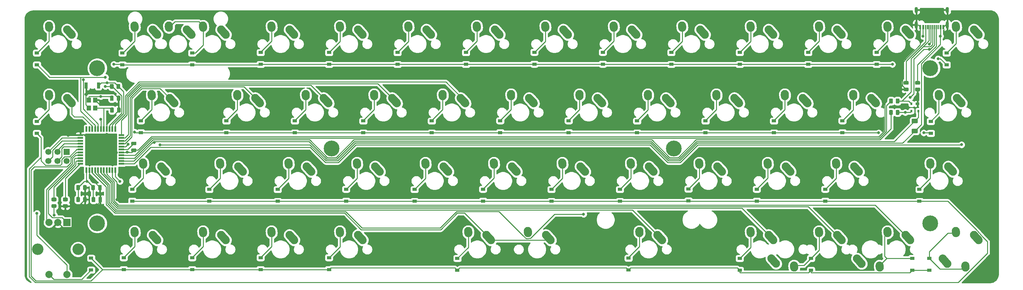
<source format=gbr>
%TF.GenerationSoftware,KiCad,Pcbnew,(5.1.12)-1*%
%TF.CreationDate,2022-01-18T19:21:30-06:00*%
%TF.ProjectId,pcb,7063622e-6b69-4636-9164-5f7063625858,rev?*%
%TF.SameCoordinates,Original*%
%TF.FileFunction,Copper,L1,Top*%
%TF.FilePolarity,Positive*%
%FSLAX46Y46*%
G04 Gerber Fmt 4.6, Leading zero omitted, Abs format (unit mm)*
G04 Created by KiCad (PCBNEW (5.1.12)-1) date 2022-01-18 19:21:30*
%MOMM*%
%LPD*%
G01*
G04 APERTURE LIST*
%TA.AperFunction,ComponentPad*%
%ADD10R,2.000000X2.000000*%
%TD*%
%TA.AperFunction,ComponentPad*%
%ADD11C,2.000000*%
%TD*%
%TA.AperFunction,ComponentPad*%
%ADD12C,3.200000*%
%TD*%
%TA.AperFunction,ComponentPad*%
%ADD13C,2.250000*%
%TD*%
%TA.AperFunction,ComponentPad*%
%ADD14C,4.400000*%
%TD*%
%TA.AperFunction,SMDPad,CuDef*%
%ADD15R,0.550000X1.500000*%
%TD*%
%TA.AperFunction,SMDPad,CuDef*%
%ADD16R,1.500000X0.550000*%
%TD*%
%TA.AperFunction,SMDPad,CuDef*%
%ADD17R,0.900000X1.700000*%
%TD*%
%TA.AperFunction,SMDPad,CuDef*%
%ADD18R,1.200000X1.400000*%
%TD*%
%TA.AperFunction,SMDPad,CuDef*%
%ADD19R,1.000000X0.700000*%
%TD*%
%TA.AperFunction,SMDPad,CuDef*%
%ADD20R,0.600000X0.700000*%
%TD*%
%TA.AperFunction,ComponentPad*%
%ADD21R,1.700000X1.700000*%
%TD*%
%TA.AperFunction,ComponentPad*%
%ADD22C,1.700000*%
%TD*%
%TA.AperFunction,ComponentPad*%
%ADD23O,0.900000X2.000000*%
%TD*%
%TA.AperFunction,ComponentPad*%
%ADD24O,0.900000X1.700000*%
%TD*%
%TA.AperFunction,SMDPad,CuDef*%
%ADD25R,0.300000X1.160000*%
%TD*%
%TA.AperFunction,SMDPad,CuDef*%
%ADD26R,0.600000X1.160000*%
%TD*%
%TA.AperFunction,SMDPad,CuDef*%
%ADD27R,1.200000X0.900000*%
%TD*%
%TA.AperFunction,ViaPad*%
%ADD28C,0.800000*%
%TD*%
%TA.AperFunction,Conductor*%
%ADD29C,0.250000*%
%TD*%
%TA.AperFunction,Conductor*%
%ADD30C,0.254000*%
%TD*%
%TA.AperFunction,Conductor*%
%ADD31C,0.100000*%
%TD*%
G04 APERTURE END LIST*
D10*
%TO.P,E1,A*%
%TO.N,E_A*%
X83780000Y-138430000D03*
D11*
%TO.P,E1,C*%
%TO.N,GND*%
X81280000Y-138430000D03*
%TO.P,E1,B*%
%TO.N,E_B*%
X78780000Y-138430000D03*
D12*
%TO.P,E1,MP*%
%TO.N,N/C*%
X86880000Y-145930000D03*
X75680000Y-145930000D03*
D11*
%TO.P,E1,S2*%
%TO.N,COL12*%
X83780000Y-152930000D03*
%TO.P,E1,S1*%
%TO.N,E_ROW*%
X78780000Y-152930000D03*
%TD*%
%TO.P,R7,2*%
%TO.N,LED*%
%TA.AperFunction,SMDPad,CuDef*%
G36*
G01*
X80618751Y-132560750D02*
X79718749Y-132560750D01*
G75*
G02*
X79468750Y-132310751I0J249999D01*
G01*
X79468750Y-131785749D01*
G75*
G02*
X79718749Y-131535750I249999J0D01*
G01*
X80618751Y-131535750D01*
G75*
G02*
X80868750Y-131785749I0J-249999D01*
G01*
X80868750Y-132310751D01*
G75*
G02*
X80618751Y-132560750I-249999J0D01*
G01*
G37*
%TD.AperFunction*%
%TO.P,R7,1*%
%TO.N,Net-(LED1-Pad4)*%
%TA.AperFunction,SMDPad,CuDef*%
G36*
G01*
X80618751Y-134385750D02*
X79718749Y-134385750D01*
G75*
G02*
X79468750Y-134135751I0J249999D01*
G01*
X79468750Y-133610749D01*
G75*
G02*
X79718749Y-133360750I249999J0D01*
G01*
X80618751Y-133360750D01*
G75*
G02*
X80868750Y-133610749I0J-249999D01*
G01*
X80868750Y-134135751D01*
G75*
G02*
X80618751Y-134385750I-249999J0D01*
G01*
G37*
%TD.AperFunction*%
%TD*%
D13*
%TO.P,MX54,1*%
%TO.N,COL6*%
X217117300Y-141923000D03*
%TA.AperFunction,ComponentPad*%
G36*
G01*
X219180072Y-144219038D02*
X219178617Y-144220345D01*
G75*
G02*
X217589955Y-144134317I-751317J837345D01*
G01*
X216279953Y-142674317D01*
G75*
G02*
X216365981Y-141085655I837345J751317D01*
G01*
X216365981Y-141085655D01*
G75*
G02*
X217954643Y-141171683I751317J-837345D01*
G01*
X219264645Y-142631683D01*
G75*
G02*
X219178617Y-144220345I-837345J-751317D01*
G01*
G37*
%TD.AperFunction*%
%TO.P,MX54,2*%
%TO.N,Net-(D45-Pad2)*%
X212077300Y-140843000D03*
%TA.AperFunction,ComponentPad*%
G36*
G01*
X212195776Y-142545260D02*
X212194703Y-142545334D01*
G75*
G02*
X210994966Y-141500403I-77403J1122334D01*
G01*
X210954966Y-140920403D01*
G75*
G02*
X211999897Y-139720666I1122334J77403D01*
G01*
X211999897Y-139720666D01*
G75*
G02*
X213199634Y-140765597I77403J-1122334D01*
G01*
X213239634Y-141345597D01*
G75*
G02*
X212194703Y-142545334I-1122334J-77403D01*
G01*
G37*
%TD.AperFunction*%
%TD*%
%TO.P,MX53,1*%
%TO.N,COL2*%
X281154500Y-149910300D03*
%TA.AperFunction,ComponentPad*%
G36*
G01*
X279093188Y-147612950D02*
X279093183Y-147612955D01*
G75*
G02*
X280681845Y-147698983I751317J-837345D01*
G01*
X281991847Y-149158983D01*
G75*
G02*
X281905819Y-150747645I-837345J-751317D01*
G01*
X281905819Y-150747645D01*
G75*
G02*
X280317157Y-150661617I-751317J837345D01*
G01*
X279007155Y-149201617D01*
G75*
G02*
X279093183Y-147612955I837345J751317D01*
G01*
G37*
%TD.AperFunction*%
%TO.P,MX53,2*%
%TO.N,Net-(D42-Pad2)*%
X286194500Y-150990300D03*
%TA.AperFunction,ComponentPad*%
G36*
G01*
X286077983Y-149287905D02*
X286077097Y-149287966D01*
G75*
G02*
X287276834Y-150332897I77403J-1122334D01*
G01*
X287316834Y-150912897D01*
G75*
G02*
X286271903Y-152112634I-1122334J-77403D01*
G01*
X286271903Y-152112634D01*
G75*
G02*
X285072166Y-151067703I-77403J1122334D01*
G01*
X285032166Y-150487703D01*
G75*
G02*
X286077097Y-149287966I1122334J77403D01*
G01*
G37*
%TD.AperFunction*%
%TD*%
%TO.P,MX52,1*%
%TO.N,COL1*%
X304967000Y-149923000D03*
%TA.AperFunction,ComponentPad*%
G36*
G01*
X302905688Y-147625650D02*
X302905683Y-147625655D01*
G75*
G02*
X304494345Y-147711683I751317J-837345D01*
G01*
X305804347Y-149171683D01*
G75*
G02*
X305718319Y-150760345I-837345J-751317D01*
G01*
X305718319Y-150760345D01*
G75*
G02*
X304129657Y-150674317I-751317J837345D01*
G01*
X302819655Y-149214317D01*
G75*
G02*
X302905683Y-147625655I837345J751317D01*
G01*
G37*
%TD.AperFunction*%
%TO.P,MX52,2*%
%TO.N,Net-(D41-Pad2)*%
X310007000Y-151003000D03*
%TA.AperFunction,ComponentPad*%
G36*
G01*
X309890483Y-149300605D02*
X309889597Y-149300666D01*
G75*
G02*
X311089334Y-150345597I77403J-1122334D01*
G01*
X311129334Y-150925597D01*
G75*
G02*
X310084403Y-152125334I-1122334J-77403D01*
G01*
X310084403Y-152125334D01*
G75*
G02*
X308884666Y-151080403I-77403J1122334D01*
G01*
X308844666Y-150500403D01*
G75*
G02*
X309889597Y-149300666I1122334J77403D01*
G01*
G37*
%TD.AperFunction*%
%TD*%
%TO.P,MX51,1*%
%TO.N,COL0*%
X328843000Y-149923000D03*
%TA.AperFunction,ComponentPad*%
G36*
G01*
X326781688Y-147625650D02*
X326781683Y-147625655D01*
G75*
G02*
X328370345Y-147711683I751317J-837345D01*
G01*
X329680347Y-149171683D01*
G75*
G02*
X329594319Y-150760345I-837345J-751317D01*
G01*
X329594319Y-150760345D01*
G75*
G02*
X328005657Y-150674317I-751317J837345D01*
G01*
X326695655Y-149214317D01*
G75*
G02*
X326781683Y-147625655I837345J751317D01*
G01*
G37*
%TD.AperFunction*%
%TO.P,MX51,2*%
%TO.N,Net-(D40-Pad2)*%
X333883000Y-151003000D03*
%TA.AperFunction,ComponentPad*%
G36*
G01*
X333766483Y-149300605D02*
X333765597Y-149300666D01*
G75*
G02*
X334965334Y-150345597I77403J-1122334D01*
G01*
X335005334Y-150925597D01*
G75*
G02*
X333960403Y-152125334I-1122334J-77403D01*
G01*
X333960403Y-152125334D01*
G75*
G02*
X332760666Y-151080403I-77403J1122334D01*
G01*
X332720666Y-150500403D01*
G75*
G02*
X333765597Y-149300666I1122334J77403D01*
G01*
G37*
%TD.AperFunction*%
%TD*%
%TO.P,MX45,1*%
%TO.N,COL6*%
X200505700Y-141923000D03*
%TA.AperFunction,ComponentPad*%
G36*
G01*
X202568472Y-144219038D02*
X202567017Y-144220345D01*
G75*
G02*
X200978355Y-144134317I-751317J837345D01*
G01*
X199668353Y-142674317D01*
G75*
G02*
X199754381Y-141085655I837345J751317D01*
G01*
X199754381Y-141085655D01*
G75*
G02*
X201343043Y-141171683I751317J-837345D01*
G01*
X202653045Y-142631683D01*
G75*
G02*
X202567017Y-144220345I-837345J-751317D01*
G01*
G37*
%TD.AperFunction*%
%TO.P,MX45,2*%
%TO.N,Net-(D45-Pad2)*%
X195465700Y-140843000D03*
%TA.AperFunction,ComponentPad*%
G36*
G01*
X195584176Y-142545260D02*
X195583103Y-142545334D01*
G75*
G02*
X194383366Y-141500403I-77403J1122334D01*
G01*
X194343366Y-140920403D01*
G75*
G02*
X195388297Y-139720666I1122334J77403D01*
G01*
X195388297Y-139720666D01*
G75*
G02*
X196588034Y-140765597I77403J-1122334D01*
G01*
X196628034Y-141345597D01*
G75*
G02*
X195583103Y-142545334I-1122334J-77403D01*
G01*
G37*
%TD.AperFunction*%
%TD*%
%TO.P,MX44,1*%
%TO.N,COL4*%
X248130700Y-141923000D03*
%TA.AperFunction,ComponentPad*%
G36*
G01*
X250193472Y-144219038D02*
X250192017Y-144220345D01*
G75*
G02*
X248603355Y-144134317I-751317J837345D01*
G01*
X247293353Y-142674317D01*
G75*
G02*
X247379381Y-141085655I837345J751317D01*
G01*
X247379381Y-141085655D01*
G75*
G02*
X248968043Y-141171683I751317J-837345D01*
G01*
X250278045Y-142631683D01*
G75*
G02*
X250192017Y-144220345I-837345J-751317D01*
G01*
G37*
%TD.AperFunction*%
%TO.P,MX44,2*%
%TO.N,Net-(D44-Pad2)*%
X243090700Y-140843000D03*
%TA.AperFunction,ComponentPad*%
G36*
G01*
X243209176Y-142545260D02*
X243208103Y-142545334D01*
G75*
G02*
X242008366Y-141500403I-77403J1122334D01*
G01*
X241968366Y-140920403D01*
G75*
G02*
X243013297Y-139720666I1122334J77403D01*
G01*
X243013297Y-139720666D01*
G75*
G02*
X244213034Y-140765597I77403J-1122334D01*
G01*
X244253034Y-141345597D01*
G75*
G02*
X243208103Y-142545334I-1122334J-77403D01*
G01*
G37*
%TD.AperFunction*%
%TD*%
D14*
%TO.P,H6,1*%
%TO.N,N/C*%
X92202000Y-138684000D03*
%TD*%
%TO.P,H5,1*%
%TO.N,N/C*%
X92202000Y-95504000D03*
%TD*%
%TO.P,H3,1*%
%TO.N,N/C*%
X252730000Y-117856000D03*
%TD*%
%TO.P,H4,1*%
%TO.N,N/C*%
X157480000Y-117856000D03*
%TD*%
%TO.P,H2,1*%
%TO.N,N/C*%
X324104000Y-138684000D03*
%TD*%
%TO.P,H1,1*%
%TO.N,N/C*%
X324104000Y-95504000D03*
%TD*%
D15*
%TO.P,U1,44*%
%TO.N,+5V*%
X97230700Y-123841750D03*
%TO.P,U1,43*%
%TO.N,GND*%
X96430700Y-123841750D03*
%TO.P,U1,42*%
%TO.N,Net-(U1-Pad42)*%
X95630700Y-123841750D03*
%TO.P,U1,41*%
%TO.N,COL1*%
X94830700Y-123841750D03*
%TO.P,U1,40*%
%TO.N,COL2*%
X94030700Y-123841750D03*
%TO.P,U1,39*%
%TO.N,COL3*%
X93230700Y-123841750D03*
%TO.P,U1,38*%
%TO.N,COL4*%
X92430700Y-123841750D03*
%TO.P,U1,37*%
%TO.N,COL5*%
X91630700Y-123841750D03*
%TO.P,U1,36*%
%TO.N,COL6*%
X90830700Y-123841750D03*
%TO.P,U1,35*%
%TO.N,GND*%
X90030700Y-123841750D03*
%TO.P,U1,34*%
%TO.N,+5V*%
X89230700Y-123841750D03*
D16*
%TO.P,U1,33*%
%TO.N,Net-(R1-Pad2)*%
X87530700Y-122141750D03*
%TO.P,U1,32*%
%TO.N,LED*%
X87530700Y-121341750D03*
%TO.P,U1,31*%
%TO.N,E_A*%
X87530700Y-120541750D03*
%TO.P,U1,30*%
%TO.N,E_B*%
X87530700Y-119741750D03*
%TO.P,U1,29*%
%TO.N,ROW3*%
X87530700Y-118941750D03*
%TO.P,U1,28*%
%TO.N,ROW2*%
X87530700Y-118141750D03*
%TO.P,U1,27*%
%TO.N,SCK*%
X87530700Y-117341750D03*
%TO.P,U1,26*%
%TO.N,MOSI*%
X87530700Y-116541750D03*
%TO.P,U1,25*%
%TO.N,MISO*%
X87530700Y-115741750D03*
%TO.P,U1,24*%
%TO.N,+5V*%
X87530700Y-114941750D03*
%TO.P,U1,23*%
%TO.N,GND*%
X87530700Y-114141750D03*
D15*
%TO.P,U1,22*%
%TO.N,Net-(U1-Pad22)*%
X89230700Y-112441750D03*
%TO.P,U1,21*%
%TO.N,Net-(U1-Pad21)*%
X90030700Y-112441750D03*
%TO.P,U1,20*%
%TO.N,COL12*%
X90830700Y-112441750D03*
%TO.P,U1,19*%
%TO.N,ROW1*%
X91630700Y-112441750D03*
%TO.P,U1,18*%
%TO.N,ROW0*%
X92430700Y-112441750D03*
%TO.P,U1,17*%
%TO.N,Net-(C6-Pad1)*%
X93230700Y-112441750D03*
%TO.P,U1,16*%
%TO.N,Net-(C7-Pad1)*%
X94030700Y-112441750D03*
%TO.P,U1,15*%
%TO.N,GND*%
X94830700Y-112441750D03*
%TO.P,U1,14*%
%TO.N,+5V*%
X95630700Y-112441750D03*
%TO.P,U1,13*%
%TO.N,RST*%
X96430700Y-112441750D03*
%TO.P,U1,12*%
%TO.N,COL7*%
X97230700Y-112441750D03*
D16*
%TO.P,U1,11*%
%TO.N,COL8*%
X98930700Y-114141750D03*
%TO.P,U1,10*%
%TO.N,COL9*%
X98930700Y-114941750D03*
%TO.P,U1,9*%
%TO.N,COL10*%
X98930700Y-115741750D03*
%TO.P,U1,8*%
%TO.N,COL11*%
X98930700Y-116541750D03*
%TO.P,U1,7*%
%TO.N,+5V*%
X98930700Y-117341750D03*
%TO.P,U1,6*%
%TO.N,Net-(C1-Pad1)*%
X98930700Y-118141750D03*
%TO.P,U1,5*%
%TO.N,GND*%
X98930700Y-118941750D03*
%TO.P,U1,4*%
%TO.N,D+*%
X98930700Y-119741750D03*
%TO.P,U1,3*%
%TO.N,D-*%
X98930700Y-120541750D03*
%TO.P,U1,2*%
%TO.N,+5V*%
X98930700Y-121341750D03*
%TO.P,U1,1*%
%TO.N,COL0*%
X98930700Y-122141750D03*
%TD*%
D13*
%TO.P,MX14,1*%
%TO.N,COL12*%
X83824450Y-84773000D03*
%TA.AperFunction,ComponentPad*%
G36*
G01*
X85887222Y-87069038D02*
X85885767Y-87070345D01*
G75*
G02*
X84297105Y-86984317I-751317J837345D01*
G01*
X82987103Y-85524317D01*
G75*
G02*
X83073131Y-83935655I837345J751317D01*
G01*
X83073131Y-83935655D01*
G75*
G02*
X84661793Y-84021683I751317J-837345D01*
G01*
X85971795Y-85481683D01*
G75*
G02*
X85885767Y-87070345I-837345J-751317D01*
G01*
G37*
%TD.AperFunction*%
%TO.P,MX14,2*%
%TO.N,Net-(D14-Pad2)*%
X78784450Y-83693000D03*
%TA.AperFunction,ComponentPad*%
G36*
G01*
X78902926Y-85395260D02*
X78901853Y-85395334D01*
G75*
G02*
X77702116Y-84350403I-77403J1122334D01*
G01*
X77662116Y-83770403D01*
G75*
G02*
X78707047Y-82570666I1122334J77403D01*
G01*
X78707047Y-82570666D01*
G75*
G02*
X79906784Y-83615597I77403J-1122334D01*
G01*
X79946784Y-84195597D01*
G75*
G02*
X78901853Y-85395334I-1122334J-77403D01*
G01*
G37*
%TD.AperFunction*%
%TD*%
D17*
%TO.P,SW1,2*%
%TO.N,RST*%
X92554000Y-100330000D03*
%TO.P,SW1,1*%
%TO.N,GND*%
X89154000Y-100330000D03*
%TD*%
%TO.P,MX50,2*%
%TO.N,Net-(D12-Pad2)*%
%TA.AperFunction,ComponentPad*%
G36*
G01*
X112240426Y-85395260D02*
X112239353Y-85395334D01*
G75*
G02*
X111039616Y-84350403I-77403J1122334D01*
G01*
X110999616Y-83770403D01*
G75*
G02*
X112044547Y-82570666I1122334J77403D01*
G01*
X112044547Y-82570666D01*
G75*
G02*
X113244284Y-83615597I77403J-1122334D01*
G01*
X113284284Y-84195597D01*
G75*
G02*
X112239353Y-85395334I-1122334J-77403D01*
G01*
G37*
%TD.AperFunction*%
D13*
X112121950Y-83693000D03*
%TO.P,MX50,1*%
%TO.N,COL11*%
%TA.AperFunction,ComponentPad*%
G36*
G01*
X119224722Y-87069038D02*
X119223267Y-87070345D01*
G75*
G02*
X117634605Y-86984317I-751317J837345D01*
G01*
X116324603Y-85524317D01*
G75*
G02*
X116410631Y-83935655I837345J751317D01*
G01*
X116410631Y-83935655D01*
G75*
G02*
X117999293Y-84021683I751317J-837345D01*
G01*
X119309295Y-85481683D01*
G75*
G02*
X119223267Y-87070345I-837345J-751317D01*
G01*
G37*
%TD.AperFunction*%
X117161950Y-84773000D03*
%TD*%
%TO.P,MX49,2*%
%TO.N,Net-(D49-Pad2)*%
%TA.AperFunction,ComponentPad*%
G36*
G01*
X102715426Y-142545260D02*
X102714353Y-142545334D01*
G75*
G02*
X101514616Y-141500403I-77403J1122334D01*
G01*
X101474616Y-140920403D01*
G75*
G02*
X102519547Y-139720666I1122334J77403D01*
G01*
X102519547Y-139720666D01*
G75*
G02*
X103719284Y-140765597I77403J-1122334D01*
G01*
X103759284Y-141345597D01*
G75*
G02*
X102714353Y-142545334I-1122334J-77403D01*
G01*
G37*
%TD.AperFunction*%
X102596950Y-140843000D03*
%TO.P,MX49,1*%
%TO.N,COL11*%
%TA.AperFunction,ComponentPad*%
G36*
G01*
X109699722Y-144219038D02*
X109698267Y-144220345D01*
G75*
G02*
X108109605Y-144134317I-751317J837345D01*
G01*
X106799603Y-142674317D01*
G75*
G02*
X106885631Y-141085655I837345J751317D01*
G01*
X106885631Y-141085655D01*
G75*
G02*
X108474293Y-141171683I751317J-837345D01*
G01*
X109784295Y-142631683D01*
G75*
G02*
X109698267Y-144220345I-837345J-751317D01*
G01*
G37*
%TD.AperFunction*%
X107636950Y-141923000D03*
%TD*%
%TO.P,MX48,2*%
%TO.N,Net-(D48-Pad2)*%
%TA.AperFunction,ComponentPad*%
G36*
G01*
X121765426Y-142545260D02*
X121764353Y-142545334D01*
G75*
G02*
X120564616Y-141500403I-77403J1122334D01*
G01*
X120524616Y-140920403D01*
G75*
G02*
X121569547Y-139720666I1122334J77403D01*
G01*
X121569547Y-139720666D01*
G75*
G02*
X122769284Y-140765597I77403J-1122334D01*
G01*
X122809284Y-141345597D01*
G75*
G02*
X121764353Y-142545334I-1122334J-77403D01*
G01*
G37*
%TD.AperFunction*%
X121646950Y-140843000D03*
%TO.P,MX48,1*%
%TO.N,COL10*%
%TA.AperFunction,ComponentPad*%
G36*
G01*
X128749722Y-144219038D02*
X128748267Y-144220345D01*
G75*
G02*
X127159605Y-144134317I-751317J837345D01*
G01*
X125849603Y-142674317D01*
G75*
G02*
X125935631Y-141085655I837345J751317D01*
G01*
X125935631Y-141085655D01*
G75*
G02*
X127524293Y-141171683I751317J-837345D01*
G01*
X128834295Y-142631683D01*
G75*
G02*
X128748267Y-144220345I-837345J-751317D01*
G01*
G37*
%TD.AperFunction*%
X126686950Y-141923000D03*
%TD*%
%TO.P,MX47,2*%
%TO.N,Net-(D47-Pad2)*%
%TA.AperFunction,ComponentPad*%
G36*
G01*
X140815426Y-142545260D02*
X140814353Y-142545334D01*
G75*
G02*
X139614616Y-141500403I-77403J1122334D01*
G01*
X139574616Y-140920403D01*
G75*
G02*
X140619547Y-139720666I1122334J77403D01*
G01*
X140619547Y-139720666D01*
G75*
G02*
X141819284Y-140765597I77403J-1122334D01*
G01*
X141859284Y-141345597D01*
G75*
G02*
X140814353Y-142545334I-1122334J-77403D01*
G01*
G37*
%TD.AperFunction*%
X140696950Y-140843000D03*
%TO.P,MX47,1*%
%TO.N,COL9*%
%TA.AperFunction,ComponentPad*%
G36*
G01*
X147799722Y-144219038D02*
X147798267Y-144220345D01*
G75*
G02*
X146209605Y-144134317I-751317J837345D01*
G01*
X144899603Y-142674317D01*
G75*
G02*
X144985631Y-141085655I837345J751317D01*
G01*
X144985631Y-141085655D01*
G75*
G02*
X146574293Y-141171683I751317J-837345D01*
G01*
X147884295Y-142631683D01*
G75*
G02*
X147798267Y-144220345I-837345J-751317D01*
G01*
G37*
%TD.AperFunction*%
X145736950Y-141923000D03*
%TD*%
%TO.P,MX46,2*%
%TO.N,Net-(D46-Pad2)*%
%TA.AperFunction,ComponentPad*%
G36*
G01*
X159865426Y-142545260D02*
X159864353Y-142545334D01*
G75*
G02*
X158664616Y-141500403I-77403J1122334D01*
G01*
X158624616Y-140920403D01*
G75*
G02*
X159669547Y-139720666I1122334J77403D01*
G01*
X159669547Y-139720666D01*
G75*
G02*
X160869284Y-140765597I77403J-1122334D01*
G01*
X160909284Y-141345597D01*
G75*
G02*
X159864353Y-142545334I-1122334J-77403D01*
G01*
G37*
%TD.AperFunction*%
X159746950Y-140843000D03*
%TO.P,MX46,1*%
%TO.N,COL8*%
%TA.AperFunction,ComponentPad*%
G36*
G01*
X166849722Y-144219038D02*
X166848267Y-144220345D01*
G75*
G02*
X165259605Y-144134317I-751317J837345D01*
G01*
X163949603Y-142674317D01*
G75*
G02*
X164035631Y-141085655I837345J751317D01*
G01*
X164035631Y-141085655D01*
G75*
G02*
X165624293Y-141171683I751317J-837345D01*
G01*
X166934295Y-142631683D01*
G75*
G02*
X166848267Y-144220345I-837345J-751317D01*
G01*
G37*
%TD.AperFunction*%
X164786950Y-141923000D03*
%TD*%
%TO.P,MX43,2*%
%TO.N,Net-(D43-Pad2)*%
%TA.AperFunction,ComponentPad*%
G36*
G01*
X274165426Y-142545260D02*
X274164353Y-142545334D01*
G75*
G02*
X272964616Y-141500403I-77403J1122334D01*
G01*
X272924616Y-140920403D01*
G75*
G02*
X273969547Y-139720666I1122334J77403D01*
G01*
X273969547Y-139720666D01*
G75*
G02*
X275169284Y-140765597I77403J-1122334D01*
G01*
X275209284Y-141345597D01*
G75*
G02*
X274164353Y-142545334I-1122334J-77403D01*
G01*
G37*
%TD.AperFunction*%
X274046950Y-140843000D03*
%TO.P,MX43,1*%
%TO.N,COL3*%
%TA.AperFunction,ComponentPad*%
G36*
G01*
X281149722Y-144219038D02*
X281148267Y-144220345D01*
G75*
G02*
X279559605Y-144134317I-751317J837345D01*
G01*
X278249603Y-142674317D01*
G75*
G02*
X278335631Y-141085655I837345J751317D01*
G01*
X278335631Y-141085655D01*
G75*
G02*
X279924293Y-141171683I751317J-837345D01*
G01*
X281234295Y-142631683D01*
G75*
G02*
X281148267Y-144220345I-837345J-751317D01*
G01*
G37*
%TD.AperFunction*%
X279086950Y-141923000D03*
%TD*%
%TO.P,MX42,2*%
%TO.N,Net-(D42-Pad2)*%
%TA.AperFunction,ComponentPad*%
G36*
G01*
X293215426Y-142545260D02*
X293214353Y-142545334D01*
G75*
G02*
X292014616Y-141500403I-77403J1122334D01*
G01*
X291974616Y-140920403D01*
G75*
G02*
X293019547Y-139720666I1122334J77403D01*
G01*
X293019547Y-139720666D01*
G75*
G02*
X294219284Y-140765597I77403J-1122334D01*
G01*
X294259284Y-141345597D01*
G75*
G02*
X293214353Y-142545334I-1122334J-77403D01*
G01*
G37*
%TD.AperFunction*%
X293096950Y-140843000D03*
%TO.P,MX42,1*%
%TO.N,COL2*%
%TA.AperFunction,ComponentPad*%
G36*
G01*
X300199722Y-144219038D02*
X300198267Y-144220345D01*
G75*
G02*
X298609605Y-144134317I-751317J837345D01*
G01*
X297299603Y-142674317D01*
G75*
G02*
X297385631Y-141085655I837345J751317D01*
G01*
X297385631Y-141085655D01*
G75*
G02*
X298974293Y-141171683I751317J-837345D01*
G01*
X300284295Y-142631683D01*
G75*
G02*
X300198267Y-144220345I-837345J-751317D01*
G01*
G37*
%TD.AperFunction*%
X298136950Y-141923000D03*
%TD*%
%TO.P,MX41,2*%
%TO.N,Net-(D41-Pad2)*%
%TA.AperFunction,ComponentPad*%
G36*
G01*
X312265426Y-142545260D02*
X312264353Y-142545334D01*
G75*
G02*
X311064616Y-141500403I-77403J1122334D01*
G01*
X311024616Y-140920403D01*
G75*
G02*
X312069547Y-139720666I1122334J77403D01*
G01*
X312069547Y-139720666D01*
G75*
G02*
X313269284Y-140765597I77403J-1122334D01*
G01*
X313309284Y-141345597D01*
G75*
G02*
X312264353Y-142545334I-1122334J-77403D01*
G01*
G37*
%TD.AperFunction*%
X312146950Y-140843000D03*
%TO.P,MX41,1*%
%TO.N,COL1*%
%TA.AperFunction,ComponentPad*%
G36*
G01*
X319249722Y-144219038D02*
X319248267Y-144220345D01*
G75*
G02*
X317659605Y-144134317I-751317J837345D01*
G01*
X316349603Y-142674317D01*
G75*
G02*
X316435631Y-141085655I837345J751317D01*
G01*
X316435631Y-141085655D01*
G75*
G02*
X318024293Y-141171683I751317J-837345D01*
G01*
X319334295Y-142631683D01*
G75*
G02*
X319248267Y-144220345I-837345J-751317D01*
G01*
G37*
%TD.AperFunction*%
X317186950Y-141923000D03*
%TD*%
%TO.P,MX40,2*%
%TO.N,Net-(D40-Pad2)*%
%TA.AperFunction,ComponentPad*%
G36*
G01*
X331315426Y-142545260D02*
X331314353Y-142545334D01*
G75*
G02*
X330114616Y-141500403I-77403J1122334D01*
G01*
X330074616Y-140920403D01*
G75*
G02*
X331119547Y-139720666I1122334J77403D01*
G01*
X331119547Y-139720666D01*
G75*
G02*
X332319284Y-140765597I77403J-1122334D01*
G01*
X332359284Y-141345597D01*
G75*
G02*
X331314353Y-142545334I-1122334J-77403D01*
G01*
G37*
%TD.AperFunction*%
X331196950Y-140843000D03*
%TO.P,MX40,1*%
%TO.N,COL0*%
%TA.AperFunction,ComponentPad*%
G36*
G01*
X338299722Y-144219038D02*
X338298267Y-144220345D01*
G75*
G02*
X336709605Y-144134317I-751317J837345D01*
G01*
X335399603Y-142674317D01*
G75*
G02*
X335485631Y-141085655I837345J751317D01*
G01*
X335485631Y-141085655D01*
G75*
G02*
X337074293Y-141171683I751317J-837345D01*
G01*
X338384295Y-142631683D01*
G75*
G02*
X338298267Y-144220345I-837345J-751317D01*
G01*
G37*
%TD.AperFunction*%
X336236950Y-141923000D03*
%TD*%
%TO.P,MX39,2*%
%TO.N,Net-(D39-Pad2)*%
%TA.AperFunction,ComponentPad*%
G36*
G01*
X105096676Y-123495260D02*
X105095603Y-123495334D01*
G75*
G02*
X103895866Y-122450403I-77403J1122334D01*
G01*
X103855866Y-121870403D01*
G75*
G02*
X104900797Y-120670666I1122334J77403D01*
G01*
X104900797Y-120670666D01*
G75*
G02*
X106100534Y-121715597I77403J-1122334D01*
G01*
X106140534Y-122295597D01*
G75*
G02*
X105095603Y-123495334I-1122334J-77403D01*
G01*
G37*
%TD.AperFunction*%
X104978200Y-121793000D03*
%TO.P,MX39,1*%
%TO.N,COL11*%
%TA.AperFunction,ComponentPad*%
G36*
G01*
X112080972Y-125169038D02*
X112079517Y-125170345D01*
G75*
G02*
X110490855Y-125084317I-751317J837345D01*
G01*
X109180853Y-123624317D01*
G75*
G02*
X109266881Y-122035655I837345J751317D01*
G01*
X109266881Y-122035655D01*
G75*
G02*
X110855543Y-122121683I751317J-837345D01*
G01*
X112165545Y-123581683D01*
G75*
G02*
X112079517Y-125170345I-837345J-751317D01*
G01*
G37*
%TD.AperFunction*%
X110018200Y-122873000D03*
%TD*%
%TO.P,MX38,2*%
%TO.N,Net-(D38-Pad2)*%
%TA.AperFunction,ComponentPad*%
G36*
G01*
X126527926Y-123495260D02*
X126526853Y-123495334D01*
G75*
G02*
X125327116Y-122450403I-77403J1122334D01*
G01*
X125287116Y-121870403D01*
G75*
G02*
X126332047Y-120670666I1122334J77403D01*
G01*
X126332047Y-120670666D01*
G75*
G02*
X127531784Y-121715597I77403J-1122334D01*
G01*
X127571784Y-122295597D01*
G75*
G02*
X126526853Y-123495334I-1122334J-77403D01*
G01*
G37*
%TD.AperFunction*%
X126409450Y-121793000D03*
%TO.P,MX38,1*%
%TO.N,COL10*%
%TA.AperFunction,ComponentPad*%
G36*
G01*
X133512222Y-125169038D02*
X133510767Y-125170345D01*
G75*
G02*
X131922105Y-125084317I-751317J837345D01*
G01*
X130612103Y-123624317D01*
G75*
G02*
X130698131Y-122035655I837345J751317D01*
G01*
X130698131Y-122035655D01*
G75*
G02*
X132286793Y-122121683I751317J-837345D01*
G01*
X133596795Y-123581683D01*
G75*
G02*
X133510767Y-125170345I-837345J-751317D01*
G01*
G37*
%TD.AperFunction*%
X131449450Y-122873000D03*
%TD*%
%TO.P,MX37,2*%
%TO.N,Net-(D37-Pad2)*%
%TA.AperFunction,ComponentPad*%
G36*
G01*
X145577926Y-123495260D02*
X145576853Y-123495334D01*
G75*
G02*
X144377116Y-122450403I-77403J1122334D01*
G01*
X144337116Y-121870403D01*
G75*
G02*
X145382047Y-120670666I1122334J77403D01*
G01*
X145382047Y-120670666D01*
G75*
G02*
X146581784Y-121715597I77403J-1122334D01*
G01*
X146621784Y-122295597D01*
G75*
G02*
X145576853Y-123495334I-1122334J-77403D01*
G01*
G37*
%TD.AperFunction*%
X145459450Y-121793000D03*
%TO.P,MX37,1*%
%TO.N,COL9*%
%TA.AperFunction,ComponentPad*%
G36*
G01*
X152562222Y-125169038D02*
X152560767Y-125170345D01*
G75*
G02*
X150972105Y-125084317I-751317J837345D01*
G01*
X149662103Y-123624317D01*
G75*
G02*
X149748131Y-122035655I837345J751317D01*
G01*
X149748131Y-122035655D01*
G75*
G02*
X151336793Y-122121683I751317J-837345D01*
G01*
X152646795Y-123581683D01*
G75*
G02*
X152560767Y-125170345I-837345J-751317D01*
G01*
G37*
%TD.AperFunction*%
X150499450Y-122873000D03*
%TD*%
%TO.P,MX36,2*%
%TO.N,Net-(D36-Pad2)*%
%TA.AperFunction,ComponentPad*%
G36*
G01*
X164627926Y-123495260D02*
X164626853Y-123495334D01*
G75*
G02*
X163427116Y-122450403I-77403J1122334D01*
G01*
X163387116Y-121870403D01*
G75*
G02*
X164432047Y-120670666I1122334J77403D01*
G01*
X164432047Y-120670666D01*
G75*
G02*
X165631784Y-121715597I77403J-1122334D01*
G01*
X165671784Y-122295597D01*
G75*
G02*
X164626853Y-123495334I-1122334J-77403D01*
G01*
G37*
%TD.AperFunction*%
X164509450Y-121793000D03*
%TO.P,MX36,1*%
%TO.N,COL8*%
%TA.AperFunction,ComponentPad*%
G36*
G01*
X171612222Y-125169038D02*
X171610767Y-125170345D01*
G75*
G02*
X170022105Y-125084317I-751317J837345D01*
G01*
X168712103Y-123624317D01*
G75*
G02*
X168798131Y-122035655I837345J751317D01*
G01*
X168798131Y-122035655D01*
G75*
G02*
X170386793Y-122121683I751317J-837345D01*
G01*
X171696795Y-123581683D01*
G75*
G02*
X171610767Y-125170345I-837345J-751317D01*
G01*
G37*
%TD.AperFunction*%
X169549450Y-122873000D03*
%TD*%
%TO.P,MX35,2*%
%TO.N,Net-(D35-Pad2)*%
%TA.AperFunction,ComponentPad*%
G36*
G01*
X183677926Y-123495260D02*
X183676853Y-123495334D01*
G75*
G02*
X182477116Y-122450403I-77403J1122334D01*
G01*
X182437116Y-121870403D01*
G75*
G02*
X183482047Y-120670666I1122334J77403D01*
G01*
X183482047Y-120670666D01*
G75*
G02*
X184681784Y-121715597I77403J-1122334D01*
G01*
X184721784Y-122295597D01*
G75*
G02*
X183676853Y-123495334I-1122334J-77403D01*
G01*
G37*
%TD.AperFunction*%
X183559450Y-121793000D03*
%TO.P,MX35,1*%
%TO.N,COL7*%
%TA.AperFunction,ComponentPad*%
G36*
G01*
X190662222Y-125169038D02*
X190660767Y-125170345D01*
G75*
G02*
X189072105Y-125084317I-751317J837345D01*
G01*
X187762103Y-123624317D01*
G75*
G02*
X187848131Y-122035655I837345J751317D01*
G01*
X187848131Y-122035655D01*
G75*
G02*
X189436793Y-122121683I751317J-837345D01*
G01*
X190746795Y-123581683D01*
G75*
G02*
X190660767Y-125170345I-837345J-751317D01*
G01*
G37*
%TD.AperFunction*%
X188599450Y-122873000D03*
%TD*%
%TO.P,MX34,2*%
%TO.N,Net-(D34-Pad2)*%
%TA.AperFunction,ComponentPad*%
G36*
G01*
X202727926Y-123495260D02*
X202726853Y-123495334D01*
G75*
G02*
X201527116Y-122450403I-77403J1122334D01*
G01*
X201487116Y-121870403D01*
G75*
G02*
X202532047Y-120670666I1122334J77403D01*
G01*
X202532047Y-120670666D01*
G75*
G02*
X203731784Y-121715597I77403J-1122334D01*
G01*
X203771784Y-122295597D01*
G75*
G02*
X202726853Y-123495334I-1122334J-77403D01*
G01*
G37*
%TD.AperFunction*%
X202609450Y-121793000D03*
%TO.P,MX34,1*%
%TO.N,COL6*%
%TA.AperFunction,ComponentPad*%
G36*
G01*
X209712222Y-125169038D02*
X209710767Y-125170345D01*
G75*
G02*
X208122105Y-125084317I-751317J837345D01*
G01*
X206812103Y-123624317D01*
G75*
G02*
X206898131Y-122035655I837345J751317D01*
G01*
X206898131Y-122035655D01*
G75*
G02*
X208486793Y-122121683I751317J-837345D01*
G01*
X209796795Y-123581683D01*
G75*
G02*
X209710767Y-125170345I-837345J-751317D01*
G01*
G37*
%TD.AperFunction*%
X207649450Y-122873000D03*
%TD*%
%TO.P,MX33,2*%
%TO.N,Net-(D33-Pad2)*%
%TA.AperFunction,ComponentPad*%
G36*
G01*
X221777926Y-123495260D02*
X221776853Y-123495334D01*
G75*
G02*
X220577116Y-122450403I-77403J1122334D01*
G01*
X220537116Y-121870403D01*
G75*
G02*
X221582047Y-120670666I1122334J77403D01*
G01*
X221582047Y-120670666D01*
G75*
G02*
X222781784Y-121715597I77403J-1122334D01*
G01*
X222821784Y-122295597D01*
G75*
G02*
X221776853Y-123495334I-1122334J-77403D01*
G01*
G37*
%TD.AperFunction*%
X221659450Y-121793000D03*
%TO.P,MX33,1*%
%TO.N,COL5*%
%TA.AperFunction,ComponentPad*%
G36*
G01*
X228762222Y-125169038D02*
X228760767Y-125170345D01*
G75*
G02*
X227172105Y-125084317I-751317J837345D01*
G01*
X225862103Y-123624317D01*
G75*
G02*
X225948131Y-122035655I837345J751317D01*
G01*
X225948131Y-122035655D01*
G75*
G02*
X227536793Y-122121683I751317J-837345D01*
G01*
X228846795Y-123581683D01*
G75*
G02*
X228760767Y-125170345I-837345J-751317D01*
G01*
G37*
%TD.AperFunction*%
X226699450Y-122873000D03*
%TD*%
%TO.P,MX32,2*%
%TO.N,Net-(D32-Pad2)*%
%TA.AperFunction,ComponentPad*%
G36*
G01*
X240827926Y-123495260D02*
X240826853Y-123495334D01*
G75*
G02*
X239627116Y-122450403I-77403J1122334D01*
G01*
X239587116Y-121870403D01*
G75*
G02*
X240632047Y-120670666I1122334J77403D01*
G01*
X240632047Y-120670666D01*
G75*
G02*
X241831784Y-121715597I77403J-1122334D01*
G01*
X241871784Y-122295597D01*
G75*
G02*
X240826853Y-123495334I-1122334J-77403D01*
G01*
G37*
%TD.AperFunction*%
X240709450Y-121793000D03*
%TO.P,MX32,1*%
%TO.N,COL4*%
%TA.AperFunction,ComponentPad*%
G36*
G01*
X247812222Y-125169038D02*
X247810767Y-125170345D01*
G75*
G02*
X246222105Y-125084317I-751317J837345D01*
G01*
X244912103Y-123624317D01*
G75*
G02*
X244998131Y-122035655I837345J751317D01*
G01*
X244998131Y-122035655D01*
G75*
G02*
X246586793Y-122121683I751317J-837345D01*
G01*
X247896795Y-123581683D01*
G75*
G02*
X247810767Y-125170345I-837345J-751317D01*
G01*
G37*
%TD.AperFunction*%
X245749450Y-122873000D03*
%TD*%
%TO.P,MX31,2*%
%TO.N,Net-(D31-Pad2)*%
%TA.AperFunction,ComponentPad*%
G36*
G01*
X259877926Y-123495260D02*
X259876853Y-123495334D01*
G75*
G02*
X258677116Y-122450403I-77403J1122334D01*
G01*
X258637116Y-121870403D01*
G75*
G02*
X259682047Y-120670666I1122334J77403D01*
G01*
X259682047Y-120670666D01*
G75*
G02*
X260881784Y-121715597I77403J-1122334D01*
G01*
X260921784Y-122295597D01*
G75*
G02*
X259876853Y-123495334I-1122334J-77403D01*
G01*
G37*
%TD.AperFunction*%
X259759450Y-121793000D03*
%TO.P,MX31,1*%
%TO.N,COL3*%
%TA.AperFunction,ComponentPad*%
G36*
G01*
X266862222Y-125169038D02*
X266860767Y-125170345D01*
G75*
G02*
X265272105Y-125084317I-751317J837345D01*
G01*
X263962103Y-123624317D01*
G75*
G02*
X264048131Y-122035655I837345J751317D01*
G01*
X264048131Y-122035655D01*
G75*
G02*
X265636793Y-122121683I751317J-837345D01*
G01*
X266946795Y-123581683D01*
G75*
G02*
X266860767Y-125170345I-837345J-751317D01*
G01*
G37*
%TD.AperFunction*%
X264799450Y-122873000D03*
%TD*%
%TO.P,MX30,2*%
%TO.N,Net-(D30-Pad2)*%
%TA.AperFunction,ComponentPad*%
G36*
G01*
X278927926Y-123495260D02*
X278926853Y-123495334D01*
G75*
G02*
X277727116Y-122450403I-77403J1122334D01*
G01*
X277687116Y-121870403D01*
G75*
G02*
X278732047Y-120670666I1122334J77403D01*
G01*
X278732047Y-120670666D01*
G75*
G02*
X279931784Y-121715597I77403J-1122334D01*
G01*
X279971784Y-122295597D01*
G75*
G02*
X278926853Y-123495334I-1122334J-77403D01*
G01*
G37*
%TD.AperFunction*%
X278809450Y-121793000D03*
%TO.P,MX30,1*%
%TO.N,COL2*%
%TA.AperFunction,ComponentPad*%
G36*
G01*
X285912222Y-125169038D02*
X285910767Y-125170345D01*
G75*
G02*
X284322105Y-125084317I-751317J837345D01*
G01*
X283012103Y-123624317D01*
G75*
G02*
X283098131Y-122035655I837345J751317D01*
G01*
X283098131Y-122035655D01*
G75*
G02*
X284686793Y-122121683I751317J-837345D01*
G01*
X285996795Y-123581683D01*
G75*
G02*
X285910767Y-125170345I-837345J-751317D01*
G01*
G37*
%TD.AperFunction*%
X283849450Y-122873000D03*
%TD*%
%TO.P,MX29,2*%
%TO.N,Net-(D29-Pad2)*%
%TA.AperFunction,ComponentPad*%
G36*
G01*
X297977926Y-123495260D02*
X297976853Y-123495334D01*
G75*
G02*
X296777116Y-122450403I-77403J1122334D01*
G01*
X296737116Y-121870403D01*
G75*
G02*
X297782047Y-120670666I1122334J77403D01*
G01*
X297782047Y-120670666D01*
G75*
G02*
X298981784Y-121715597I77403J-1122334D01*
G01*
X299021784Y-122295597D01*
G75*
G02*
X297976853Y-123495334I-1122334J-77403D01*
G01*
G37*
%TD.AperFunction*%
X297859450Y-121793000D03*
%TO.P,MX29,1*%
%TO.N,COL1*%
%TA.AperFunction,ComponentPad*%
G36*
G01*
X304962222Y-125169038D02*
X304960767Y-125170345D01*
G75*
G02*
X303372105Y-125084317I-751317J837345D01*
G01*
X302062103Y-123624317D01*
G75*
G02*
X302148131Y-122035655I837345J751317D01*
G01*
X302148131Y-122035655D01*
G75*
G02*
X303736793Y-122121683I751317J-837345D01*
G01*
X305046795Y-123581683D01*
G75*
G02*
X304960767Y-125170345I-837345J-751317D01*
G01*
G37*
%TD.AperFunction*%
X302899450Y-122873000D03*
%TD*%
%TO.P,MX28,2*%
%TO.N,Net-(D28-Pad2)*%
%TA.AperFunction,ComponentPad*%
G36*
G01*
X324171676Y-123495260D02*
X324170603Y-123495334D01*
G75*
G02*
X322970866Y-122450403I-77403J1122334D01*
G01*
X322930866Y-121870403D01*
G75*
G02*
X323975797Y-120670666I1122334J77403D01*
G01*
X323975797Y-120670666D01*
G75*
G02*
X325175534Y-121715597I77403J-1122334D01*
G01*
X325215534Y-122295597D01*
G75*
G02*
X324170603Y-123495334I-1122334J-77403D01*
G01*
G37*
%TD.AperFunction*%
X324053200Y-121793000D03*
%TO.P,MX28,1*%
%TO.N,COL0*%
%TA.AperFunction,ComponentPad*%
G36*
G01*
X331155972Y-125169038D02*
X331154517Y-125170345D01*
G75*
G02*
X329565855Y-125084317I-751317J837345D01*
G01*
X328255853Y-123624317D01*
G75*
G02*
X328341881Y-122035655I837345J751317D01*
G01*
X328341881Y-122035655D01*
G75*
G02*
X329930543Y-122121683I751317J-837345D01*
G01*
X331240545Y-123581683D01*
G75*
G02*
X331154517Y-125170345I-837345J-751317D01*
G01*
G37*
%TD.AperFunction*%
X329093200Y-122873000D03*
%TD*%
%TO.P,MX27,1*%
%TO.N,COL12*%
X83824450Y-103823000D03*
%TA.AperFunction,ComponentPad*%
G36*
G01*
X85887222Y-106119038D02*
X85885767Y-106120345D01*
G75*
G02*
X84297105Y-106034317I-751317J837345D01*
G01*
X82987103Y-104574317D01*
G75*
G02*
X83073131Y-102985655I837345J751317D01*
G01*
X83073131Y-102985655D01*
G75*
G02*
X84661793Y-103071683I751317J-837345D01*
G01*
X85971795Y-104531683D01*
G75*
G02*
X85885767Y-106120345I-837345J-751317D01*
G01*
G37*
%TD.AperFunction*%
%TO.P,MX27,2*%
%TO.N,Net-(D27-Pad2)*%
X78784450Y-102743000D03*
%TA.AperFunction,ComponentPad*%
G36*
G01*
X78902926Y-104445260D02*
X78901853Y-104445334D01*
G75*
G02*
X77702116Y-103400403I-77403J1122334D01*
G01*
X77662116Y-102820403D01*
G75*
G02*
X78707047Y-101620666I1122334J77403D01*
G01*
X78707047Y-101620666D01*
G75*
G02*
X79906784Y-102665597I77403J-1122334D01*
G01*
X79946784Y-103245597D01*
G75*
G02*
X78901853Y-104445334I-1122334J-77403D01*
G01*
G37*
%TD.AperFunction*%
%TD*%
%TO.P,MX26,2*%
%TO.N,Net-(D26-Pad2)*%
%TA.AperFunction,ComponentPad*%
G36*
G01*
X107477926Y-104445260D02*
X107476853Y-104445334D01*
G75*
G02*
X106277116Y-103400403I-77403J1122334D01*
G01*
X106237116Y-102820403D01*
G75*
G02*
X107282047Y-101620666I1122334J77403D01*
G01*
X107282047Y-101620666D01*
G75*
G02*
X108481784Y-102665597I77403J-1122334D01*
G01*
X108521784Y-103245597D01*
G75*
G02*
X107476853Y-104445334I-1122334J-77403D01*
G01*
G37*
%TD.AperFunction*%
X107359450Y-102743000D03*
%TO.P,MX26,1*%
%TO.N,COL11*%
%TA.AperFunction,ComponentPad*%
G36*
G01*
X114462222Y-106119038D02*
X114460767Y-106120345D01*
G75*
G02*
X112872105Y-106034317I-751317J837345D01*
G01*
X111562103Y-104574317D01*
G75*
G02*
X111648131Y-102985655I837345J751317D01*
G01*
X111648131Y-102985655D01*
G75*
G02*
X113236793Y-103071683I751317J-837345D01*
G01*
X114546795Y-104531683D01*
G75*
G02*
X114460767Y-106120345I-837345J-751317D01*
G01*
G37*
%TD.AperFunction*%
X112399450Y-103823000D03*
%TD*%
%TO.P,MX25,2*%
%TO.N,Net-(D25-Pad2)*%
%TA.AperFunction,ComponentPad*%
G36*
G01*
X131290426Y-104445260D02*
X131289353Y-104445334D01*
G75*
G02*
X130089616Y-103400403I-77403J1122334D01*
G01*
X130049616Y-102820403D01*
G75*
G02*
X131094547Y-101620666I1122334J77403D01*
G01*
X131094547Y-101620666D01*
G75*
G02*
X132294284Y-102665597I77403J-1122334D01*
G01*
X132334284Y-103245597D01*
G75*
G02*
X131289353Y-104445334I-1122334J-77403D01*
G01*
G37*
%TD.AperFunction*%
X131171950Y-102743000D03*
%TO.P,MX25,1*%
%TO.N,COL10*%
%TA.AperFunction,ComponentPad*%
G36*
G01*
X138274722Y-106119038D02*
X138273267Y-106120345D01*
G75*
G02*
X136684605Y-106034317I-751317J837345D01*
G01*
X135374603Y-104574317D01*
G75*
G02*
X135460631Y-102985655I837345J751317D01*
G01*
X135460631Y-102985655D01*
G75*
G02*
X137049293Y-103071683I751317J-837345D01*
G01*
X138359295Y-104531683D01*
G75*
G02*
X138273267Y-106120345I-837345J-751317D01*
G01*
G37*
%TD.AperFunction*%
X136211950Y-103823000D03*
%TD*%
%TO.P,MX24,2*%
%TO.N,Net-(D24-Pad2)*%
%TA.AperFunction,ComponentPad*%
G36*
G01*
X150340426Y-104445260D02*
X150339353Y-104445334D01*
G75*
G02*
X149139616Y-103400403I-77403J1122334D01*
G01*
X149099616Y-102820403D01*
G75*
G02*
X150144547Y-101620666I1122334J77403D01*
G01*
X150144547Y-101620666D01*
G75*
G02*
X151344284Y-102665597I77403J-1122334D01*
G01*
X151384284Y-103245597D01*
G75*
G02*
X150339353Y-104445334I-1122334J-77403D01*
G01*
G37*
%TD.AperFunction*%
X150221950Y-102743000D03*
%TO.P,MX24,1*%
%TO.N,COL9*%
%TA.AperFunction,ComponentPad*%
G36*
G01*
X157324722Y-106119038D02*
X157323267Y-106120345D01*
G75*
G02*
X155734605Y-106034317I-751317J837345D01*
G01*
X154424603Y-104574317D01*
G75*
G02*
X154510631Y-102985655I837345J751317D01*
G01*
X154510631Y-102985655D01*
G75*
G02*
X156099293Y-103071683I751317J-837345D01*
G01*
X157409295Y-104531683D01*
G75*
G02*
X157323267Y-106120345I-837345J-751317D01*
G01*
G37*
%TD.AperFunction*%
X155261950Y-103823000D03*
%TD*%
%TO.P,MX23,2*%
%TO.N,Net-(D23-Pad2)*%
%TA.AperFunction,ComponentPad*%
G36*
G01*
X169390426Y-104445260D02*
X169389353Y-104445334D01*
G75*
G02*
X168189616Y-103400403I-77403J1122334D01*
G01*
X168149616Y-102820403D01*
G75*
G02*
X169194547Y-101620666I1122334J77403D01*
G01*
X169194547Y-101620666D01*
G75*
G02*
X170394284Y-102665597I77403J-1122334D01*
G01*
X170434284Y-103245597D01*
G75*
G02*
X169389353Y-104445334I-1122334J-77403D01*
G01*
G37*
%TD.AperFunction*%
X169271950Y-102743000D03*
%TO.P,MX23,1*%
%TO.N,COL8*%
%TA.AperFunction,ComponentPad*%
G36*
G01*
X176374722Y-106119038D02*
X176373267Y-106120345D01*
G75*
G02*
X174784605Y-106034317I-751317J837345D01*
G01*
X173474603Y-104574317D01*
G75*
G02*
X173560631Y-102985655I837345J751317D01*
G01*
X173560631Y-102985655D01*
G75*
G02*
X175149293Y-103071683I751317J-837345D01*
G01*
X176459295Y-104531683D01*
G75*
G02*
X176373267Y-106120345I-837345J-751317D01*
G01*
G37*
%TD.AperFunction*%
X174311950Y-103823000D03*
%TD*%
%TO.P,MX22,2*%
%TO.N,Net-(D22-Pad2)*%
%TA.AperFunction,ComponentPad*%
G36*
G01*
X188440426Y-104445260D02*
X188439353Y-104445334D01*
G75*
G02*
X187239616Y-103400403I-77403J1122334D01*
G01*
X187199616Y-102820403D01*
G75*
G02*
X188244547Y-101620666I1122334J77403D01*
G01*
X188244547Y-101620666D01*
G75*
G02*
X189444284Y-102665597I77403J-1122334D01*
G01*
X189484284Y-103245597D01*
G75*
G02*
X188439353Y-104445334I-1122334J-77403D01*
G01*
G37*
%TD.AperFunction*%
X188321950Y-102743000D03*
%TO.P,MX22,1*%
%TO.N,COL7*%
%TA.AperFunction,ComponentPad*%
G36*
G01*
X195424722Y-106119038D02*
X195423267Y-106120345D01*
G75*
G02*
X193834605Y-106034317I-751317J837345D01*
G01*
X192524603Y-104574317D01*
G75*
G02*
X192610631Y-102985655I837345J751317D01*
G01*
X192610631Y-102985655D01*
G75*
G02*
X194199293Y-103071683I751317J-837345D01*
G01*
X195509295Y-104531683D01*
G75*
G02*
X195423267Y-106120345I-837345J-751317D01*
G01*
G37*
%TD.AperFunction*%
X193361950Y-103823000D03*
%TD*%
%TO.P,MX21,2*%
%TO.N,Net-(D21-Pad2)*%
%TA.AperFunction,ComponentPad*%
G36*
G01*
X207490426Y-104445260D02*
X207489353Y-104445334D01*
G75*
G02*
X206289616Y-103400403I-77403J1122334D01*
G01*
X206249616Y-102820403D01*
G75*
G02*
X207294547Y-101620666I1122334J77403D01*
G01*
X207294547Y-101620666D01*
G75*
G02*
X208494284Y-102665597I77403J-1122334D01*
G01*
X208534284Y-103245597D01*
G75*
G02*
X207489353Y-104445334I-1122334J-77403D01*
G01*
G37*
%TD.AperFunction*%
X207371950Y-102743000D03*
%TO.P,MX21,1*%
%TO.N,COL6*%
%TA.AperFunction,ComponentPad*%
G36*
G01*
X214474722Y-106119038D02*
X214473267Y-106120345D01*
G75*
G02*
X212884605Y-106034317I-751317J837345D01*
G01*
X211574603Y-104574317D01*
G75*
G02*
X211660631Y-102985655I837345J751317D01*
G01*
X211660631Y-102985655D01*
G75*
G02*
X213249293Y-103071683I751317J-837345D01*
G01*
X214559295Y-104531683D01*
G75*
G02*
X214473267Y-106120345I-837345J-751317D01*
G01*
G37*
%TD.AperFunction*%
X212411950Y-103823000D03*
%TD*%
%TO.P,MX20,2*%
%TO.N,Net-(D20-Pad2)*%
%TA.AperFunction,ComponentPad*%
G36*
G01*
X226540426Y-104445260D02*
X226539353Y-104445334D01*
G75*
G02*
X225339616Y-103400403I-77403J1122334D01*
G01*
X225299616Y-102820403D01*
G75*
G02*
X226344547Y-101620666I1122334J77403D01*
G01*
X226344547Y-101620666D01*
G75*
G02*
X227544284Y-102665597I77403J-1122334D01*
G01*
X227584284Y-103245597D01*
G75*
G02*
X226539353Y-104445334I-1122334J-77403D01*
G01*
G37*
%TD.AperFunction*%
X226421950Y-102743000D03*
%TO.P,MX20,1*%
%TO.N,COL5*%
%TA.AperFunction,ComponentPad*%
G36*
G01*
X233524722Y-106119038D02*
X233523267Y-106120345D01*
G75*
G02*
X231934605Y-106034317I-751317J837345D01*
G01*
X230624603Y-104574317D01*
G75*
G02*
X230710631Y-102985655I837345J751317D01*
G01*
X230710631Y-102985655D01*
G75*
G02*
X232299293Y-103071683I751317J-837345D01*
G01*
X233609295Y-104531683D01*
G75*
G02*
X233523267Y-106120345I-837345J-751317D01*
G01*
G37*
%TD.AperFunction*%
X231461950Y-103823000D03*
%TD*%
%TO.P,MX19,2*%
%TO.N,Net-(D19-Pad2)*%
%TA.AperFunction,ComponentPad*%
G36*
G01*
X245590426Y-104445260D02*
X245589353Y-104445334D01*
G75*
G02*
X244389616Y-103400403I-77403J1122334D01*
G01*
X244349616Y-102820403D01*
G75*
G02*
X245394547Y-101620666I1122334J77403D01*
G01*
X245394547Y-101620666D01*
G75*
G02*
X246594284Y-102665597I77403J-1122334D01*
G01*
X246634284Y-103245597D01*
G75*
G02*
X245589353Y-104445334I-1122334J-77403D01*
G01*
G37*
%TD.AperFunction*%
X245471950Y-102743000D03*
%TO.P,MX19,1*%
%TO.N,COL4*%
%TA.AperFunction,ComponentPad*%
G36*
G01*
X252574722Y-106119038D02*
X252573267Y-106120345D01*
G75*
G02*
X250984605Y-106034317I-751317J837345D01*
G01*
X249674603Y-104574317D01*
G75*
G02*
X249760631Y-102985655I837345J751317D01*
G01*
X249760631Y-102985655D01*
G75*
G02*
X251349293Y-103071683I751317J-837345D01*
G01*
X252659295Y-104531683D01*
G75*
G02*
X252573267Y-106120345I-837345J-751317D01*
G01*
G37*
%TD.AperFunction*%
X250511950Y-103823000D03*
%TD*%
%TO.P,MX18,2*%
%TO.N,Net-(D18-Pad2)*%
%TA.AperFunction,ComponentPad*%
G36*
G01*
X264640426Y-104445260D02*
X264639353Y-104445334D01*
G75*
G02*
X263439616Y-103400403I-77403J1122334D01*
G01*
X263399616Y-102820403D01*
G75*
G02*
X264444547Y-101620666I1122334J77403D01*
G01*
X264444547Y-101620666D01*
G75*
G02*
X265644284Y-102665597I77403J-1122334D01*
G01*
X265684284Y-103245597D01*
G75*
G02*
X264639353Y-104445334I-1122334J-77403D01*
G01*
G37*
%TD.AperFunction*%
X264521950Y-102743000D03*
%TO.P,MX18,1*%
%TO.N,COL3*%
%TA.AperFunction,ComponentPad*%
G36*
G01*
X271624722Y-106119038D02*
X271623267Y-106120345D01*
G75*
G02*
X270034605Y-106034317I-751317J837345D01*
G01*
X268724603Y-104574317D01*
G75*
G02*
X268810631Y-102985655I837345J751317D01*
G01*
X268810631Y-102985655D01*
G75*
G02*
X270399293Y-103071683I751317J-837345D01*
G01*
X271709295Y-104531683D01*
G75*
G02*
X271623267Y-106120345I-837345J-751317D01*
G01*
G37*
%TD.AperFunction*%
X269561950Y-103823000D03*
%TD*%
%TO.P,MX17,2*%
%TO.N,Net-(D17-Pad2)*%
%TA.AperFunction,ComponentPad*%
G36*
G01*
X283690426Y-104445260D02*
X283689353Y-104445334D01*
G75*
G02*
X282489616Y-103400403I-77403J1122334D01*
G01*
X282449616Y-102820403D01*
G75*
G02*
X283494547Y-101620666I1122334J77403D01*
G01*
X283494547Y-101620666D01*
G75*
G02*
X284694284Y-102665597I77403J-1122334D01*
G01*
X284734284Y-103245597D01*
G75*
G02*
X283689353Y-104445334I-1122334J-77403D01*
G01*
G37*
%TD.AperFunction*%
X283571950Y-102743000D03*
%TO.P,MX17,1*%
%TO.N,COL2*%
%TA.AperFunction,ComponentPad*%
G36*
G01*
X290674722Y-106119038D02*
X290673267Y-106120345D01*
G75*
G02*
X289084605Y-106034317I-751317J837345D01*
G01*
X287774603Y-104574317D01*
G75*
G02*
X287860631Y-102985655I837345J751317D01*
G01*
X287860631Y-102985655D01*
G75*
G02*
X289449293Y-103071683I751317J-837345D01*
G01*
X290759295Y-104531683D01*
G75*
G02*
X290673267Y-106120345I-837345J-751317D01*
G01*
G37*
%TD.AperFunction*%
X288611950Y-103823000D03*
%TD*%
%TO.P,MX16,2*%
%TO.N,Net-(D16-Pad2)*%
%TA.AperFunction,ComponentPad*%
G36*
G01*
X302740426Y-104445260D02*
X302739353Y-104445334D01*
G75*
G02*
X301539616Y-103400403I-77403J1122334D01*
G01*
X301499616Y-102820403D01*
G75*
G02*
X302544547Y-101620666I1122334J77403D01*
G01*
X302544547Y-101620666D01*
G75*
G02*
X303744284Y-102665597I77403J-1122334D01*
G01*
X303784284Y-103245597D01*
G75*
G02*
X302739353Y-104445334I-1122334J-77403D01*
G01*
G37*
%TD.AperFunction*%
X302621950Y-102743000D03*
%TO.P,MX16,1*%
%TO.N,COL1*%
%TA.AperFunction,ComponentPad*%
G36*
G01*
X309724722Y-106119038D02*
X309723267Y-106120345D01*
G75*
G02*
X308134605Y-106034317I-751317J837345D01*
G01*
X306824603Y-104574317D01*
G75*
G02*
X306910631Y-102985655I837345J751317D01*
G01*
X306910631Y-102985655D01*
G75*
G02*
X308499293Y-103071683I751317J-837345D01*
G01*
X309809295Y-104531683D01*
G75*
G02*
X309723267Y-106120345I-837345J-751317D01*
G01*
G37*
%TD.AperFunction*%
X307661950Y-103823000D03*
%TD*%
%TO.P,MX15,2*%
%TO.N,Net-(D15-Pad2)*%
%TA.AperFunction,ComponentPad*%
G36*
G01*
X326552926Y-104445260D02*
X326551853Y-104445334D01*
G75*
G02*
X325352116Y-103400403I-77403J1122334D01*
G01*
X325312116Y-102820403D01*
G75*
G02*
X326357047Y-101620666I1122334J77403D01*
G01*
X326357047Y-101620666D01*
G75*
G02*
X327556784Y-102665597I77403J-1122334D01*
G01*
X327596784Y-103245597D01*
G75*
G02*
X326551853Y-104445334I-1122334J-77403D01*
G01*
G37*
%TD.AperFunction*%
X326434450Y-102743000D03*
%TO.P,MX15,1*%
%TO.N,COL0*%
%TA.AperFunction,ComponentPad*%
G36*
G01*
X333537222Y-106119038D02*
X333535767Y-106120345D01*
G75*
G02*
X331947105Y-106034317I-751317J837345D01*
G01*
X330637103Y-104574317D01*
G75*
G02*
X330723131Y-102985655I837345J751317D01*
G01*
X330723131Y-102985655D01*
G75*
G02*
X332311793Y-103071683I751317J-837345D01*
G01*
X333621795Y-104531683D01*
G75*
G02*
X333535767Y-106120345I-837345J-751317D01*
G01*
G37*
%TD.AperFunction*%
X331474450Y-103823000D03*
%TD*%
%TO.P,MX13,2*%
%TO.N,Net-(D13-Pad2)*%
%TA.AperFunction,ComponentPad*%
G36*
G01*
X102715426Y-85395260D02*
X102714353Y-85395334D01*
G75*
G02*
X101514616Y-84350403I-77403J1122334D01*
G01*
X101474616Y-83770403D01*
G75*
G02*
X102519547Y-82570666I1122334J77403D01*
G01*
X102519547Y-82570666D01*
G75*
G02*
X103719284Y-83615597I77403J-1122334D01*
G01*
X103759284Y-84195597D01*
G75*
G02*
X102714353Y-85395334I-1122334J-77403D01*
G01*
G37*
%TD.AperFunction*%
X102596950Y-83693000D03*
%TO.P,MX13,1*%
%TO.N,COL12*%
%TA.AperFunction,ComponentPad*%
G36*
G01*
X109699722Y-87069038D02*
X109698267Y-87070345D01*
G75*
G02*
X108109605Y-86984317I-751317J837345D01*
G01*
X106799603Y-85524317D01*
G75*
G02*
X106885631Y-83935655I837345J751317D01*
G01*
X106885631Y-83935655D01*
G75*
G02*
X108474293Y-84021683I751317J-837345D01*
G01*
X109784295Y-85481683D01*
G75*
G02*
X109698267Y-87070345I-837345J-751317D01*
G01*
G37*
%TD.AperFunction*%
X107636950Y-84773000D03*
%TD*%
%TO.P,MX12,2*%
%TO.N,Net-(D12-Pad2)*%
%TA.AperFunction,ComponentPad*%
G36*
G01*
X121765426Y-85395260D02*
X121764353Y-85395334D01*
G75*
G02*
X120564616Y-84350403I-77403J1122334D01*
G01*
X120524616Y-83770403D01*
G75*
G02*
X121569547Y-82570666I1122334J77403D01*
G01*
X121569547Y-82570666D01*
G75*
G02*
X122769284Y-83615597I77403J-1122334D01*
G01*
X122809284Y-84195597D01*
G75*
G02*
X121764353Y-85395334I-1122334J-77403D01*
G01*
G37*
%TD.AperFunction*%
X121646950Y-83693000D03*
%TO.P,MX12,1*%
%TO.N,COL11*%
%TA.AperFunction,ComponentPad*%
G36*
G01*
X128749722Y-87069038D02*
X128748267Y-87070345D01*
G75*
G02*
X127159605Y-86984317I-751317J837345D01*
G01*
X125849603Y-85524317D01*
G75*
G02*
X125935631Y-83935655I837345J751317D01*
G01*
X125935631Y-83935655D01*
G75*
G02*
X127524293Y-84021683I751317J-837345D01*
G01*
X128834295Y-85481683D01*
G75*
G02*
X128748267Y-87070345I-837345J-751317D01*
G01*
G37*
%TD.AperFunction*%
X126686950Y-84773000D03*
%TD*%
%TO.P,MX11,2*%
%TO.N,Net-(D11-Pad2)*%
%TA.AperFunction,ComponentPad*%
G36*
G01*
X140815426Y-85395260D02*
X140814353Y-85395334D01*
G75*
G02*
X139614616Y-84350403I-77403J1122334D01*
G01*
X139574616Y-83770403D01*
G75*
G02*
X140619547Y-82570666I1122334J77403D01*
G01*
X140619547Y-82570666D01*
G75*
G02*
X141819284Y-83615597I77403J-1122334D01*
G01*
X141859284Y-84195597D01*
G75*
G02*
X140814353Y-85395334I-1122334J-77403D01*
G01*
G37*
%TD.AperFunction*%
X140696950Y-83693000D03*
%TO.P,MX11,1*%
%TO.N,COL10*%
%TA.AperFunction,ComponentPad*%
G36*
G01*
X147799722Y-87069038D02*
X147798267Y-87070345D01*
G75*
G02*
X146209605Y-86984317I-751317J837345D01*
G01*
X144899603Y-85524317D01*
G75*
G02*
X144985631Y-83935655I837345J751317D01*
G01*
X144985631Y-83935655D01*
G75*
G02*
X146574293Y-84021683I751317J-837345D01*
G01*
X147884295Y-85481683D01*
G75*
G02*
X147798267Y-87070345I-837345J-751317D01*
G01*
G37*
%TD.AperFunction*%
X145736950Y-84773000D03*
%TD*%
%TO.P,MX10,2*%
%TO.N,Net-(D10-Pad2)*%
%TA.AperFunction,ComponentPad*%
G36*
G01*
X159865426Y-85395260D02*
X159864353Y-85395334D01*
G75*
G02*
X158664616Y-84350403I-77403J1122334D01*
G01*
X158624616Y-83770403D01*
G75*
G02*
X159669547Y-82570666I1122334J77403D01*
G01*
X159669547Y-82570666D01*
G75*
G02*
X160869284Y-83615597I77403J-1122334D01*
G01*
X160909284Y-84195597D01*
G75*
G02*
X159864353Y-85395334I-1122334J-77403D01*
G01*
G37*
%TD.AperFunction*%
X159746950Y-83693000D03*
%TO.P,MX10,1*%
%TO.N,COL9*%
%TA.AperFunction,ComponentPad*%
G36*
G01*
X166849722Y-87069038D02*
X166848267Y-87070345D01*
G75*
G02*
X165259605Y-86984317I-751317J837345D01*
G01*
X163949603Y-85524317D01*
G75*
G02*
X164035631Y-83935655I837345J751317D01*
G01*
X164035631Y-83935655D01*
G75*
G02*
X165624293Y-84021683I751317J-837345D01*
G01*
X166934295Y-85481683D01*
G75*
G02*
X166848267Y-87070345I-837345J-751317D01*
G01*
G37*
%TD.AperFunction*%
X164786950Y-84773000D03*
%TD*%
%TO.P,MX9,2*%
%TO.N,Net-(D9-Pad2)*%
%TA.AperFunction,ComponentPad*%
G36*
G01*
X178915426Y-85395260D02*
X178914353Y-85395334D01*
G75*
G02*
X177714616Y-84350403I-77403J1122334D01*
G01*
X177674616Y-83770403D01*
G75*
G02*
X178719547Y-82570666I1122334J77403D01*
G01*
X178719547Y-82570666D01*
G75*
G02*
X179919284Y-83615597I77403J-1122334D01*
G01*
X179959284Y-84195597D01*
G75*
G02*
X178914353Y-85395334I-1122334J-77403D01*
G01*
G37*
%TD.AperFunction*%
X178796950Y-83693000D03*
%TO.P,MX9,1*%
%TO.N,COL8*%
%TA.AperFunction,ComponentPad*%
G36*
G01*
X185899722Y-87069038D02*
X185898267Y-87070345D01*
G75*
G02*
X184309605Y-86984317I-751317J837345D01*
G01*
X182999603Y-85524317D01*
G75*
G02*
X183085631Y-83935655I837345J751317D01*
G01*
X183085631Y-83935655D01*
G75*
G02*
X184674293Y-84021683I751317J-837345D01*
G01*
X185984295Y-85481683D01*
G75*
G02*
X185898267Y-87070345I-837345J-751317D01*
G01*
G37*
%TD.AperFunction*%
X183836950Y-84773000D03*
%TD*%
%TO.P,MX8,2*%
%TO.N,Net-(D8-Pad2)*%
%TA.AperFunction,ComponentPad*%
G36*
G01*
X197965426Y-85395260D02*
X197964353Y-85395334D01*
G75*
G02*
X196764616Y-84350403I-77403J1122334D01*
G01*
X196724616Y-83770403D01*
G75*
G02*
X197769547Y-82570666I1122334J77403D01*
G01*
X197769547Y-82570666D01*
G75*
G02*
X198969284Y-83615597I77403J-1122334D01*
G01*
X199009284Y-84195597D01*
G75*
G02*
X197964353Y-85395334I-1122334J-77403D01*
G01*
G37*
%TD.AperFunction*%
X197846950Y-83693000D03*
%TO.P,MX8,1*%
%TO.N,COL7*%
%TA.AperFunction,ComponentPad*%
G36*
G01*
X204949722Y-87069038D02*
X204948267Y-87070345D01*
G75*
G02*
X203359605Y-86984317I-751317J837345D01*
G01*
X202049603Y-85524317D01*
G75*
G02*
X202135631Y-83935655I837345J751317D01*
G01*
X202135631Y-83935655D01*
G75*
G02*
X203724293Y-84021683I751317J-837345D01*
G01*
X205034295Y-85481683D01*
G75*
G02*
X204948267Y-87070345I-837345J-751317D01*
G01*
G37*
%TD.AperFunction*%
X202886950Y-84773000D03*
%TD*%
%TO.P,MX7,2*%
%TO.N,Net-(D7-Pad2)*%
%TA.AperFunction,ComponentPad*%
G36*
G01*
X217015426Y-85395260D02*
X217014353Y-85395334D01*
G75*
G02*
X215814616Y-84350403I-77403J1122334D01*
G01*
X215774616Y-83770403D01*
G75*
G02*
X216819547Y-82570666I1122334J77403D01*
G01*
X216819547Y-82570666D01*
G75*
G02*
X218019284Y-83615597I77403J-1122334D01*
G01*
X218059284Y-84195597D01*
G75*
G02*
X217014353Y-85395334I-1122334J-77403D01*
G01*
G37*
%TD.AperFunction*%
X216896950Y-83693000D03*
%TO.P,MX7,1*%
%TO.N,COL6*%
%TA.AperFunction,ComponentPad*%
G36*
G01*
X223999722Y-87069038D02*
X223998267Y-87070345D01*
G75*
G02*
X222409605Y-86984317I-751317J837345D01*
G01*
X221099603Y-85524317D01*
G75*
G02*
X221185631Y-83935655I837345J751317D01*
G01*
X221185631Y-83935655D01*
G75*
G02*
X222774293Y-84021683I751317J-837345D01*
G01*
X224084295Y-85481683D01*
G75*
G02*
X223998267Y-87070345I-837345J-751317D01*
G01*
G37*
%TD.AperFunction*%
X221936950Y-84773000D03*
%TD*%
%TO.P,MX6,2*%
%TO.N,Net-(D6-Pad2)*%
%TA.AperFunction,ComponentPad*%
G36*
G01*
X236065426Y-85395260D02*
X236064353Y-85395334D01*
G75*
G02*
X234864616Y-84350403I-77403J1122334D01*
G01*
X234824616Y-83770403D01*
G75*
G02*
X235869547Y-82570666I1122334J77403D01*
G01*
X235869547Y-82570666D01*
G75*
G02*
X237069284Y-83615597I77403J-1122334D01*
G01*
X237109284Y-84195597D01*
G75*
G02*
X236064353Y-85395334I-1122334J-77403D01*
G01*
G37*
%TD.AperFunction*%
X235946950Y-83693000D03*
%TO.P,MX6,1*%
%TO.N,COL5*%
%TA.AperFunction,ComponentPad*%
G36*
G01*
X243049722Y-87069038D02*
X243048267Y-87070345D01*
G75*
G02*
X241459605Y-86984317I-751317J837345D01*
G01*
X240149603Y-85524317D01*
G75*
G02*
X240235631Y-83935655I837345J751317D01*
G01*
X240235631Y-83935655D01*
G75*
G02*
X241824293Y-84021683I751317J-837345D01*
G01*
X243134295Y-85481683D01*
G75*
G02*
X243048267Y-87070345I-837345J-751317D01*
G01*
G37*
%TD.AperFunction*%
X240986950Y-84773000D03*
%TD*%
%TO.P,MX5,2*%
%TO.N,Net-(D5-Pad2)*%
%TA.AperFunction,ComponentPad*%
G36*
G01*
X255115426Y-85395260D02*
X255114353Y-85395334D01*
G75*
G02*
X253914616Y-84350403I-77403J1122334D01*
G01*
X253874616Y-83770403D01*
G75*
G02*
X254919547Y-82570666I1122334J77403D01*
G01*
X254919547Y-82570666D01*
G75*
G02*
X256119284Y-83615597I77403J-1122334D01*
G01*
X256159284Y-84195597D01*
G75*
G02*
X255114353Y-85395334I-1122334J-77403D01*
G01*
G37*
%TD.AperFunction*%
X254996950Y-83693000D03*
%TO.P,MX5,1*%
%TO.N,COL4*%
%TA.AperFunction,ComponentPad*%
G36*
G01*
X262099722Y-87069038D02*
X262098267Y-87070345D01*
G75*
G02*
X260509605Y-86984317I-751317J837345D01*
G01*
X259199603Y-85524317D01*
G75*
G02*
X259285631Y-83935655I837345J751317D01*
G01*
X259285631Y-83935655D01*
G75*
G02*
X260874293Y-84021683I751317J-837345D01*
G01*
X262184295Y-85481683D01*
G75*
G02*
X262098267Y-87070345I-837345J-751317D01*
G01*
G37*
%TD.AperFunction*%
X260036950Y-84773000D03*
%TD*%
%TO.P,MX4,2*%
%TO.N,Net-(D4-Pad2)*%
%TA.AperFunction,ComponentPad*%
G36*
G01*
X274165426Y-85395260D02*
X274164353Y-85395334D01*
G75*
G02*
X272964616Y-84350403I-77403J1122334D01*
G01*
X272924616Y-83770403D01*
G75*
G02*
X273969547Y-82570666I1122334J77403D01*
G01*
X273969547Y-82570666D01*
G75*
G02*
X275169284Y-83615597I77403J-1122334D01*
G01*
X275209284Y-84195597D01*
G75*
G02*
X274164353Y-85395334I-1122334J-77403D01*
G01*
G37*
%TD.AperFunction*%
X274046950Y-83693000D03*
%TO.P,MX4,1*%
%TO.N,COL3*%
%TA.AperFunction,ComponentPad*%
G36*
G01*
X281149722Y-87069038D02*
X281148267Y-87070345D01*
G75*
G02*
X279559605Y-86984317I-751317J837345D01*
G01*
X278249603Y-85524317D01*
G75*
G02*
X278335631Y-83935655I837345J751317D01*
G01*
X278335631Y-83935655D01*
G75*
G02*
X279924293Y-84021683I751317J-837345D01*
G01*
X281234295Y-85481683D01*
G75*
G02*
X281148267Y-87070345I-837345J-751317D01*
G01*
G37*
%TD.AperFunction*%
X279086950Y-84773000D03*
%TD*%
%TO.P,MX3,2*%
%TO.N,Net-(D3-Pad2)*%
%TA.AperFunction,ComponentPad*%
G36*
G01*
X293215426Y-85395260D02*
X293214353Y-85395334D01*
G75*
G02*
X292014616Y-84350403I-77403J1122334D01*
G01*
X291974616Y-83770403D01*
G75*
G02*
X293019547Y-82570666I1122334J77403D01*
G01*
X293019547Y-82570666D01*
G75*
G02*
X294219284Y-83615597I77403J-1122334D01*
G01*
X294259284Y-84195597D01*
G75*
G02*
X293214353Y-85395334I-1122334J-77403D01*
G01*
G37*
%TD.AperFunction*%
X293096950Y-83693000D03*
%TO.P,MX3,1*%
%TO.N,COL2*%
%TA.AperFunction,ComponentPad*%
G36*
G01*
X300199722Y-87069038D02*
X300198267Y-87070345D01*
G75*
G02*
X298609605Y-86984317I-751317J837345D01*
G01*
X297299603Y-85524317D01*
G75*
G02*
X297385631Y-83935655I837345J751317D01*
G01*
X297385631Y-83935655D01*
G75*
G02*
X298974293Y-84021683I751317J-837345D01*
G01*
X300284295Y-85481683D01*
G75*
G02*
X300198267Y-87070345I-837345J-751317D01*
G01*
G37*
%TD.AperFunction*%
X298136950Y-84773000D03*
%TD*%
%TO.P,MX2,2*%
%TO.N,Net-(D2-Pad2)*%
%TA.AperFunction,ComponentPad*%
G36*
G01*
X312265426Y-85395260D02*
X312264353Y-85395334D01*
G75*
G02*
X311064616Y-84350403I-77403J1122334D01*
G01*
X311024616Y-83770403D01*
G75*
G02*
X312069547Y-82570666I1122334J77403D01*
G01*
X312069547Y-82570666D01*
G75*
G02*
X313269284Y-83615597I77403J-1122334D01*
G01*
X313309284Y-84195597D01*
G75*
G02*
X312264353Y-85395334I-1122334J-77403D01*
G01*
G37*
%TD.AperFunction*%
X312146950Y-83693000D03*
%TO.P,MX2,1*%
%TO.N,COL1*%
%TA.AperFunction,ComponentPad*%
G36*
G01*
X319249722Y-87069038D02*
X319248267Y-87070345D01*
G75*
G02*
X317659605Y-86984317I-751317J837345D01*
G01*
X316349603Y-85524317D01*
G75*
G02*
X316435631Y-83935655I837345J751317D01*
G01*
X316435631Y-83935655D01*
G75*
G02*
X318024293Y-84021683I751317J-837345D01*
G01*
X319334295Y-85481683D01*
G75*
G02*
X319248267Y-87070345I-837345J-751317D01*
G01*
G37*
%TD.AperFunction*%
X317186950Y-84773000D03*
%TD*%
%TO.P,MX1,2*%
%TO.N,Net-(D1-Pad2)*%
%TA.AperFunction,ComponentPad*%
G36*
G01*
X331315426Y-85395260D02*
X331314353Y-85395334D01*
G75*
G02*
X330114616Y-84350403I-77403J1122334D01*
G01*
X330074616Y-83770403D01*
G75*
G02*
X331119547Y-82570666I1122334J77403D01*
G01*
X331119547Y-82570666D01*
G75*
G02*
X332319284Y-83615597I77403J-1122334D01*
G01*
X332359284Y-84195597D01*
G75*
G02*
X331314353Y-85395334I-1122334J-77403D01*
G01*
G37*
%TD.AperFunction*%
X331196950Y-83693000D03*
%TO.P,MX1,1*%
%TO.N,COL0*%
%TA.AperFunction,ComponentPad*%
G36*
G01*
X338299722Y-87069038D02*
X338298267Y-87070345D01*
G75*
G02*
X336709605Y-86984317I-751317J837345D01*
G01*
X335399603Y-85524317D01*
G75*
G02*
X335485631Y-83935655I837345J751317D01*
G01*
X335485631Y-83935655D01*
G75*
G02*
X337074293Y-84021683I751317J-837345D01*
G01*
X338384295Y-85481683D01*
G75*
G02*
X338298267Y-87070345I-837345J-751317D01*
G01*
G37*
%TD.AperFunction*%
X336236950Y-84773000D03*
%TD*%
D18*
%TO.P,Y1,4*%
%TO.N,GND*%
X91616000Y-104394000D03*
%TO.P,Y1,3*%
%TO.N,Net-(C7-Pad1)*%
X91616000Y-106594000D03*
%TO.P,Y1,2*%
%TO.N,GND*%
X89916000Y-106594000D03*
%TO.P,Y1,1*%
%TO.N,Net-(C6-Pad1)*%
X89916000Y-104394000D03*
%TD*%
D19*
%TO.P,U2,1*%
%TO.N,GND*%
X320528950Y-105441750D03*
D20*
%TO.P,U2,4*%
%TO.N,+5V*%
X320728950Y-107441750D03*
%TO.P,U2,2*%
%TO.N,Net-(J1-PadA6)*%
X318828950Y-105441750D03*
%TO.P,U2,3*%
%TO.N,Net-(J1-PadA7)*%
X318828950Y-107441750D03*
%TD*%
%TO.P,R6,2*%
%TO.N,Net-(J1-PadB5)*%
%TA.AperFunction,SMDPad,CuDef*%
G36*
G01*
X317803951Y-100112250D02*
X316903949Y-100112250D01*
G75*
G02*
X316653950Y-99862251I0J249999D01*
G01*
X316653950Y-99337249D01*
G75*
G02*
X316903949Y-99087250I249999J0D01*
G01*
X317803951Y-99087250D01*
G75*
G02*
X318053950Y-99337249I0J-249999D01*
G01*
X318053950Y-99862251D01*
G75*
G02*
X317803951Y-100112250I-249999J0D01*
G01*
G37*
%TD.AperFunction*%
%TO.P,R6,1*%
%TO.N,GND*%
%TA.AperFunction,SMDPad,CuDef*%
G36*
G01*
X317803951Y-101937250D02*
X316903949Y-101937250D01*
G75*
G02*
X316653950Y-101687251I0J249999D01*
G01*
X316653950Y-101162249D01*
G75*
G02*
X316903949Y-100912250I249999J0D01*
G01*
X317803951Y-100912250D01*
G75*
G02*
X318053950Y-101162249I0J-249999D01*
G01*
X318053950Y-101687251D01*
G75*
G02*
X317803951Y-101937250I-249999J0D01*
G01*
G37*
%TD.AperFunction*%
%TD*%
%TO.P,R5,2*%
%TO.N,Net-(J1-PadA5)*%
%TA.AperFunction,SMDPad,CuDef*%
G36*
G01*
X320998001Y-100112250D02*
X320097999Y-100112250D01*
G75*
G02*
X319848000Y-99862251I0J249999D01*
G01*
X319848000Y-99337249D01*
G75*
G02*
X320097999Y-99087250I249999J0D01*
G01*
X320998001Y-99087250D01*
G75*
G02*
X321248000Y-99337249I0J-249999D01*
G01*
X321248000Y-99862251D01*
G75*
G02*
X320998001Y-100112250I-249999J0D01*
G01*
G37*
%TD.AperFunction*%
%TO.P,R5,1*%
%TO.N,GND*%
%TA.AperFunction,SMDPad,CuDef*%
G36*
G01*
X320998001Y-101937250D02*
X320097999Y-101937250D01*
G75*
G02*
X319848000Y-101687251I0J249999D01*
G01*
X319848000Y-101162249D01*
G75*
G02*
X320097999Y-100912250I249999J0D01*
G01*
X320998001Y-100912250D01*
G75*
G02*
X321248000Y-101162249I0J-249999D01*
G01*
X321248000Y-101687251D01*
G75*
G02*
X320998001Y-101937250I-249999J0D01*
G01*
G37*
%TD.AperFunction*%
%TD*%
%TO.P,R4,1*%
%TO.N,+5V*%
%TA.AperFunction,SMDPad,CuDef*%
G36*
G01*
X95753500Y-101034001D02*
X95753500Y-100133999D01*
G75*
G02*
X96003499Y-99884000I249999J0D01*
G01*
X96528501Y-99884000D01*
G75*
G02*
X96778500Y-100133999I0J-249999D01*
G01*
X96778500Y-101034001D01*
G75*
G02*
X96528501Y-101284000I-249999J0D01*
G01*
X96003499Y-101284000D01*
G75*
G02*
X95753500Y-101034001I0J249999D01*
G01*
G37*
%TD.AperFunction*%
%TO.P,R4,2*%
%TO.N,RST*%
%TA.AperFunction,SMDPad,CuDef*%
G36*
G01*
X97578500Y-101034001D02*
X97578500Y-100133999D01*
G75*
G02*
X97828499Y-99884000I249999J0D01*
G01*
X98353501Y-99884000D01*
G75*
G02*
X98603500Y-100133999I0J-249999D01*
G01*
X98603500Y-101034001D01*
G75*
G02*
X98353501Y-101284000I-249999J0D01*
G01*
X97828499Y-101284000D01*
G75*
G02*
X97578500Y-101034001I0J249999D01*
G01*
G37*
%TD.AperFunction*%
%TD*%
%TO.P,R3,1*%
%TO.N,D+*%
%TA.AperFunction,SMDPad,CuDef*%
G36*
G01*
X312635200Y-105098001D02*
X312635200Y-104197999D01*
G75*
G02*
X312885199Y-103948000I249999J0D01*
G01*
X313410201Y-103948000D01*
G75*
G02*
X313660200Y-104197999I0J-249999D01*
G01*
X313660200Y-105098001D01*
G75*
G02*
X313410201Y-105348000I-249999J0D01*
G01*
X312885199Y-105348000D01*
G75*
G02*
X312635200Y-105098001I0J249999D01*
G01*
G37*
%TD.AperFunction*%
%TO.P,R3,2*%
%TO.N,Net-(J1-PadA6)*%
%TA.AperFunction,SMDPad,CuDef*%
G36*
G01*
X314460200Y-105098001D02*
X314460200Y-104197999D01*
G75*
G02*
X314710199Y-103948000I249999J0D01*
G01*
X315235201Y-103948000D01*
G75*
G02*
X315485200Y-104197999I0J-249999D01*
G01*
X315485200Y-105098001D01*
G75*
G02*
X315235201Y-105348000I-249999J0D01*
G01*
X314710199Y-105348000D01*
G75*
G02*
X314460200Y-105098001I0J249999D01*
G01*
G37*
%TD.AperFunction*%
%TD*%
%TO.P,R2,2*%
%TO.N,Net-(J1-PadA7)*%
%TA.AperFunction,SMDPad,CuDef*%
G36*
G01*
X314460200Y-108273001D02*
X314460200Y-107372999D01*
G75*
G02*
X314710199Y-107123000I249999J0D01*
G01*
X315235201Y-107123000D01*
G75*
G02*
X315485200Y-107372999I0J-249999D01*
G01*
X315485200Y-108273001D01*
G75*
G02*
X315235201Y-108523000I-249999J0D01*
G01*
X314710199Y-108523000D01*
G75*
G02*
X314460200Y-108273001I0J249999D01*
G01*
G37*
%TD.AperFunction*%
%TO.P,R2,1*%
%TO.N,D-*%
%TA.AperFunction,SMDPad,CuDef*%
G36*
G01*
X312635200Y-108273001D02*
X312635200Y-107372999D01*
G75*
G02*
X312885199Y-107123000I249999J0D01*
G01*
X313410201Y-107123000D01*
G75*
G02*
X313660200Y-107372999I0J-249999D01*
G01*
X313660200Y-108273001D01*
G75*
G02*
X313410201Y-108523000I-249999J0D01*
G01*
X312885199Y-108523000D01*
G75*
G02*
X312635200Y-108273001I0J249999D01*
G01*
G37*
%TD.AperFunction*%
%TD*%
%TO.P,R1,2*%
%TO.N,Net-(R1-Pad2)*%
%TA.AperFunction,SMDPad,CuDef*%
G36*
G01*
X83793751Y-132560750D02*
X82893749Y-132560750D01*
G75*
G02*
X82643750Y-132310751I0J249999D01*
G01*
X82643750Y-131785749D01*
G75*
G02*
X82893749Y-131535750I249999J0D01*
G01*
X83793751Y-131535750D01*
G75*
G02*
X84043750Y-131785749I0J-249999D01*
G01*
X84043750Y-132310751D01*
G75*
G02*
X83793751Y-132560750I-249999J0D01*
G01*
G37*
%TD.AperFunction*%
%TO.P,R1,1*%
%TO.N,GND*%
%TA.AperFunction,SMDPad,CuDef*%
G36*
G01*
X83793751Y-134385750D02*
X82893749Y-134385750D01*
G75*
G02*
X82643750Y-134135751I0J249999D01*
G01*
X82643750Y-133610749D01*
G75*
G02*
X82893749Y-133360750I249999J0D01*
G01*
X83793751Y-133360750D01*
G75*
G02*
X84043750Y-133610749I0J-249999D01*
G01*
X84043750Y-134135751D01*
G75*
G02*
X83793751Y-134385750I-249999J0D01*
G01*
G37*
%TD.AperFunction*%
%TD*%
D21*
%TO.P,J2,6*%
%TO.N,GND*%
X83705700Y-118776750D03*
D22*
%TO.P,J2,5*%
%TO.N,RST*%
X83705700Y-121316750D03*
%TO.P,J2,4*%
%TO.N,MOSI*%
X81165700Y-118776750D03*
%TO.P,J2,3*%
%TO.N,SCK*%
X81165700Y-121316750D03*
%TO.P,J2,2*%
%TO.N,+5V*%
X78625700Y-118776750D03*
%TO.P,J2,1*%
%TO.N,MISO*%
X78625700Y-121316750D03*
%TD*%
D23*
%TO.P,J1,S1*%
%TO.N,GND*%
X328832400Y-83473880D03*
X320192400Y-83473880D03*
D24*
X328832400Y-79303880D03*
X320192400Y-79303880D03*
D25*
%TO.P,J1,B7*%
%TO.N,Net-(J1-PadA7)*%
X325262400Y-84053880D03*
%TO.P,J1,A6*%
%TO.N,Net-(J1-PadA6)*%
X324762400Y-84053880D03*
%TO.P,J1,A7*%
%TO.N,Net-(J1-PadA7)*%
X324262400Y-84053880D03*
%TO.P,J1,B8*%
%TO.N,Net-(J1-PadB8)*%
X326262400Y-84053880D03*
%TO.P,J1,A5*%
%TO.N,Net-(J1-PadA5)*%
X325762400Y-84053880D03*
%TO.P,J1,A8*%
%TO.N,Net-(J1-PadA8)*%
X323262400Y-84053880D03*
%TO.P,J1,B6*%
%TO.N,Net-(J1-PadA6)*%
X323762400Y-84053880D03*
%TO.P,J1,B5*%
%TO.N,Net-(J1-PadB5)*%
X322762400Y-84053880D03*
D26*
%TO.P,J1,A4*%
%TO.N,VCC*%
X326912400Y-84053880D03*
%TO.P,J1,B9*%
X326912400Y-84053880D03*
%TO.P,J1,A1*%
%TO.N,GND*%
X327712400Y-84053880D03*
%TO.P,J1,B12*%
X327712400Y-84053880D03*
%TO.P,J1,B4*%
%TO.N,VCC*%
X322112400Y-84053880D03*
%TO.P,J1,B1*%
%TO.N,GND*%
X321312400Y-84053880D03*
%TO.P,J1,A9*%
%TO.N,VCC*%
X322112400Y-84053880D03*
%TO.P,J1,A12*%
%TO.N,GND*%
X321312400Y-84053880D03*
%TD*%
%TO.P,F1,1*%
%TO.N,VCC*%
%TA.AperFunction,SMDPad,CuDef*%
G36*
G01*
X320360200Y-113629250D02*
X319110200Y-113629250D01*
G75*
G02*
X318860200Y-113379250I0J250000D01*
G01*
X318860200Y-112629250D01*
G75*
G02*
X319110200Y-112379250I250000J0D01*
G01*
X320360200Y-112379250D01*
G75*
G02*
X320610200Y-112629250I0J-250000D01*
G01*
X320610200Y-113379250D01*
G75*
G02*
X320360200Y-113629250I-250000J0D01*
G01*
G37*
%TD.AperFunction*%
%TO.P,F1,2*%
%TO.N,+5V*%
%TA.AperFunction,SMDPad,CuDef*%
G36*
G01*
X320360200Y-110829250D02*
X319110200Y-110829250D01*
G75*
G02*
X318860200Y-110579250I0J250000D01*
G01*
X318860200Y-109829250D01*
G75*
G02*
X319110200Y-109579250I250000J0D01*
G01*
X320360200Y-109579250D01*
G75*
G02*
X320610200Y-109829250I0J-250000D01*
G01*
X320610200Y-110579250D01*
G75*
G02*
X320360200Y-110829250I-250000J0D01*
G01*
G37*
%TD.AperFunction*%
%TD*%
D27*
%TO.P,D50,2*%
%TO.N,E_ROW*%
X90487500Y-151668750D03*
%TO.P,D50,1*%
%TO.N,ROW3*%
X90487500Y-148368750D03*
%TD*%
%TO.P,D49,1*%
%TO.N,ROW3*%
X99580700Y-151541750D03*
%TO.P,D49,2*%
%TO.N,Net-(D49-Pad2)*%
X99580700Y-148241750D03*
%TD*%
%TO.P,D48,1*%
%TO.N,ROW3*%
X118630700Y-151541750D03*
%TO.P,D48,2*%
%TO.N,Net-(D48-Pad2)*%
X118630700Y-148241750D03*
%TD*%
%TO.P,D47,1*%
%TO.N,ROW3*%
X137680700Y-151541750D03*
%TO.P,D47,2*%
%TO.N,Net-(D47-Pad2)*%
X137680700Y-148241750D03*
%TD*%
%TO.P,D46,1*%
%TO.N,ROW3*%
X156730700Y-151541750D03*
%TO.P,D46,2*%
%TO.N,Net-(D46-Pad2)*%
X156730700Y-148241750D03*
%TD*%
%TO.P,D45,1*%
%TO.N,ROW3*%
X192449450Y-151731250D03*
%TO.P,D45,2*%
%TO.N,Net-(D45-Pad2)*%
X192449450Y-148431250D03*
%TD*%
%TO.P,D44,1*%
%TO.N,ROW3*%
X240074450Y-151668750D03*
%TO.P,D44,2*%
%TO.N,Net-(D44-Pad2)*%
X240074450Y-148368750D03*
%TD*%
%TO.P,D43,1*%
%TO.N,ROW3*%
X271030700Y-151731250D03*
%TO.P,D43,2*%
%TO.N,Net-(D43-Pad2)*%
X271030700Y-148431250D03*
%TD*%
%TO.P,D42,1*%
%TO.N,ROW3*%
X290874450Y-151731250D03*
%TO.P,D42,2*%
%TO.N,Net-(D42-Pad2)*%
X290874450Y-148431250D03*
%TD*%
%TO.P,D41,1*%
%TO.N,ROW3*%
X319087500Y-151731250D03*
%TO.P,D41,2*%
%TO.N,Net-(D41-Pad2)*%
X319087500Y-148431250D03*
%TD*%
%TO.P,D40,1*%
%TO.N,ROW3*%
X323850000Y-151731250D03*
%TO.P,D40,2*%
%TO.N,Net-(D40-Pad2)*%
X323850000Y-148431250D03*
%TD*%
%TO.P,D39,2*%
%TO.N,Net-(D39-Pad2)*%
X101961950Y-129191750D03*
%TO.P,D39,1*%
%TO.N,ROW2*%
X101961950Y-132491750D03*
%TD*%
%TO.P,D38,1*%
%TO.N,ROW2*%
X123393200Y-132554250D03*
%TO.P,D38,2*%
%TO.N,Net-(D38-Pad2)*%
X123393200Y-129254250D03*
%TD*%
%TO.P,D37,1*%
%TO.N,ROW2*%
X142443200Y-132554250D03*
%TO.P,D37,2*%
%TO.N,Net-(D37-Pad2)*%
X142443200Y-129254250D03*
%TD*%
%TO.P,D36,1*%
%TO.N,ROW2*%
X161493200Y-132491750D03*
%TO.P,D36,2*%
%TO.N,Net-(D36-Pad2)*%
X161493200Y-129191750D03*
%TD*%
%TO.P,D35,1*%
%TO.N,ROW2*%
X180543200Y-132554250D03*
%TO.P,D35,2*%
%TO.N,Net-(D35-Pad2)*%
X180543200Y-129254250D03*
%TD*%
%TO.P,D34,1*%
%TO.N,ROW2*%
X199593200Y-132491750D03*
%TO.P,D34,2*%
%TO.N,Net-(D34-Pad2)*%
X199593200Y-129191750D03*
%TD*%
%TO.P,D33,1*%
%TO.N,ROW2*%
X218643200Y-132554250D03*
%TO.P,D33,2*%
%TO.N,Net-(D33-Pad2)*%
X218643200Y-129254250D03*
%TD*%
%TO.P,D32,1*%
%TO.N,ROW2*%
X237693200Y-132554250D03*
%TO.P,D32,2*%
%TO.N,Net-(D32-Pad2)*%
X237693200Y-129254250D03*
%TD*%
%TO.P,D31,1*%
%TO.N,ROW2*%
X256762250Y-132428250D03*
%TO.P,D31,2*%
%TO.N,Net-(D31-Pad2)*%
X256762250Y-129128250D03*
%TD*%
%TO.P,D30,1*%
%TO.N,ROW2*%
X275793200Y-132491750D03*
%TO.P,D30,2*%
%TO.N,Net-(D30-Pad2)*%
X275793200Y-129191750D03*
%TD*%
%TO.P,D29,1*%
%TO.N,ROW2*%
X294843200Y-132491750D03*
%TO.P,D29,2*%
%TO.N,Net-(D29-Pad2)*%
X294843200Y-129191750D03*
%TD*%
%TO.P,D28,1*%
%TO.N,ROW2*%
X321036950Y-132554250D03*
%TO.P,D28,2*%
%TO.N,Net-(D28-Pad2)*%
X321036950Y-129254250D03*
%TD*%
%TO.P,D27,1*%
%TO.N,ROW2*%
X75406250Y-113631250D03*
%TO.P,D27,2*%
%TO.N,Net-(D27-Pad2)*%
X75406250Y-110331250D03*
%TD*%
%TO.P,D26,1*%
%TO.N,ROW1*%
X104343200Y-113441750D03*
%TO.P,D26,2*%
%TO.N,Net-(D26-Pad2)*%
X104343200Y-110141750D03*
%TD*%
%TO.P,D25,1*%
%TO.N,ROW1*%
X128155700Y-113504250D03*
%TO.P,D25,2*%
%TO.N,Net-(D25-Pad2)*%
X128155700Y-110204250D03*
%TD*%
%TO.P,D24,1*%
%TO.N,ROW1*%
X147205700Y-113504250D03*
%TO.P,D24,2*%
%TO.N,Net-(D24-Pad2)*%
X147205700Y-110204250D03*
%TD*%
%TO.P,D23,1*%
%TO.N,ROW1*%
X166255700Y-113504250D03*
%TO.P,D23,2*%
%TO.N,Net-(D23-Pad2)*%
X166255700Y-110204250D03*
%TD*%
%TO.P,D22,2*%
%TO.N,Net-(D22-Pad2)*%
X185305700Y-110204250D03*
%TO.P,D22,1*%
%TO.N,ROW1*%
X185305700Y-113504250D03*
%TD*%
%TO.P,D21,1*%
%TO.N,ROW1*%
X204355700Y-113441750D03*
%TO.P,D21,2*%
%TO.N,Net-(D21-Pad2)*%
X204355700Y-110141750D03*
%TD*%
%TO.P,D20,1*%
%TO.N,ROW1*%
X223405700Y-113441750D03*
%TO.P,D20,2*%
%TO.N,Net-(D20-Pad2)*%
X223405700Y-110141750D03*
%TD*%
%TO.P,D19,1*%
%TO.N,ROW1*%
X242455700Y-113504250D03*
%TO.P,D19,2*%
%TO.N,Net-(D19-Pad2)*%
X242455700Y-110204250D03*
%TD*%
%TO.P,D18,1*%
%TO.N,ROW1*%
X261505700Y-113504250D03*
%TO.P,D18,2*%
%TO.N,Net-(D18-Pad2)*%
X261505700Y-110204250D03*
%TD*%
%TO.P,D17,1*%
%TO.N,ROW1*%
X280555700Y-113504250D03*
%TO.P,D17,2*%
%TO.N,Net-(D17-Pad2)*%
X280555700Y-110204250D03*
%TD*%
%TO.P,D16,1*%
%TO.N,ROW1*%
X299605700Y-113441750D03*
%TO.P,D16,2*%
%TO.N,Net-(D16-Pad2)*%
X299605700Y-110141750D03*
%TD*%
%TO.P,D15,2*%
%TO.N,Net-(D15-Pad2)*%
X324211950Y-110331250D03*
%TO.P,D15,1*%
%TO.N,ROW1*%
X324211950Y-113631250D03*
%TD*%
%TO.P,D14,1*%
%TO.N,ROW1*%
X75406250Y-94581250D03*
%TO.P,D14,2*%
%TO.N,Net-(D14-Pad2)*%
X75406250Y-91281250D03*
%TD*%
%TO.P,D13,1*%
%TO.N,ROW0*%
X99218750Y-94581250D03*
%TO.P,D13,2*%
%TO.N,Net-(D13-Pad2)*%
X99218750Y-91281250D03*
%TD*%
%TO.P,D12,1*%
%TO.N,ROW0*%
X118630700Y-94581250D03*
%TO.P,D12,2*%
%TO.N,Net-(D12-Pad2)*%
X118630700Y-91281250D03*
%TD*%
%TO.P,D11,1*%
%TO.N,ROW0*%
X137680700Y-94454250D03*
%TO.P,D11,2*%
%TO.N,Net-(D11-Pad2)*%
X137680700Y-91154250D03*
%TD*%
%TO.P,D10,1*%
%TO.N,ROW0*%
X156730700Y-94454250D03*
%TO.P,D10,2*%
%TO.N,Net-(D10-Pad2)*%
X156730700Y-91154250D03*
%TD*%
%TO.P,D9,1*%
%TO.N,ROW0*%
X175780700Y-94454250D03*
%TO.P,D9,2*%
%TO.N,Net-(D9-Pad2)*%
X175780700Y-91154250D03*
%TD*%
%TO.P,D8,1*%
%TO.N,ROW0*%
X194830700Y-94454250D03*
%TO.P,D8,2*%
%TO.N,Net-(D8-Pad2)*%
X194830700Y-91154250D03*
%TD*%
%TO.P,D7,1*%
%TO.N,ROW0*%
X213880700Y-94391750D03*
%TO.P,D7,2*%
%TO.N,Net-(D7-Pad2)*%
X213880700Y-91091750D03*
%TD*%
%TO.P,D6,1*%
%TO.N,ROW0*%
X232930700Y-94391750D03*
%TO.P,D6,2*%
%TO.N,Net-(D6-Pad2)*%
X232930700Y-91091750D03*
%TD*%
%TO.P,D5,1*%
%TO.N,ROW0*%
X251980700Y-94454250D03*
%TO.P,D5,2*%
%TO.N,Net-(D5-Pad2)*%
X251980700Y-91154250D03*
%TD*%
%TO.P,D4,1*%
%TO.N,ROW0*%
X271030700Y-94454250D03*
%TO.P,D4,2*%
%TO.N,Net-(D4-Pad2)*%
X271030700Y-91154250D03*
%TD*%
%TO.P,D3,1*%
%TO.N,ROW0*%
X290080700Y-94454250D03*
%TO.P,D3,2*%
%TO.N,Net-(D3-Pad2)*%
X290080700Y-91154250D03*
%TD*%
%TO.P,D2,1*%
%TO.N,ROW0*%
X309130700Y-94454250D03*
%TO.P,D2,2*%
%TO.N,Net-(D2-Pad2)*%
X309130700Y-91154250D03*
%TD*%
%TO.P,D1,1*%
%TO.N,ROW0*%
X328612500Y-94581250D03*
%TO.P,D1,2*%
%TO.N,Net-(D1-Pad2)*%
X328612500Y-91281250D03*
%TD*%
%TO.P,C7,2*%
%TO.N,GND*%
%TA.AperFunction,SMDPad,CuDef*%
G36*
G01*
X97732000Y-107663000D02*
X97732000Y-106713000D01*
G75*
G02*
X97982000Y-106463000I250000J0D01*
G01*
X98482000Y-106463000D01*
G75*
G02*
X98732000Y-106713000I0J-250000D01*
G01*
X98732000Y-107663000D01*
G75*
G02*
X98482000Y-107913000I-250000J0D01*
G01*
X97982000Y-107913000D01*
G75*
G02*
X97732000Y-107663000I0J250000D01*
G01*
G37*
%TD.AperFunction*%
%TO.P,C7,1*%
%TO.N,Net-(C7-Pad1)*%
%TA.AperFunction,SMDPad,CuDef*%
G36*
G01*
X95832000Y-107663000D02*
X95832000Y-106713000D01*
G75*
G02*
X96082000Y-106463000I250000J0D01*
G01*
X96582000Y-106463000D01*
G75*
G02*
X96832000Y-106713000I0J-250000D01*
G01*
X96832000Y-107663000D01*
G75*
G02*
X96582000Y-107913000I-250000J0D01*
G01*
X96082000Y-107913000D01*
G75*
G02*
X95832000Y-107663000I0J250000D01*
G01*
G37*
%TD.AperFunction*%
%TD*%
%TO.P,C6,2*%
%TO.N,GND*%
%TA.AperFunction,SMDPad,CuDef*%
G36*
G01*
X97666000Y-104361000D02*
X97666000Y-103411000D01*
G75*
G02*
X97916000Y-103161000I250000J0D01*
G01*
X98416000Y-103161000D01*
G75*
G02*
X98666000Y-103411000I0J-250000D01*
G01*
X98666000Y-104361000D01*
G75*
G02*
X98416000Y-104611000I-250000J0D01*
G01*
X97916000Y-104611000D01*
G75*
G02*
X97666000Y-104361000I0J250000D01*
G01*
G37*
%TD.AperFunction*%
%TO.P,C6,1*%
%TO.N,Net-(C6-Pad1)*%
%TA.AperFunction,SMDPad,CuDef*%
G36*
G01*
X95766000Y-104361000D02*
X95766000Y-103411000D01*
G75*
G02*
X96016000Y-103161000I250000J0D01*
G01*
X96516000Y-103161000D01*
G75*
G02*
X96766000Y-103411000I0J-250000D01*
G01*
X96766000Y-104361000D01*
G75*
G02*
X96516000Y-104611000I-250000J0D01*
G01*
X96016000Y-104611000D01*
G75*
G02*
X95766000Y-104361000I0J250000D01*
G01*
G37*
%TD.AperFunction*%
%TD*%
%TO.P,C5,2*%
%TO.N,GND*%
%TA.AperFunction,SMDPad,CuDef*%
G36*
G01*
X92554250Y-132555000D02*
X92554250Y-131605000D01*
G75*
G02*
X92804250Y-131355000I250000J0D01*
G01*
X93304250Y-131355000D01*
G75*
G02*
X93554250Y-131605000I0J-250000D01*
G01*
X93554250Y-132555000D01*
G75*
G02*
X93304250Y-132805000I-250000J0D01*
G01*
X92804250Y-132805000D01*
G75*
G02*
X92554250Y-132555000I0J250000D01*
G01*
G37*
%TD.AperFunction*%
%TO.P,C5,1*%
%TO.N,+5V*%
%TA.AperFunction,SMDPad,CuDef*%
G36*
G01*
X90654250Y-132555000D02*
X90654250Y-131605000D01*
G75*
G02*
X90904250Y-131355000I250000J0D01*
G01*
X91404250Y-131355000D01*
G75*
G02*
X91654250Y-131605000I0J-250000D01*
G01*
X91654250Y-132555000D01*
G75*
G02*
X91404250Y-132805000I-250000J0D01*
G01*
X90904250Y-132805000D01*
G75*
G02*
X90654250Y-132555000I0J250000D01*
G01*
G37*
%TD.AperFunction*%
%TD*%
%TO.P,C4,1*%
%TO.N,+5V*%
%TA.AperFunction,SMDPad,CuDef*%
G36*
G01*
X86380700Y-132555000D02*
X86380700Y-131605000D01*
G75*
G02*
X86630700Y-131355000I250000J0D01*
G01*
X87130700Y-131355000D01*
G75*
G02*
X87380700Y-131605000I0J-250000D01*
G01*
X87380700Y-132555000D01*
G75*
G02*
X87130700Y-132805000I-250000J0D01*
G01*
X86630700Y-132805000D01*
G75*
G02*
X86380700Y-132555000I0J250000D01*
G01*
G37*
%TD.AperFunction*%
%TO.P,C4,2*%
%TO.N,GND*%
%TA.AperFunction,SMDPad,CuDef*%
G36*
G01*
X88280700Y-132555000D02*
X88280700Y-131605000D01*
G75*
G02*
X88530700Y-131355000I250000J0D01*
G01*
X89030700Y-131355000D01*
G75*
G02*
X89280700Y-131605000I0J-250000D01*
G01*
X89280700Y-132555000D01*
G75*
G02*
X89030700Y-132805000I-250000J0D01*
G01*
X88530700Y-132805000D01*
G75*
G02*
X88280700Y-132555000I0J250000D01*
G01*
G37*
%TD.AperFunction*%
%TD*%
%TO.P,C3,2*%
%TO.N,GND*%
%TA.AperFunction,SMDPad,CuDef*%
G36*
G01*
X92474200Y-129221250D02*
X92474200Y-128271250D01*
G75*
G02*
X92724200Y-128021250I250000J0D01*
G01*
X93224200Y-128021250D01*
G75*
G02*
X93474200Y-128271250I0J-250000D01*
G01*
X93474200Y-129221250D01*
G75*
G02*
X93224200Y-129471250I-250000J0D01*
G01*
X92724200Y-129471250D01*
G75*
G02*
X92474200Y-129221250I0J250000D01*
G01*
G37*
%TD.AperFunction*%
%TO.P,C3,1*%
%TO.N,+5V*%
%TA.AperFunction,SMDPad,CuDef*%
G36*
G01*
X90574200Y-129221250D02*
X90574200Y-128271250D01*
G75*
G02*
X90824200Y-128021250I250000J0D01*
G01*
X91324200Y-128021250D01*
G75*
G02*
X91574200Y-128271250I0J-250000D01*
G01*
X91574200Y-129221250D01*
G75*
G02*
X91324200Y-129471250I-250000J0D01*
G01*
X90824200Y-129471250D01*
G75*
G02*
X90574200Y-129221250I0J250000D01*
G01*
G37*
%TD.AperFunction*%
%TD*%
%TO.P,C2,1*%
%TO.N,+5V*%
%TA.AperFunction,SMDPad,CuDef*%
G36*
G01*
X86380700Y-129221250D02*
X86380700Y-128271250D01*
G75*
G02*
X86630700Y-128021250I250000J0D01*
G01*
X87130700Y-128021250D01*
G75*
G02*
X87380700Y-128271250I0J-250000D01*
G01*
X87380700Y-129221250D01*
G75*
G02*
X87130700Y-129471250I-250000J0D01*
G01*
X86630700Y-129471250D01*
G75*
G02*
X86380700Y-129221250I0J250000D01*
G01*
G37*
%TD.AperFunction*%
%TO.P,C2,2*%
%TO.N,GND*%
%TA.AperFunction,SMDPad,CuDef*%
G36*
G01*
X88280700Y-129221250D02*
X88280700Y-128271250D01*
G75*
G02*
X88530700Y-128021250I250000J0D01*
G01*
X89030700Y-128021250D01*
G75*
G02*
X89280700Y-128271250I0J-250000D01*
G01*
X89280700Y-129221250D01*
G75*
G02*
X89030700Y-129471250I-250000J0D01*
G01*
X88530700Y-129471250D01*
G75*
G02*
X88280700Y-129221250I0J250000D01*
G01*
G37*
%TD.AperFunction*%
%TD*%
%TO.P,C1,2*%
%TO.N,GND*%
%TA.AperFunction,SMDPad,CuDef*%
G36*
G01*
X101918750Y-117864000D02*
X102868750Y-117864000D01*
G75*
G02*
X103118750Y-118114000I0J-250000D01*
G01*
X103118750Y-118614000D01*
G75*
G02*
X102868750Y-118864000I-250000J0D01*
G01*
X101918750Y-118864000D01*
G75*
G02*
X101668750Y-118614000I0J250000D01*
G01*
X101668750Y-118114000D01*
G75*
G02*
X101918750Y-117864000I250000J0D01*
G01*
G37*
%TD.AperFunction*%
%TO.P,C1,1*%
%TO.N,Net-(C1-Pad1)*%
%TA.AperFunction,SMDPad,CuDef*%
G36*
G01*
X101918750Y-115964000D02*
X102868750Y-115964000D01*
G75*
G02*
X103118750Y-116214000I0J-250000D01*
G01*
X103118750Y-116714000D01*
G75*
G02*
X102868750Y-116964000I-250000J0D01*
G01*
X101918750Y-116964000D01*
G75*
G02*
X101668750Y-116714000I0J250000D01*
G01*
X101668750Y-116214000D01*
G75*
G02*
X101918750Y-115964000I250000J0D01*
G01*
G37*
%TD.AperFunction*%
%TD*%
D28*
%TO.N,GND*%
X89054451Y-102779001D03*
X84137500Y-114216750D03*
X320548000Y-103632000D03*
X316328940Y-97691060D03*
X97668770Y-132080000D03*
X100584000Y-118872000D03*
X97222737Y-102693745D03*
X91769000Y-133873250D03*
X85105001Y-135874999D03*
%TO.N,+5V*%
X100811378Y-116686378D03*
X98552000Y-127000000D03*
X89408000Y-127000000D03*
X94488000Y-100584000D03*
X108121203Y-116179020D03*
%TO.N,Net-(C6-Pad1)*%
X93218000Y-109728000D03*
X93208999Y-103368999D03*
%TO.N,ROW0*%
X313531250Y-94456250D03*
X88329451Y-98754001D03*
X326231250Y-92868750D03*
X96837500Y-94456250D03*
%TO.N,ROW1*%
X309696950Y-113506250D03*
X322262500Y-113506250D03*
X94488000Y-98044000D03*
X102616000Y-113284000D03*
%TO.N,VCC*%
X326898000Y-86614000D03*
X322037400Y-86614000D03*
X109728000Y-116840000D03*
%TO.N,Net-(J1-PadA7)*%
X323824982Y-88789096D03*
X323850000Y-90239097D03*
X318516000Y-103632000D03*
X317119000Y-107823000D03*
%TO.N,RST*%
X94986990Y-99558990D03*
%TO.N,COL12*%
X75438000Y-135890000D03*
%TO.N,COL0*%
X332784450Y-116795550D03*
%TO.N,COL5*%
X227584000Y-136144000D03*
%TO.N,Net-(LED1-Pad4)*%
X80265855Y-136379999D03*
%TD*%
D29*
%TO.N,GND*%
X88780700Y-128746250D02*
X88780700Y-131921250D01*
X92974200Y-131633000D02*
X93008450Y-131667250D01*
X92974200Y-131999950D02*
X93054250Y-132080000D01*
X92974200Y-128746250D02*
X92974200Y-131999950D01*
X88990999Y-105668999D02*
X89916000Y-106594000D01*
X89154000Y-100330000D02*
X88990999Y-100493001D01*
X91616000Y-104394000D02*
X92158010Y-104936010D01*
X98166000Y-107122000D02*
X98232000Y-107188000D01*
X89126002Y-102643998D02*
X88990999Y-102779001D01*
X96923998Y-102643998D02*
X89126002Y-102643998D01*
X98166000Y-103886000D02*
X96923998Y-102643998D01*
X88990999Y-102779001D02*
X88990999Y-105668999D01*
X88990999Y-100493001D02*
X88990999Y-102779001D01*
X94830700Y-110589300D02*
X94830700Y-112441750D01*
X98232000Y-107188000D02*
X94830700Y-110589300D01*
X88990999Y-102779001D02*
X89054451Y-102779001D01*
X87455700Y-114216750D02*
X87530700Y-114141750D01*
X84137500Y-114216750D02*
X87455700Y-114216750D01*
X320192400Y-79303880D02*
X320095880Y-79303880D01*
X320732400Y-83473880D02*
X321312400Y-84053880D01*
X320192400Y-83473880D02*
X320732400Y-83473880D01*
X328292400Y-83473880D02*
X327712400Y-84053880D01*
X328832400Y-83473880D02*
X328292400Y-83473880D01*
X320528950Y-101443800D02*
X320548000Y-101424750D01*
X321312400Y-84053880D02*
X321312400Y-89003552D01*
X316328940Y-93987012D02*
X321312400Y-89003552D01*
X317353950Y-101424750D02*
X316328940Y-100399740D01*
X320528950Y-103612950D02*
X320548000Y-103632000D01*
X320528950Y-105441750D02*
X320528950Y-103397050D01*
X320528950Y-103397050D02*
X320528950Y-103612950D01*
X320528950Y-103397050D02*
X320528950Y-101443800D01*
X316328940Y-97691060D02*
X316328940Y-93987012D01*
X316328940Y-100399740D02*
X316328940Y-97691060D01*
X311441951Y-112834251D02*
X309722202Y-114554000D01*
X311441951Y-102578049D02*
X311441951Y-112834251D01*
X316328940Y-97691060D02*
X311441951Y-102578049D01*
X102393750Y-118364000D02*
X101816000Y-118941750D01*
X102393750Y-118364000D02*
X102393750Y-118268750D01*
X102393750Y-118268750D02*
X103613030Y-118268750D01*
X103613030Y-118268750D02*
X107327780Y-114554000D01*
X107327780Y-114554000D02*
X107696000Y-114554000D01*
X92764000Y-105542000D02*
X98166000Y-105542000D01*
X91616000Y-104394000D02*
X92764000Y-105542000D01*
X98166000Y-105542000D02*
X98166000Y-107122000D01*
X98166000Y-103886000D02*
X98166000Y-105542000D01*
X97668770Y-127180592D02*
X97668770Y-132080000D01*
X96430700Y-125942522D02*
X97668770Y-127180592D01*
X96430700Y-123841750D02*
X96430700Y-125942522D01*
X309722202Y-114554000D02*
X107696000Y-114554000D01*
X100514250Y-118941750D02*
X100584000Y-118872000D01*
X101816000Y-118941750D02*
X100514250Y-118941750D01*
X100514250Y-118941750D02*
X98930700Y-118941750D01*
X85105001Y-133903501D02*
X85074750Y-133873250D01*
X85040001Y-139755001D02*
X85105001Y-139690001D01*
X82605001Y-139755001D02*
X85040001Y-139755001D01*
X81280000Y-138430000D02*
X82605001Y-139755001D01*
X83343750Y-133873250D02*
X85074750Y-133873250D01*
X87495450Y-133873250D02*
X91769000Y-133873250D01*
X93054250Y-132588000D02*
X91769000Y-133873250D01*
X93054250Y-132080000D02*
X93054250Y-132588000D01*
X87106750Y-133753950D02*
X87106750Y-133873250D01*
X88780700Y-132080000D02*
X87106750Y-133753950D01*
X87106750Y-133873250D02*
X87495450Y-133873250D01*
X85074750Y-133873250D02*
X87106750Y-133873250D01*
X85105001Y-135874999D02*
X85105001Y-133903501D01*
X85105001Y-139690001D02*
X85105001Y-135874999D01*
X90030700Y-125802750D02*
X90030700Y-123841750D01*
X92974200Y-128746250D02*
X90030700Y-125802750D01*
%TO.N,Net-(C1-Pad1)*%
X100716000Y-118141750D02*
X102393750Y-116464000D01*
X98930700Y-118141750D02*
X100716000Y-118141750D01*
%TO.N,+5V*%
X91108450Y-128780500D02*
X91074200Y-128746250D01*
X86880700Y-128746250D02*
X86880700Y-131921250D01*
X91074200Y-131999950D02*
X91154250Y-132080000D01*
X82460700Y-114941750D02*
X87530700Y-114941750D01*
X78625700Y-118776750D02*
X82460700Y-114941750D01*
X89230700Y-126669300D02*
X89230700Y-126904250D01*
X91074200Y-128512800D02*
X89230700Y-126669300D01*
X89230700Y-123841750D02*
X89230700Y-126669300D01*
X95630700Y-111441750D02*
X95630700Y-112441750D01*
X99057010Y-108015440D02*
X95630700Y-111441750D01*
X99057010Y-103238820D02*
X99057010Y-108015440D01*
X96402190Y-100584000D02*
X99057010Y-103238820D01*
X96266000Y-100584000D02*
X96402190Y-100584000D01*
X320728950Y-109210500D02*
X319735200Y-110204250D01*
X320728950Y-107441750D02*
X320728950Y-109210500D01*
X102449260Y-121341750D02*
X98930700Y-121341750D01*
X107886980Y-115904030D02*
X102449260Y-121341750D01*
X151154618Y-115904030D02*
X107886980Y-115904030D01*
X158878401Y-120831011D02*
X156081599Y-120831011D01*
X246404618Y-115904030D02*
X163805382Y-115904030D01*
X251331598Y-120831010D02*
X246404618Y-115904030D01*
X254128401Y-120831011D02*
X251331598Y-120831010D01*
X163805382Y-115904030D02*
X158878401Y-120831011D01*
X259055382Y-115904030D02*
X254128401Y-120831011D01*
X314035420Y-115904030D02*
X259055382Y-115904030D01*
X156081599Y-120831011D02*
X151154618Y-115904030D01*
X319735200Y-110204250D02*
X314035420Y-115904030D01*
X100156006Y-117341750D02*
X100811378Y-116686378D01*
X98930700Y-117341750D02*
X100156006Y-117341750D01*
X91074200Y-128746250D02*
X91074200Y-131999950D01*
X97230700Y-125678700D02*
X98552000Y-127000000D01*
X97230700Y-123841750D02*
X97230700Y-125678700D01*
X96266000Y-100584000D02*
X94488000Y-100584000D01*
X88626950Y-127000000D02*
X89408000Y-127000000D01*
X86880700Y-128746250D02*
X88626950Y-127000000D01*
%TO.N,Net-(C6-Pad1)*%
X95748999Y-103368999D02*
X96266000Y-103886000D01*
X89916000Y-103444000D02*
X89991001Y-103368999D01*
X89916000Y-104394000D02*
X89916000Y-103444000D01*
X93230700Y-109740700D02*
X93218000Y-109728000D01*
X93230700Y-112441750D02*
X93230700Y-109740700D01*
X89991001Y-103368999D02*
X93208999Y-103368999D01*
X95748999Y-103368999D02*
X93208999Y-103368999D01*
%TO.N,Net-(C7-Pad1)*%
X94030700Y-106629300D02*
X94066000Y-106594000D01*
X94030700Y-112441750D02*
X94030700Y-106629300D01*
X91616000Y-106594000D02*
X94066000Y-106594000D01*
X95738000Y-106594000D02*
X96332000Y-107188000D01*
X94066000Y-106594000D02*
X95738000Y-106594000D01*
%TO.N,Net-(D1-Pad2)*%
X331236950Y-88656800D02*
X328612500Y-91281250D01*
X331236950Y-84273000D02*
X331236950Y-88656800D01*
%TO.N,ROW0*%
X309130700Y-94454250D02*
X290080700Y-94454250D01*
X290080700Y-94454250D02*
X271030700Y-94454250D01*
X271030700Y-94454250D02*
X251980700Y-94454250D01*
X232993200Y-94454250D02*
X232930700Y-94391750D01*
X251980700Y-94454250D02*
X232993200Y-94454250D01*
X232930700Y-94391750D02*
X213880700Y-94391750D01*
X194893200Y-94391750D02*
X194830700Y-94454250D01*
X213880700Y-94391750D02*
X194893200Y-94391750D01*
X194830700Y-94454250D02*
X175780700Y-94454250D01*
X92430700Y-110993702D02*
X88329451Y-106892453D01*
X92430700Y-112441750D02*
X92430700Y-110993702D01*
X99218750Y-94581250D02*
X118630700Y-94581250D01*
X137553700Y-94581250D02*
X137680700Y-94454250D01*
X118630700Y-94581250D02*
X137553700Y-94581250D01*
X137680700Y-94454250D02*
X156730700Y-94454250D01*
X175780700Y-94454250D02*
X156730700Y-94454250D01*
X313529250Y-94454250D02*
X313531250Y-94456250D01*
X309130700Y-94454250D02*
X313529250Y-94454250D01*
X88329451Y-106892453D02*
X88329451Y-98754001D01*
X326900000Y-92868750D02*
X328612500Y-94581250D01*
X326231250Y-92868750D02*
X326900000Y-92868750D01*
X99093750Y-94456250D02*
X99218750Y-94581250D01*
X96837500Y-94456250D02*
X99093750Y-94456250D01*
%TO.N,Net-(D2-Pad2)*%
X309130700Y-91025252D02*
X309130700Y-91154250D01*
X312186950Y-87969002D02*
X309130700Y-91025252D01*
X312186950Y-84273000D02*
X312186950Y-87969002D01*
%TO.N,Net-(D3-Pad2)*%
X290080700Y-91025252D02*
X290080700Y-91154250D01*
X293136950Y-87969002D02*
X290080700Y-91025252D01*
X293136950Y-84273000D02*
X293136950Y-87969002D01*
%TO.N,Net-(D4-Pad2)*%
X274086950Y-88098000D02*
X271030700Y-91154250D01*
X274086950Y-84273000D02*
X274086950Y-88098000D01*
%TO.N,Net-(D5-Pad2)*%
X255036950Y-88098000D02*
X251980700Y-91154250D01*
X255036950Y-84273000D02*
X255036950Y-88098000D01*
%TO.N,Net-(D6-Pad2)*%
X232930700Y-91025252D02*
X232930700Y-91091750D01*
X235986950Y-87969002D02*
X232930700Y-91025252D01*
X235986950Y-84273000D02*
X235986950Y-87969002D01*
%TO.N,Net-(D7-Pad2)*%
X216936950Y-88035500D02*
X213880700Y-91091750D01*
X216936950Y-84273000D02*
X216936950Y-88035500D01*
%TO.N,Net-(D8-Pad2)*%
X194830700Y-91025252D02*
X194830700Y-91154250D01*
X197886950Y-87969002D02*
X194830700Y-91025252D01*
X197886950Y-84273000D02*
X197886950Y-87969002D01*
%TO.N,Net-(D9-Pad2)*%
X178836950Y-88098000D02*
X175780700Y-91154250D01*
X178836950Y-84273000D02*
X178836950Y-88098000D01*
%TO.N,Net-(D10-Pad2)*%
X159786950Y-88098000D02*
X156730700Y-91154250D01*
X159786950Y-84273000D02*
X159786950Y-88098000D01*
%TO.N,Net-(D11-Pad2)*%
X137680700Y-91025252D02*
X137680700Y-91154250D01*
X140736950Y-87969002D02*
X137680700Y-91025252D01*
X140736950Y-84273000D02*
X140736950Y-87969002D01*
%TO.N,Net-(D12-Pad2)*%
X120521951Y-82568001D02*
X121646950Y-83693000D01*
X113866949Y-82568001D02*
X120521951Y-82568001D01*
X112161950Y-84273000D02*
X113866949Y-82568001D01*
X119480700Y-91281250D02*
X118630700Y-91281250D01*
X121686950Y-89075000D02*
X119480700Y-91281250D01*
X121686950Y-84273000D02*
X121686950Y-89075000D01*
%TO.N,Net-(D13-Pad2)*%
X99324702Y-91281250D02*
X99218750Y-91281250D01*
X102636950Y-87969002D02*
X99324702Y-91281250D01*
X102636950Y-84273000D02*
X102636950Y-87969002D01*
%TO.N,Net-(D14-Pad2)*%
X75512202Y-91281250D02*
X75406250Y-91281250D01*
X78824450Y-87969002D02*
X75512202Y-91281250D01*
X78824450Y-84273000D02*
X78824450Y-87969002D01*
%TO.N,Net-(D15-Pad2)*%
X326474450Y-108068750D02*
X324211950Y-110331250D01*
X326474450Y-103323000D02*
X326474450Y-108068750D01*
%TO.N,ROW1*%
X299668200Y-113504250D02*
X299605700Y-113441750D01*
X280618200Y-113441750D02*
X280555700Y-113504250D01*
X299605700Y-113441750D02*
X280618200Y-113441750D01*
X280555700Y-113504250D02*
X261505700Y-113504250D01*
X223468200Y-113504250D02*
X223405700Y-113441750D01*
X242455700Y-113504250D02*
X223468200Y-113504250D01*
X223405700Y-113441750D02*
X204355700Y-113441750D01*
X185368200Y-113441750D02*
X185305700Y-113504250D01*
X204355700Y-113441750D02*
X185368200Y-113441750D01*
X185305700Y-113504250D02*
X166255700Y-113504250D01*
X91630700Y-112441750D02*
X91630700Y-111474450D01*
X91630700Y-111474450D02*
X87604451Y-107448201D01*
X166255700Y-113504250D02*
X147205700Y-113504250D01*
X128155700Y-113504250D02*
X147205700Y-113504250D01*
X104405700Y-113504250D02*
X104343200Y-113441750D01*
X128155700Y-113504250D02*
X104405700Y-113504250D01*
X309632450Y-113441750D02*
X309696950Y-113506250D01*
X299605700Y-113441750D02*
X309632450Y-113441750D01*
X324086950Y-113506250D02*
X324211950Y-113631250D01*
X322262500Y-113506250D02*
X324086950Y-113506250D01*
X87604451Y-107448201D02*
X87604451Y-98133049D01*
X75531250Y-94581250D02*
X78979001Y-98029001D01*
X75406250Y-94581250D02*
X75531250Y-94581250D01*
X78979001Y-98029001D02*
X87708499Y-98029001D01*
X94473001Y-98029001D02*
X94488000Y-98044000D01*
X87708499Y-98029001D02*
X94473001Y-98029001D01*
X102773750Y-113441750D02*
X102616000Y-113284000D01*
X104343200Y-113441750D02*
X102773750Y-113441750D01*
X261505700Y-113504250D02*
X242455700Y-113504250D01*
%TO.N,Net-(D16-Pad2)*%
X302661950Y-107085500D02*
X299605700Y-110141750D01*
X302661950Y-103323000D02*
X302661950Y-107085500D01*
%TO.N,Net-(D17-Pad2)*%
X280555700Y-110075252D02*
X280555700Y-110204250D01*
X283611950Y-107019002D02*
X280555700Y-110075252D01*
X283611950Y-103323000D02*
X283611950Y-107019002D01*
%TO.N,Net-(D18-Pad2)*%
X261505700Y-110075252D02*
X261505700Y-110204250D01*
X264561950Y-107019002D02*
X261505700Y-110075252D01*
X264561950Y-103323000D02*
X264561950Y-107019002D01*
%TO.N,Net-(D19-Pad2)*%
X245511950Y-107148000D02*
X242455700Y-110204250D01*
X245511950Y-103323000D02*
X245511950Y-107148000D01*
%TO.N,Net-(D20-Pad2)*%
X226461950Y-107019002D02*
X223405700Y-110075252D01*
X223405700Y-110075252D02*
X223405700Y-110141750D01*
X226461950Y-103323000D02*
X226461950Y-107019002D01*
%TO.N,Net-(D21-Pad2)*%
X204355700Y-110075252D02*
X204355700Y-110141750D01*
X207411950Y-107019002D02*
X204355700Y-110075252D01*
X207411950Y-103323000D02*
X207411950Y-107019002D01*
%TO.N,Net-(D22-Pad2)*%
X185305700Y-110075252D02*
X185305700Y-110204250D01*
X188361950Y-107019002D02*
X185305700Y-110075252D01*
X188361950Y-103323000D02*
X188361950Y-107019002D01*
%TO.N,Net-(D23-Pad2)*%
X166255700Y-110075252D02*
X166255700Y-110204250D01*
X169311950Y-107019002D02*
X166255700Y-110075252D01*
X169311950Y-103323000D02*
X169311950Y-107019002D01*
%TO.N,Net-(D24-Pad2)*%
X147205700Y-110075252D02*
X147205700Y-110204250D01*
X150261950Y-107019002D02*
X147205700Y-110075252D01*
X150261950Y-103323000D02*
X150261950Y-107019002D01*
%TO.N,Net-(D25-Pad2)*%
X128155700Y-110075252D02*
X128155700Y-110204250D01*
X131211950Y-107019002D02*
X128155700Y-110075252D01*
X131211950Y-103323000D02*
X131211950Y-107019002D01*
%TO.N,Net-(D26-Pad2)*%
X104343200Y-110075252D02*
X104343200Y-110141750D01*
X107399450Y-107019002D02*
X104343200Y-110075252D01*
X107399450Y-103323000D02*
X107399450Y-107019002D01*
%TO.N,Net-(D27-Pad2)*%
X75512202Y-110331250D02*
X75406250Y-110331250D01*
X78824450Y-107019002D02*
X75512202Y-110331250D01*
X78824450Y-103323000D02*
X78824450Y-107019002D01*
%TO.N,Net-(D28-Pad2)*%
X324093200Y-126198000D02*
X321036950Y-129254250D01*
X324093200Y-122373000D02*
X324093200Y-126198000D01*
%TO.N,ROW2*%
X294905700Y-132554250D02*
X294843200Y-132491750D01*
X321036950Y-132554250D02*
X294905700Y-132554250D01*
X294843200Y-132491750D02*
X275793200Y-132491750D01*
X253630700Y-132491750D02*
X253568200Y-132554250D01*
X275793200Y-132491750D02*
X253630700Y-132491750D01*
X253568200Y-132554250D02*
X237693200Y-132554250D01*
X199655700Y-132554250D02*
X199593200Y-132491750D01*
X180605700Y-132491750D02*
X180543200Y-132554250D01*
X199593200Y-132491750D02*
X180605700Y-132491750D01*
X161555700Y-132554250D02*
X161493200Y-132491750D01*
X142505700Y-132491750D02*
X142443200Y-132554250D01*
X161493200Y-132491750D02*
X142505700Y-132491750D01*
X142443200Y-132554250D02*
X123393200Y-132554250D01*
X102024450Y-132554250D02*
X101961950Y-132491750D01*
X123393200Y-132554250D02*
X102024450Y-132554250D01*
X76561950Y-121265950D02*
X77787751Y-122491751D01*
X83141699Y-120141749D02*
X82359751Y-120923697D01*
X84530701Y-120141749D02*
X83141699Y-120141749D01*
X86530700Y-118141750D02*
X84530701Y-120141749D01*
X87530700Y-118141750D02*
X86530700Y-118141750D01*
X81978249Y-122491751D02*
X77787751Y-122491751D01*
X82359751Y-122110249D02*
X81978249Y-122491751D01*
X82359751Y-120923697D02*
X82359751Y-122110249D01*
X76561950Y-120288050D02*
X76561950Y-121265950D01*
X237693200Y-132554250D02*
X218643200Y-132554250D01*
X218643200Y-132554250D02*
X199655700Y-132554250D01*
X180543200Y-132554250D02*
X161555700Y-132554250D01*
X76561950Y-114786950D02*
X75406250Y-113631250D01*
X76561950Y-120288050D02*
X76561950Y-114786950D01*
X328961749Y-132554250D02*
X321036950Y-132554250D01*
X336915088Y-140507589D02*
X328961749Y-132554250D01*
X338658912Y-142451084D02*
X336915088Y-140507589D01*
X340016951Y-143809123D02*
X338658912Y-142451084D01*
X340016951Y-146973251D02*
X340016951Y-143809123D01*
X331835182Y-155155020D02*
X340016951Y-146973251D01*
X73304990Y-153507402D02*
X74952608Y-155155020D01*
X73304990Y-123545010D02*
X73304990Y-153507402D01*
X74952608Y-155155020D02*
X331835182Y-155155020D01*
X76561950Y-120288050D02*
X73304990Y-123545010D01*
%TO.N,Net-(D29-Pad2)*%
X297899450Y-126135500D02*
X294843200Y-129191750D01*
X297899450Y-122373000D02*
X297899450Y-126135500D01*
%TO.N,Net-(D30-Pad2)*%
X275793200Y-129125252D02*
X275793200Y-129191750D01*
X278849450Y-126069002D02*
X275793200Y-129125252D01*
X278849450Y-122373000D02*
X278849450Y-126069002D01*
%TO.N,Net-(D31-Pad2)*%
X259799450Y-126091050D02*
X256762250Y-129128250D01*
X259799450Y-122373000D02*
X259799450Y-126091050D01*
%TO.N,Net-(D32-Pad2)*%
X240749450Y-126198000D02*
X237693200Y-129254250D01*
X240749450Y-122373000D02*
X240749450Y-126198000D01*
%TO.N,Net-(D33-Pad2)*%
X221699450Y-126198000D02*
X218643200Y-129254250D01*
X221699450Y-122373000D02*
X221699450Y-126198000D01*
%TO.N,Net-(D34-Pad2)*%
X199593200Y-129125252D02*
X199593200Y-129191750D01*
X202649450Y-126069002D02*
X199593200Y-129125252D01*
X202649450Y-122373000D02*
X202649450Y-126069002D01*
%TO.N,Net-(D35-Pad2)*%
X183599450Y-126198000D02*
X180543200Y-129254250D01*
X183599450Y-122373000D02*
X183599450Y-126198000D01*
%TO.N,Net-(D36-Pad2)*%
X164549450Y-126135500D02*
X161493200Y-129191750D01*
X164549450Y-122373000D02*
X164549450Y-126135500D01*
%TO.N,Net-(D37-Pad2)*%
X145499450Y-126198000D02*
X142443200Y-129254250D01*
X145499450Y-122373000D02*
X145499450Y-126198000D01*
%TO.N,Net-(D38-Pad2)*%
X126449450Y-126198000D02*
X123393200Y-129254250D01*
X126449450Y-122373000D02*
X126449450Y-126198000D01*
%TO.N,Net-(D39-Pad2)*%
X101961950Y-129125252D02*
X101961950Y-129191750D01*
X105018200Y-126069002D02*
X101961950Y-129125252D01*
X105018200Y-122373000D02*
X105018200Y-126069002D01*
%TO.N,Net-(D40-Pad2)*%
X323850000Y-146559998D02*
X323850000Y-148431250D01*
X328986998Y-141423000D02*
X323850000Y-146559998D01*
X331236950Y-141423000D02*
X328986998Y-141423000D01*
X326791751Y-151373001D02*
X323850000Y-148431250D01*
X332892999Y-151373001D02*
X326791751Y-151373001D01*
X333843000Y-150423000D02*
X332892999Y-151373001D01*
%TO.N,ROW3*%
X156730700Y-151541750D02*
X137680700Y-151541750D01*
X137680700Y-151541750D02*
X118630700Y-151541750D01*
X118630700Y-151541750D02*
X99580700Y-151541750D01*
X73754999Y-123868523D02*
X73754999Y-153321001D01*
X74681761Y-122941761D02*
X73754999Y-123868523D01*
X73754999Y-153321001D02*
X75139009Y-154705011D01*
X87530700Y-118941750D02*
X86367110Y-118941750D01*
X86367110Y-118941750D02*
X84874430Y-120434430D01*
X83819691Y-122941761D02*
X83560239Y-122941761D01*
X84880701Y-121880751D02*
X83819691Y-122941761D01*
X84880701Y-120440701D02*
X84880701Y-121880751D01*
X84874430Y-120434430D02*
X84880701Y-120440701D01*
X83560239Y-122941761D02*
X74681761Y-122941761D01*
X93660500Y-151541750D02*
X90487500Y-148368750D01*
X99580700Y-151541750D02*
X93660500Y-151541750D01*
X157213451Y-151058999D02*
X191777199Y-151058999D01*
X191777199Y-151058999D02*
X192449450Y-151731250D01*
X156730700Y-151541750D02*
X157213451Y-151058999D01*
X239464699Y-151058999D02*
X240074450Y-151668750D01*
X193121701Y-151058999D02*
X239464699Y-151058999D01*
X192449450Y-151731250D02*
X193121701Y-151058999D01*
X270358449Y-151058999D02*
X271030700Y-151731250D01*
X240684201Y-151058999D02*
X270358449Y-151058999D01*
X240074450Y-151668750D02*
X240684201Y-151058999D01*
X290165399Y-152440301D02*
X290874450Y-151731250D01*
X271039751Y-152440301D02*
X290165399Y-152440301D01*
X271030700Y-152431250D02*
X271039751Y-152440301D01*
X271030700Y-151731250D02*
X271030700Y-152431250D01*
X318365749Y-152453001D02*
X319087500Y-151731250D01*
X290896201Y-152453001D02*
X318365749Y-152453001D01*
X290874450Y-152431250D02*
X290896201Y-152453001D01*
X290874450Y-151731250D02*
X290874450Y-152431250D01*
X319087500Y-151731250D02*
X323850000Y-151731250D01*
X90497239Y-154705011D02*
X88118989Y-154705011D01*
X93660500Y-151541750D02*
X90497239Y-154705011D01*
X75139009Y-154705011D02*
X88118989Y-154705011D01*
%TO.N,Net-(D41-Pad2)*%
X319087500Y-148431250D02*
X311958750Y-148431250D01*
X311346999Y-147834499D02*
X311951250Y-148438750D01*
X312186950Y-141423000D02*
X311346999Y-142262951D01*
X311951250Y-148438750D02*
X309967000Y-150423000D01*
X311346999Y-142262951D02*
X311346999Y-147834499D01*
X311958750Y-148431250D02*
X311951250Y-148438750D01*
%TO.N,Net-(D42-Pad2)*%
X293136950Y-146168750D02*
X290874450Y-148431250D01*
X293136950Y-141423000D02*
X293136950Y-146168750D01*
X288895400Y-150410300D02*
X290874450Y-148431250D01*
X286154500Y-150410300D02*
X288895400Y-150410300D01*
%TO.N,Net-(D43-Pad2)*%
X274086950Y-145375000D02*
X271030700Y-148431250D01*
X274086950Y-141423000D02*
X274086950Y-145375000D01*
%TO.N,Net-(D44-Pad2)*%
X240074450Y-148175252D02*
X240074450Y-148368750D01*
X243130700Y-145119002D02*
X240074450Y-148175252D01*
X243130700Y-141423000D02*
X243130700Y-145119002D01*
%TO.N,Net-(D45-Pad2)*%
X195866064Y-140442636D02*
X195465700Y-140843000D01*
X212117300Y-141423000D02*
X211136936Y-140442636D01*
X195505700Y-141423000D02*
X195505700Y-145375000D01*
X195505700Y-145375000D02*
X192449450Y-148431250D01*
%TO.N,Net-(D46-Pad2)*%
X159786950Y-145185500D02*
X156730700Y-148241750D01*
X159786950Y-141423000D02*
X159786950Y-145185500D01*
%TO.N,Net-(D47-Pad2)*%
X137680700Y-148175252D02*
X137680700Y-148241750D01*
X140736950Y-145119002D02*
X137680700Y-148175252D01*
X140736950Y-141423000D02*
X140736950Y-145119002D01*
%TO.N,Net-(D48-Pad2)*%
X118630700Y-148175252D02*
X118630700Y-148241750D01*
X121686950Y-145119002D02*
X118630700Y-148175252D01*
X121686950Y-141423000D02*
X121686950Y-145119002D01*
%TO.N,Net-(D49-Pad2)*%
X99580700Y-148175252D02*
X99580700Y-148241750D01*
X102636950Y-145119002D02*
X99580700Y-148175252D01*
X102636950Y-141423000D02*
X102636950Y-145119002D01*
%TO.N,E_ROW*%
X80105001Y-154255001D02*
X78780000Y-152930000D01*
X87901249Y-154255001D02*
X80105001Y-154255001D01*
X90487500Y-151668750D02*
X87901249Y-154255001D01*
%TO.N,E_A*%
X83780000Y-138430000D02*
X83780000Y-137755000D01*
X78581250Y-135985250D02*
X79700999Y-137104999D01*
X79700999Y-137104999D02*
X82454999Y-137104999D01*
X78581250Y-129453022D02*
X78581250Y-135985250D01*
X85780719Y-122253553D02*
X78581250Y-129453022D01*
X82454999Y-137104999D02*
X83780000Y-138430000D01*
X85780720Y-120800960D02*
X85780719Y-122253553D01*
X86039930Y-120541750D02*
X85780720Y-120800960D01*
X87530700Y-120541750D02*
X86039930Y-120541750D01*
%TO.N,E_B*%
X78131240Y-137781240D02*
X78780000Y-138430000D01*
X78131240Y-129266622D02*
X78131240Y-137781240D01*
X85330710Y-122067152D02*
X78131240Y-129266622D01*
X85330711Y-120614559D02*
X85330710Y-122067152D01*
X86203520Y-119741750D02*
X85330711Y-120614559D01*
X87530700Y-119741750D02*
X86203520Y-119741750D01*
%TO.N,VCC*%
X326912400Y-86599600D02*
X326898000Y-86614000D01*
X326912400Y-84053880D02*
X326912400Y-86599600D01*
X322037400Y-84128880D02*
X322112400Y-84053880D01*
X322037400Y-86614000D02*
X322037400Y-84128880D01*
X321578999Y-111160451D02*
X319735200Y-113004250D01*
X321578999Y-94219510D02*
X321578999Y-111160451D01*
X326898000Y-88900509D02*
X321578999Y-94219510D01*
X326898000Y-86614000D02*
X326898000Y-88900509D01*
X316385410Y-116354040D02*
X319735200Y-113004250D01*
X259241782Y-116354040D02*
X316385410Y-116354040D01*
X254314802Y-121281020D02*
X259241782Y-116354040D01*
X251145199Y-121281019D02*
X254314802Y-121281020D01*
X164061960Y-116354040D02*
X246218218Y-116354040D01*
X159134979Y-121281021D02*
X164061960Y-116354040D01*
X155895199Y-121281021D02*
X159134979Y-121281021D01*
X151454178Y-116840000D02*
X155895199Y-121281021D01*
X246218218Y-116354040D02*
X251145199Y-121281019D01*
X109728000Y-116840000D02*
X151454178Y-116840000D01*
%TO.N,Net-(J1-PadB5)*%
X322762400Y-88189962D02*
X322762400Y-84053880D01*
X317353950Y-93598412D02*
X322762400Y-88189962D01*
X317353950Y-99599750D02*
X317353950Y-93598412D01*
%TO.N,Net-(J1-PadA6)*%
X318035200Y-104648000D02*
X318828950Y-105441750D01*
X323762400Y-84053880D02*
X323762400Y-87826372D01*
X323762400Y-87826372D02*
X323212409Y-88376363D01*
X319078386Y-92510386D02*
X319024000Y-92564772D01*
X322178097Y-89514097D02*
X322126386Y-89462386D01*
X324172983Y-89514097D02*
X322178097Y-89514097D01*
X324762400Y-84053880D02*
X324762400Y-88924680D01*
X324762400Y-88924680D02*
X324172983Y-89514097D01*
X322126386Y-89462386D02*
X319078386Y-92510386D01*
X323212409Y-88376363D02*
X322126386Y-89462386D01*
X319078386Y-92510386D02*
X318770000Y-92818772D01*
X318770000Y-102108000D02*
X316230000Y-104648000D01*
X318770000Y-92818772D02*
X318770000Y-102108000D01*
X316230000Y-104648000D02*
X318035200Y-104648000D01*
X314972700Y-104648000D02*
X316230000Y-104648000D01*
%TO.N,Net-(J1-PadA5)*%
X325762400Y-89399699D02*
X325762400Y-84053880D01*
X320548000Y-99599750D02*
X320548000Y-94614099D01*
X321128990Y-94033109D02*
X320548000Y-94614099D01*
X325762400Y-89399699D02*
X321128990Y-94033109D01*
%TO.N,Net-(J1-PadA7)*%
X318447700Y-107823000D02*
X318828950Y-107441750D01*
X324262400Y-88351678D02*
X323824982Y-88789096D01*
X324262400Y-84053880D02*
X324262400Y-88351678D01*
X324084393Y-90239097D02*
X323850000Y-90239097D01*
X325262400Y-89061090D02*
X324084393Y-90239097D01*
X325262400Y-84053880D02*
X325262400Y-89061090D01*
X317119000Y-107823000D02*
X318447700Y-107823000D01*
X314972700Y-107823000D02*
X317119000Y-107823000D01*
X319522990Y-102625010D02*
X318516000Y-103632000D01*
X319522990Y-92973010D02*
X319522990Y-102625010D01*
X322256903Y-90239097D02*
X319522990Y-92973010D01*
X323850000Y-90239097D02*
X322256903Y-90239097D01*
%TO.N,RST*%
X97065990Y-99558990D02*
X98091000Y-100584000D01*
X92554000Y-100330000D02*
X93325010Y-99558990D01*
X96430700Y-111278160D02*
X99568000Y-108140860D01*
X96430700Y-112441750D02*
X96430700Y-111278160D01*
X99568000Y-102061000D02*
X98091000Y-100584000D01*
X99568000Y-108140860D02*
X99568000Y-102061000D01*
X94986990Y-99558990D02*
X97065990Y-99558990D01*
X93325010Y-99558990D02*
X94986990Y-99558990D01*
%TO.N,MOSI*%
X81165700Y-118395338D02*
X83019288Y-116541750D01*
X83019288Y-116541750D02*
X87530700Y-116541750D01*
X81165700Y-118776750D02*
X81165700Y-118395338D01*
%TO.N,SCK*%
X82855698Y-117341750D02*
X87530700Y-117341750D01*
X82340701Y-117856747D02*
X82855698Y-117341750D01*
X82340701Y-120141749D02*
X82340701Y-117856747D01*
X81165700Y-121316750D02*
X82340701Y-120141749D01*
%TO.N,MISO*%
X79800701Y-120141749D02*
X78625700Y-121316750D01*
X79800701Y-118402747D02*
X79800701Y-120141749D01*
X82461698Y-115741750D02*
X79800701Y-118402747D01*
X87530700Y-115741750D02*
X82461698Y-115741750D01*
%TO.N,COL2*%
X298136950Y-141768200D02*
X298136950Y-141923000D01*
X94030700Y-123841750D02*
X94030700Y-124815342D01*
X94030700Y-124815342D02*
X96493760Y-127278402D01*
X96493760Y-127278402D02*
X96493761Y-132636381D01*
X96493761Y-132636381D02*
X97911390Y-134054010D01*
X97911390Y-134054010D02*
X179266010Y-134054010D01*
X299446950Y-143383000D02*
X299446950Y-143374970D01*
X299446950Y-143374970D02*
X290125990Y-134054010D01*
X179266010Y-134054010D02*
X290125990Y-134054010D01*
%TO.N,COL3*%
X272207720Y-135043770D02*
X279086950Y-141923000D01*
X271667970Y-134504020D02*
X272207720Y-135043770D01*
X97724990Y-134504020D02*
X271667970Y-134504020D01*
X96043750Y-132822780D02*
X97724990Y-134504020D01*
X93230700Y-124651752D02*
X96043750Y-127464802D01*
X96043750Y-127464802D02*
X96043750Y-132822780D01*
X93230700Y-123841750D02*
X93230700Y-124651752D01*
%TO.N,COL4*%
X92430700Y-124815342D02*
X95573030Y-127957672D01*
X92430700Y-123841750D02*
X92430700Y-124815342D01*
X95573030Y-127957672D02*
X95573030Y-130175000D01*
X95573030Y-132988470D02*
X95593741Y-133009181D01*
X95573030Y-130175000D02*
X95573030Y-132988470D01*
X95593740Y-132988470D02*
X95593741Y-133009181D01*
X95573030Y-132988470D02*
X95593740Y-132988470D01*
X249440700Y-143383000D02*
X249440700Y-143078200D01*
X241161730Y-134954030D02*
X248130700Y-141923000D01*
X97538590Y-134954030D02*
X241161730Y-134954030D01*
X95593741Y-133009181D02*
X97538590Y-134954030D01*
%TO.N,COL6*%
X90830700Y-124651752D02*
X94673010Y-128494062D01*
X90830700Y-123841750D02*
X90830700Y-124651752D01*
X94673010Y-128494062D02*
X94673011Y-133409421D01*
X94673011Y-133409421D02*
X97117640Y-135854050D01*
X165692827Y-140436911D02*
X187859500Y-140436910D01*
X161109966Y-135854050D02*
X165692827Y-140436911D01*
X97117640Y-135854050D02*
X161109966Y-135854050D01*
X187859500Y-140436910D02*
X192442360Y-135854050D01*
X194436750Y-135854050D02*
X200505700Y-141923000D01*
X192442360Y-135854050D02*
X194436750Y-135854050D01*
X215265000Y-143383000D02*
X201815700Y-143383000D01*
X218427300Y-143383000D02*
X215265000Y-143383000D01*
%TO.N,COL7*%
X97230700Y-112441750D02*
X97230700Y-111114570D01*
X100018010Y-108327260D02*
X100018010Y-103181990D01*
X97230700Y-111114570D02*
X100018010Y-108327260D01*
X103853099Y-99346901D02*
X189262901Y-99346901D01*
X100018010Y-103181990D02*
X103853099Y-99346901D01*
X193361950Y-103445950D02*
X193361950Y-103823000D01*
X189262901Y-99346901D02*
X193361950Y-103445950D01*
%TO.N,COL8*%
X98930700Y-114141750D02*
X98930700Y-110050980D01*
X98930700Y-110050980D02*
X100468020Y-108513660D01*
X100468020Y-108513660D02*
X100468020Y-103368390D01*
X100468020Y-103368390D02*
X104039499Y-99796911D01*
X170285861Y-99796911D02*
X174311950Y-103823000D01*
X104039499Y-99796911D02*
X170285861Y-99796911D01*
%TO.N,COL10*%
X101382999Y-103726231D02*
X104412299Y-100696931D01*
X101382999Y-114289451D02*
X101382999Y-103726231D01*
X99930700Y-115741750D02*
X101382999Y-114289451D01*
X98930700Y-115741750D02*
X99930700Y-115741750D01*
X133085881Y-100696931D02*
X136211950Y-103823000D01*
X104412299Y-100696931D02*
X133085881Y-100696931D01*
%TO.N,COL11*%
X101833009Y-114639441D02*
X101833009Y-103912631D01*
X99930700Y-116541750D02*
X101833009Y-114639441D01*
X98930700Y-116541750D02*
X99930700Y-116541750D01*
X101833009Y-103912631D02*
X104598699Y-101146941D01*
X109723391Y-101146941D02*
X112399450Y-103823000D01*
X104598699Y-101146941D02*
X109723391Y-101146941D01*
%TO.N,COL12*%
X75438000Y-135890000D02*
X75438000Y-141986000D01*
X83780000Y-150328000D02*
X83780000Y-152930000D01*
X75438000Y-141986000D02*
X83780000Y-150328000D01*
X85134450Y-108329002D02*
X85828449Y-109023001D01*
X85134450Y-105283000D02*
X85134450Y-108329002D01*
X90830700Y-111631748D02*
X90830700Y-112441750D01*
X88221953Y-109023001D02*
X90830700Y-111631748D01*
X85828449Y-109023001D02*
X88221953Y-109023001D01*
%TO.N,Net-(R1-Pad2)*%
X83343750Y-132556250D02*
X83343750Y-126206250D01*
X87408250Y-122141750D02*
X87530700Y-122141750D01*
X83343750Y-126206250D02*
X87408250Y-122141750D01*
%TO.N,D-*%
X313147700Y-112401322D02*
X310095002Y-115454020D01*
X313147700Y-107823000D02*
X313147700Y-112401322D01*
X98930700Y-120541750D02*
X102612850Y-120541750D01*
X102612850Y-120541750D02*
X107700580Y-115454020D01*
X158692001Y-120381001D02*
X163618982Y-115454020D01*
X156267999Y-120381001D02*
X158692001Y-120381001D01*
X151341018Y-115454020D02*
X156267999Y-120381001D01*
X107700580Y-115454020D02*
X151341018Y-115454020D01*
X258868982Y-115454020D02*
X307614730Y-115454020D01*
X253942001Y-120381001D02*
X258868982Y-115454020D01*
X251517999Y-120381001D02*
X253942001Y-120381001D01*
X163618982Y-115454020D02*
X246591018Y-115454020D01*
X307614730Y-115454020D02*
X307340000Y-115454020D01*
X246591018Y-115454020D02*
X251517999Y-120381001D01*
X310095002Y-115454020D02*
X307614730Y-115454020D01*
%TO.N,D+*%
X313147700Y-104648000D02*
X312928000Y-104648000D01*
X102776440Y-119741750D02*
X98930700Y-119741750D01*
X107514180Y-115004010D02*
X102776440Y-119741750D01*
X311891960Y-113020652D02*
X309908602Y-115004010D01*
X311891962Y-105903738D02*
X311891960Y-113020652D01*
X309908602Y-115004010D02*
X107514180Y-115004010D01*
X313147700Y-104648000D02*
X311891962Y-105903738D01*
%TO.N,COL9*%
X100918030Y-103554790D02*
X104225899Y-100246921D01*
X100918030Y-113954420D02*
X100918030Y-103554790D01*
X99930700Y-114941750D02*
X100918030Y-113954420D01*
X98930700Y-114941750D02*
X99930700Y-114941750D01*
X151685871Y-100246921D02*
X155261950Y-103823000D01*
X104225899Y-100246921D02*
X151685871Y-100246921D01*
%TO.N,COL0*%
X332740000Y-116840000D02*
X332784450Y-116795550D01*
X259392232Y-116840000D02*
X332740000Y-116840000D01*
X164212410Y-116840000D02*
X246067769Y-116840000D01*
X254501203Y-121731029D02*
X259392232Y-116840000D01*
X98930700Y-122141750D02*
X102525248Y-122141750D01*
X102525248Y-122141750D02*
X107101997Y-117565001D01*
X107101997Y-117565001D02*
X151542769Y-117565001D01*
X151542769Y-117565001D02*
X155708799Y-121731031D01*
X155708799Y-121731031D02*
X159321380Y-121731030D01*
X159321380Y-121731030D02*
X164212410Y-116840000D01*
X246067769Y-116840000D02*
X250958800Y-121731028D01*
X250958800Y-121731028D02*
X254501203Y-121731029D01*
%TO.N,COL1*%
X309257700Y-134143750D02*
X318496950Y-143383000D01*
X308717950Y-133604000D02*
X309257700Y-134143750D01*
X98097790Y-133604000D02*
X308717950Y-133604000D01*
X96943770Y-127092002D02*
X96943770Y-132449980D01*
X96943770Y-132449980D02*
X98097790Y-133604000D01*
X94830700Y-124978932D02*
X96943770Y-127092002D01*
X94830700Y-123841750D02*
X94830700Y-124978932D01*
%TO.N,COL5*%
X91630700Y-124651752D02*
X95123020Y-128144072D01*
X91630700Y-123841750D02*
X91630700Y-124651752D01*
X95123020Y-128144072D02*
X95123020Y-133223020D01*
X95123020Y-133223020D02*
X97304040Y-135404040D01*
X187673099Y-139986901D02*
X192255960Y-135404040D01*
X165879227Y-139986901D02*
X187673099Y-139986901D01*
X161296366Y-135404040D02*
X165879227Y-139986901D01*
X97304040Y-135404040D02*
X161296366Y-135404040D01*
X219500502Y-136144000D02*
X227584000Y-136144000D01*
X212816252Y-142828250D02*
X219500502Y-136144000D01*
X211617874Y-142910896D02*
X212816252Y-142828250D01*
X210712050Y-142121952D02*
X211617874Y-142910896D01*
X203994138Y-135404040D02*
X210712050Y-142121952D01*
X192255960Y-135404040D02*
X203994138Y-135404040D01*
%TO.N,LED*%
X86230729Y-121541271D02*
X86230729Y-122557271D01*
X86430250Y-121341750D02*
X86230729Y-121541271D01*
X87530700Y-121341750D02*
X86430250Y-121341750D01*
X80168750Y-128619250D02*
X80168750Y-132556250D01*
X86230729Y-122557271D02*
X80168750Y-128619250D01*
%TO.N,Net-(LED1-Pad4)*%
X80168750Y-136282894D02*
X80265855Y-136379999D01*
X80168750Y-133873250D02*
X80168750Y-136282894D01*
%TD*%
D30*
%TO.N,GND*%
X327747400Y-79176880D02*
X328705400Y-79176880D01*
X328705400Y-79156880D01*
X328959400Y-79156880D01*
X328959400Y-79176880D01*
X328979400Y-79176880D01*
X328979400Y-79430880D01*
X328959400Y-79430880D01*
X328959400Y-80621382D01*
X329126401Y-80748288D01*
X329329597Y-80676582D01*
X329509808Y-80560894D01*
X329663987Y-80412271D01*
X329786209Y-80236425D01*
X329871776Y-80040113D01*
X329917400Y-79830880D01*
X329917400Y-79495250D01*
X340626171Y-79495250D01*
X341111797Y-79542866D01*
X341547882Y-79674528D01*
X341950085Y-79888382D01*
X342303090Y-80176287D01*
X342593452Y-80527273D01*
X342810110Y-80927973D01*
X342944814Y-81363131D01*
X342995651Y-81846823D01*
X342995650Y-152818571D01*
X342948034Y-153304198D01*
X342816372Y-153740281D01*
X342602517Y-154142486D01*
X342314613Y-154495490D01*
X341963624Y-154785853D01*
X341562927Y-155002510D01*
X341127769Y-155137214D01*
X340644087Y-155188051D01*
X332876989Y-155188014D01*
X340527955Y-147537049D01*
X340556952Y-147513252D01*
X340651925Y-147397527D01*
X340722497Y-147265498D01*
X340765954Y-147122237D01*
X340776951Y-147010584D01*
X340776951Y-147010576D01*
X340780627Y-146973251D01*
X340776951Y-146935926D01*
X340776951Y-143846445D01*
X340780627Y-143809122D01*
X340776951Y-143771799D01*
X340776951Y-143771790D01*
X340765954Y-143660137D01*
X340722497Y-143516876D01*
X340651925Y-143384847D01*
X340556952Y-143269122D01*
X340527954Y-143245324D01*
X339210862Y-141928233D01*
X337491949Y-140012502D01*
X337478887Y-139996586D01*
X337467024Y-139984723D01*
X337455828Y-139972245D01*
X337440655Y-139958354D01*
X329525553Y-132043253D01*
X329501750Y-132014249D01*
X329386025Y-131919276D01*
X329253996Y-131848704D01*
X329110735Y-131805247D01*
X328999082Y-131794250D01*
X328999071Y-131794250D01*
X328961749Y-131790574D01*
X328924427Y-131794250D01*
X322191270Y-131794250D01*
X322167487Y-131749756D01*
X322088135Y-131653065D01*
X321991444Y-131573713D01*
X321881130Y-131514748D01*
X321761432Y-131478438D01*
X321636950Y-131466178D01*
X320436950Y-131466178D01*
X320312468Y-131478438D01*
X320192770Y-131514748D01*
X320082456Y-131573713D01*
X319985765Y-131653065D01*
X319906413Y-131749756D01*
X319882630Y-131794250D01*
X296030927Y-131794250D01*
X295973737Y-131687256D01*
X295894385Y-131590565D01*
X295797694Y-131511213D01*
X295687380Y-131452248D01*
X295567682Y-131415938D01*
X295443200Y-131403678D01*
X294243200Y-131403678D01*
X294118718Y-131415938D01*
X293999020Y-131452248D01*
X293888706Y-131511213D01*
X293792015Y-131590565D01*
X293712663Y-131687256D01*
X293688880Y-131731750D01*
X276947520Y-131731750D01*
X276923737Y-131687256D01*
X276844385Y-131590565D01*
X276747694Y-131511213D01*
X276637380Y-131452248D01*
X276517682Y-131415938D01*
X276393200Y-131403678D01*
X275193200Y-131403678D01*
X275068718Y-131415938D01*
X274949020Y-131452248D01*
X274838706Y-131511213D01*
X274742015Y-131590565D01*
X274662663Y-131687256D01*
X274638880Y-131731750D01*
X257950512Y-131731750D01*
X257892787Y-131623756D01*
X257813435Y-131527065D01*
X257716744Y-131447713D01*
X257606430Y-131388748D01*
X257486732Y-131352438D01*
X257362250Y-131340178D01*
X256162250Y-131340178D01*
X256037768Y-131352438D01*
X255918070Y-131388748D01*
X255807756Y-131447713D01*
X255711065Y-131527065D01*
X255631713Y-131623756D01*
X255573988Y-131731750D01*
X253668022Y-131731750D01*
X253630699Y-131728074D01*
X253593377Y-131731750D01*
X253593367Y-131731750D01*
X253481714Y-131742747D01*
X253338453Y-131786204D01*
X253323400Y-131794250D01*
X238847520Y-131794250D01*
X238823737Y-131749756D01*
X238744385Y-131653065D01*
X238647694Y-131573713D01*
X238537380Y-131514748D01*
X238417682Y-131478438D01*
X238293200Y-131466178D01*
X237093200Y-131466178D01*
X236968718Y-131478438D01*
X236849020Y-131514748D01*
X236738706Y-131573713D01*
X236642015Y-131653065D01*
X236562663Y-131749756D01*
X236538880Y-131794250D01*
X219797520Y-131794250D01*
X219773737Y-131749756D01*
X219694385Y-131653065D01*
X219597694Y-131573713D01*
X219487380Y-131514748D01*
X219367682Y-131478438D01*
X219243200Y-131466178D01*
X218043200Y-131466178D01*
X217918718Y-131478438D01*
X217799020Y-131514748D01*
X217688706Y-131573713D01*
X217592015Y-131653065D01*
X217512663Y-131749756D01*
X217488880Y-131794250D01*
X200780927Y-131794250D01*
X200723737Y-131687256D01*
X200644385Y-131590565D01*
X200547694Y-131511213D01*
X200437380Y-131452248D01*
X200317682Y-131415938D01*
X200193200Y-131403678D01*
X198993200Y-131403678D01*
X198868718Y-131415938D01*
X198749020Y-131452248D01*
X198638706Y-131511213D01*
X198542015Y-131590565D01*
X198462663Y-131687256D01*
X198438880Y-131731750D01*
X181658960Y-131731750D01*
X181594385Y-131653065D01*
X181497694Y-131573713D01*
X181387380Y-131514748D01*
X181267682Y-131478438D01*
X181143200Y-131466178D01*
X179943200Y-131466178D01*
X179818718Y-131478438D01*
X179699020Y-131514748D01*
X179588706Y-131573713D01*
X179492015Y-131653065D01*
X179412663Y-131749756D01*
X179388880Y-131794250D01*
X162680927Y-131794250D01*
X162623737Y-131687256D01*
X162544385Y-131590565D01*
X162447694Y-131511213D01*
X162337380Y-131452248D01*
X162217682Y-131415938D01*
X162093200Y-131403678D01*
X160893200Y-131403678D01*
X160768718Y-131415938D01*
X160649020Y-131452248D01*
X160538706Y-131511213D01*
X160442015Y-131590565D01*
X160362663Y-131687256D01*
X160338880Y-131731750D01*
X143558960Y-131731750D01*
X143494385Y-131653065D01*
X143397694Y-131573713D01*
X143287380Y-131514748D01*
X143167682Y-131478438D01*
X143043200Y-131466178D01*
X141843200Y-131466178D01*
X141718718Y-131478438D01*
X141599020Y-131514748D01*
X141488706Y-131573713D01*
X141392015Y-131653065D01*
X141312663Y-131749756D01*
X141288880Y-131794250D01*
X124547520Y-131794250D01*
X124523737Y-131749756D01*
X124444385Y-131653065D01*
X124347694Y-131573713D01*
X124237380Y-131514748D01*
X124117682Y-131478438D01*
X123993200Y-131466178D01*
X122793200Y-131466178D01*
X122668718Y-131478438D01*
X122549020Y-131514748D01*
X122438706Y-131573713D01*
X122342015Y-131653065D01*
X122262663Y-131749756D01*
X122238880Y-131794250D01*
X103149677Y-131794250D01*
X103092487Y-131687256D01*
X103013135Y-131590565D01*
X102916444Y-131511213D01*
X102806130Y-131452248D01*
X102686432Y-131415938D01*
X102561950Y-131403678D01*
X101361950Y-131403678D01*
X101237468Y-131415938D01*
X101117770Y-131452248D01*
X101007456Y-131511213D01*
X100910765Y-131590565D01*
X100831413Y-131687256D01*
X100772448Y-131797570D01*
X100736138Y-131917268D01*
X100723878Y-132041750D01*
X100723878Y-132844000D01*
X98412592Y-132844000D01*
X97703770Y-132135179D01*
X97703770Y-127593485D01*
X97748063Y-127659774D01*
X97892226Y-127803937D01*
X98061744Y-127917205D01*
X98250102Y-127995226D01*
X98450061Y-128035000D01*
X98653939Y-128035000D01*
X98853898Y-127995226D01*
X99042256Y-127917205D01*
X99211774Y-127803937D01*
X99355937Y-127659774D01*
X99469205Y-127490256D01*
X99547226Y-127301898D01*
X99587000Y-127101939D01*
X99587000Y-126898061D01*
X99547226Y-126698102D01*
X99469205Y-126509744D01*
X99355937Y-126340226D01*
X99211774Y-126196063D01*
X99042256Y-126082795D01*
X98853898Y-126004774D01*
X98653939Y-125965000D01*
X98591802Y-125965000D01*
X97990700Y-125363899D01*
X97990700Y-125001731D01*
X98036237Y-124946244D01*
X98095202Y-124835930D01*
X98131512Y-124716232D01*
X98143772Y-124591750D01*
X98143772Y-123091750D01*
X98139738Y-123050788D01*
X98180700Y-123054822D01*
X99680700Y-123054822D01*
X99805182Y-123042562D01*
X99924880Y-123006252D01*
X100035194Y-122947287D01*
X100090681Y-122901750D01*
X102487926Y-122901750D01*
X102525248Y-122905426D01*
X102562570Y-122901750D01*
X102562581Y-122901750D01*
X102674234Y-122890753D01*
X102817495Y-122847296D01*
X102949524Y-122776724D01*
X103065249Y-122681751D01*
X103089052Y-122652747D01*
X103261425Y-122480374D01*
X103268319Y-122580340D01*
X103311516Y-122836542D01*
X103434741Y-123160592D01*
X103618819Y-123454377D01*
X103856674Y-123706604D01*
X104139166Y-123907582D01*
X104258200Y-123961028D01*
X104258201Y-125754199D01*
X103799280Y-126213120D01*
X103776344Y-126157747D01*
X103611093Y-125910431D01*
X103400769Y-125700107D01*
X103153453Y-125534856D01*
X102878651Y-125421029D01*
X102586922Y-125363000D01*
X102289478Y-125363000D01*
X101997749Y-125421029D01*
X101722947Y-125534856D01*
X101475631Y-125700107D01*
X101265307Y-125910431D01*
X101100056Y-126157747D01*
X100986229Y-126432549D01*
X100928200Y-126724278D01*
X100928200Y-127021722D01*
X100986229Y-127313451D01*
X101100056Y-127588253D01*
X101265307Y-127835569D01*
X101475631Y-128045893D01*
X101562113Y-128103678D01*
X101361950Y-128103678D01*
X101237468Y-128115938D01*
X101117770Y-128152248D01*
X101007456Y-128211213D01*
X100910765Y-128290565D01*
X100831413Y-128387256D01*
X100772448Y-128497570D01*
X100736138Y-128617268D01*
X100723878Y-128741750D01*
X100723878Y-129641750D01*
X100736138Y-129766232D01*
X100772448Y-129885930D01*
X100831413Y-129996244D01*
X100910765Y-130092935D01*
X101007456Y-130172287D01*
X101117770Y-130231252D01*
X101237468Y-130267562D01*
X101361950Y-130279822D01*
X102561950Y-130279822D01*
X102686432Y-130267562D01*
X102806130Y-130231252D01*
X102916444Y-130172287D01*
X103013135Y-130092935D01*
X103092487Y-129996244D01*
X103151452Y-129885930D01*
X103187762Y-129766232D01*
X103200022Y-129641750D01*
X103200022Y-128961981D01*
X104912657Y-127249347D01*
X104990327Y-127639822D01*
X105188499Y-128118251D01*
X105476200Y-128548826D01*
X105842374Y-128915000D01*
X106272949Y-129202701D01*
X106751378Y-129400873D01*
X107259276Y-129501900D01*
X107777124Y-129501900D01*
X108285022Y-129400873D01*
X108763451Y-129202701D01*
X109194026Y-128915000D01*
X109304776Y-128804250D01*
X122155128Y-128804250D01*
X122155128Y-129704250D01*
X122167388Y-129828732D01*
X122203698Y-129948430D01*
X122262663Y-130058744D01*
X122342015Y-130155435D01*
X122438706Y-130234787D01*
X122549020Y-130293752D01*
X122668718Y-130330062D01*
X122793200Y-130342322D01*
X123993200Y-130342322D01*
X124117682Y-130330062D01*
X124237380Y-130293752D01*
X124347694Y-130234787D01*
X124444385Y-130155435D01*
X124523737Y-130058744D01*
X124582702Y-129948430D01*
X124619012Y-129828732D01*
X124631272Y-129704250D01*
X124631272Y-129090979D01*
X126365309Y-127356943D01*
X126421577Y-127639822D01*
X126619749Y-128118251D01*
X126907450Y-128548826D01*
X127273624Y-128915000D01*
X127704199Y-129202701D01*
X128182628Y-129400873D01*
X128690526Y-129501900D01*
X129208374Y-129501900D01*
X129716272Y-129400873D01*
X130194701Y-129202701D01*
X130625276Y-128915000D01*
X130736026Y-128804250D01*
X141205128Y-128804250D01*
X141205128Y-129704250D01*
X141217388Y-129828732D01*
X141253698Y-129948430D01*
X141312663Y-130058744D01*
X141392015Y-130155435D01*
X141488706Y-130234787D01*
X141599020Y-130293752D01*
X141718718Y-130330062D01*
X141843200Y-130342322D01*
X143043200Y-130342322D01*
X143167682Y-130330062D01*
X143287380Y-130293752D01*
X143397694Y-130234787D01*
X143494385Y-130155435D01*
X143573737Y-130058744D01*
X143632702Y-129948430D01*
X143669012Y-129828732D01*
X143681272Y-129704250D01*
X143681272Y-129090979D01*
X145415309Y-127356943D01*
X145471577Y-127639822D01*
X145669749Y-128118251D01*
X145957450Y-128548826D01*
X146323624Y-128915000D01*
X146754199Y-129202701D01*
X147232628Y-129400873D01*
X147740526Y-129501900D01*
X148258374Y-129501900D01*
X148766272Y-129400873D01*
X149244701Y-129202701D01*
X149675276Y-128915000D01*
X149848526Y-128741750D01*
X160255128Y-128741750D01*
X160255128Y-129641750D01*
X160267388Y-129766232D01*
X160303698Y-129885930D01*
X160362663Y-129996244D01*
X160442015Y-130092935D01*
X160538706Y-130172287D01*
X160649020Y-130231252D01*
X160768718Y-130267562D01*
X160893200Y-130279822D01*
X162093200Y-130279822D01*
X162217682Y-130267562D01*
X162337380Y-130231252D01*
X162447694Y-130172287D01*
X162544385Y-130092935D01*
X162623737Y-129996244D01*
X162682702Y-129885930D01*
X162719012Y-129766232D01*
X162731272Y-129641750D01*
X162731272Y-129028479D01*
X164454940Y-127304812D01*
X164521577Y-127639822D01*
X164719749Y-128118251D01*
X165007450Y-128548826D01*
X165373624Y-128915000D01*
X165804199Y-129202701D01*
X166282628Y-129400873D01*
X166790526Y-129501900D01*
X167308374Y-129501900D01*
X167816272Y-129400873D01*
X168294701Y-129202701D01*
X168725276Y-128915000D01*
X168836026Y-128804250D01*
X179305128Y-128804250D01*
X179305128Y-129704250D01*
X179317388Y-129828732D01*
X179353698Y-129948430D01*
X179412663Y-130058744D01*
X179492015Y-130155435D01*
X179588706Y-130234787D01*
X179699020Y-130293752D01*
X179818718Y-130330062D01*
X179943200Y-130342322D01*
X181143200Y-130342322D01*
X181267682Y-130330062D01*
X181387380Y-130293752D01*
X181497694Y-130234787D01*
X181594385Y-130155435D01*
X181673737Y-130058744D01*
X181732702Y-129948430D01*
X181769012Y-129828732D01*
X181781272Y-129704250D01*
X181781272Y-129090979D01*
X183515309Y-127356943D01*
X183571577Y-127639822D01*
X183769749Y-128118251D01*
X184057450Y-128548826D01*
X184423624Y-128915000D01*
X184854199Y-129202701D01*
X185332628Y-129400873D01*
X185840526Y-129501900D01*
X186358374Y-129501900D01*
X186866272Y-129400873D01*
X187344701Y-129202701D01*
X187775276Y-128915000D01*
X187948526Y-128741750D01*
X198355128Y-128741750D01*
X198355128Y-129641750D01*
X198367388Y-129766232D01*
X198403698Y-129885930D01*
X198462663Y-129996244D01*
X198542015Y-130092935D01*
X198638706Y-130172287D01*
X198749020Y-130231252D01*
X198868718Y-130267562D01*
X198993200Y-130279822D01*
X200193200Y-130279822D01*
X200317682Y-130267562D01*
X200437380Y-130231252D01*
X200547694Y-130172287D01*
X200644385Y-130092935D01*
X200723737Y-129996244D01*
X200782702Y-129885930D01*
X200819012Y-129766232D01*
X200831272Y-129641750D01*
X200831272Y-128961981D01*
X202543907Y-127249347D01*
X202621577Y-127639822D01*
X202819749Y-128118251D01*
X203107450Y-128548826D01*
X203473624Y-128915000D01*
X203904199Y-129202701D01*
X204382628Y-129400873D01*
X204890526Y-129501900D01*
X205408374Y-129501900D01*
X205916272Y-129400873D01*
X206394701Y-129202701D01*
X206825276Y-128915000D01*
X206936026Y-128804250D01*
X217405128Y-128804250D01*
X217405128Y-129704250D01*
X217417388Y-129828732D01*
X217453698Y-129948430D01*
X217512663Y-130058744D01*
X217592015Y-130155435D01*
X217688706Y-130234787D01*
X217799020Y-130293752D01*
X217918718Y-130330062D01*
X218043200Y-130342322D01*
X219243200Y-130342322D01*
X219367682Y-130330062D01*
X219487380Y-130293752D01*
X219597694Y-130234787D01*
X219694385Y-130155435D01*
X219773737Y-130058744D01*
X219832702Y-129948430D01*
X219869012Y-129828732D01*
X219881272Y-129704250D01*
X219881272Y-129090979D01*
X221615309Y-127356943D01*
X221671577Y-127639822D01*
X221869749Y-128118251D01*
X222157450Y-128548826D01*
X222523624Y-128915000D01*
X222954199Y-129202701D01*
X223432628Y-129400873D01*
X223940526Y-129501900D01*
X224458374Y-129501900D01*
X224966272Y-129400873D01*
X225444701Y-129202701D01*
X225875276Y-128915000D01*
X225986026Y-128804250D01*
X236455128Y-128804250D01*
X236455128Y-129704250D01*
X236467388Y-129828732D01*
X236503698Y-129948430D01*
X236562663Y-130058744D01*
X236642015Y-130155435D01*
X236738706Y-130234787D01*
X236849020Y-130293752D01*
X236968718Y-130330062D01*
X237093200Y-130342322D01*
X238293200Y-130342322D01*
X238417682Y-130330062D01*
X238537380Y-130293752D01*
X238647694Y-130234787D01*
X238744385Y-130155435D01*
X238823737Y-130058744D01*
X238882702Y-129948430D01*
X238919012Y-129828732D01*
X238931272Y-129704250D01*
X238931272Y-129090979D01*
X240665309Y-127356943D01*
X240721577Y-127639822D01*
X240919749Y-128118251D01*
X241207450Y-128548826D01*
X241573624Y-128915000D01*
X242004199Y-129202701D01*
X242482628Y-129400873D01*
X242990526Y-129501900D01*
X243508374Y-129501900D01*
X244016272Y-129400873D01*
X244494701Y-129202701D01*
X244925276Y-128915000D01*
X245162026Y-128678250D01*
X255524178Y-128678250D01*
X255524178Y-129578250D01*
X255536438Y-129702732D01*
X255572748Y-129822430D01*
X255631713Y-129932744D01*
X255711065Y-130029435D01*
X255807756Y-130108787D01*
X255918070Y-130167752D01*
X256037768Y-130204062D01*
X256162250Y-130216322D01*
X257362250Y-130216322D01*
X257486732Y-130204062D01*
X257606430Y-130167752D01*
X257716744Y-130108787D01*
X257813435Y-130029435D01*
X257892787Y-129932744D01*
X257951752Y-129822430D01*
X257988062Y-129702732D01*
X258000322Y-129578250D01*
X258000322Y-128964979D01*
X259697565Y-127267738D01*
X259771577Y-127639822D01*
X259969749Y-128118251D01*
X260257450Y-128548826D01*
X260623624Y-128915000D01*
X261054199Y-129202701D01*
X261532628Y-129400873D01*
X262040526Y-129501900D01*
X262558374Y-129501900D01*
X263066272Y-129400873D01*
X263544701Y-129202701D01*
X263975276Y-128915000D01*
X264148526Y-128741750D01*
X274555128Y-128741750D01*
X274555128Y-129641750D01*
X274567388Y-129766232D01*
X274603698Y-129885930D01*
X274662663Y-129996244D01*
X274742015Y-130092935D01*
X274838706Y-130172287D01*
X274949020Y-130231252D01*
X275068718Y-130267562D01*
X275193200Y-130279822D01*
X276393200Y-130279822D01*
X276517682Y-130267562D01*
X276637380Y-130231252D01*
X276747694Y-130172287D01*
X276844385Y-130092935D01*
X276923737Y-129996244D01*
X276982702Y-129885930D01*
X277019012Y-129766232D01*
X277031272Y-129641750D01*
X277031272Y-128961981D01*
X278743907Y-127249347D01*
X278821577Y-127639822D01*
X279019749Y-128118251D01*
X279307450Y-128548826D01*
X279673624Y-128915000D01*
X280104199Y-129202701D01*
X280582628Y-129400873D01*
X281090526Y-129501900D01*
X281608374Y-129501900D01*
X282116272Y-129400873D01*
X282594701Y-129202701D01*
X283025276Y-128915000D01*
X283198526Y-128741750D01*
X293605128Y-128741750D01*
X293605128Y-129641750D01*
X293617388Y-129766232D01*
X293653698Y-129885930D01*
X293712663Y-129996244D01*
X293792015Y-130092935D01*
X293888706Y-130172287D01*
X293999020Y-130231252D01*
X294118718Y-130267562D01*
X294243200Y-130279822D01*
X295443200Y-130279822D01*
X295567682Y-130267562D01*
X295687380Y-130231252D01*
X295797694Y-130172287D01*
X295894385Y-130092935D01*
X295973737Y-129996244D01*
X296032702Y-129885930D01*
X296069012Y-129766232D01*
X296081272Y-129641750D01*
X296081272Y-129028479D01*
X297804940Y-127304812D01*
X297871577Y-127639822D01*
X298069749Y-128118251D01*
X298357450Y-128548826D01*
X298723624Y-128915000D01*
X299154199Y-129202701D01*
X299632628Y-129400873D01*
X300140526Y-129501900D01*
X300658374Y-129501900D01*
X301166272Y-129400873D01*
X301644701Y-129202701D01*
X302075276Y-128915000D01*
X302186026Y-128804250D01*
X319798878Y-128804250D01*
X319798878Y-129704250D01*
X319811138Y-129828732D01*
X319847448Y-129948430D01*
X319906413Y-130058744D01*
X319985765Y-130155435D01*
X320082456Y-130234787D01*
X320192770Y-130293752D01*
X320312468Y-130330062D01*
X320436950Y-130342322D01*
X321636950Y-130342322D01*
X321761432Y-130330062D01*
X321881130Y-130293752D01*
X321991444Y-130234787D01*
X322088135Y-130155435D01*
X322167487Y-130058744D01*
X322226452Y-129948430D01*
X322262762Y-129828732D01*
X322275022Y-129704250D01*
X322275022Y-129090979D01*
X324009059Y-127356943D01*
X324065327Y-127639822D01*
X324263499Y-128118251D01*
X324551200Y-128548826D01*
X324917374Y-128915000D01*
X325347949Y-129202701D01*
X325826378Y-129400873D01*
X326334276Y-129501900D01*
X326852124Y-129501900D01*
X327360022Y-129400873D01*
X327838451Y-129202701D01*
X328269026Y-128915000D01*
X328635200Y-128548826D01*
X328922901Y-128118251D01*
X329121073Y-127639822D01*
X329222100Y-127131924D01*
X329222100Y-126614076D01*
X329121073Y-126106178D01*
X328922901Y-125627749D01*
X328635200Y-125197174D01*
X328269026Y-124831000D01*
X327838451Y-124543299D01*
X327360022Y-124345127D01*
X326852124Y-124244100D01*
X326334276Y-124244100D01*
X325826378Y-124345127D01*
X325347949Y-124543299D01*
X324917374Y-124831000D01*
X324853200Y-124895174D01*
X324853200Y-123966951D01*
X324880792Y-123956459D01*
X325174576Y-123772381D01*
X325426804Y-123534526D01*
X325627781Y-123252034D01*
X325769787Y-122935762D01*
X325806148Y-122777374D01*
X327327271Y-122777374D01*
X327333200Y-122911802D01*
X327333200Y-123046345D01*
X327340825Y-123084677D01*
X327342547Y-123123726D01*
X327374589Y-123254421D01*
X327400836Y-123386373D01*
X327415791Y-123422477D01*
X327425099Y-123460444D01*
X327482022Y-123582373D01*
X327533508Y-123706673D01*
X327555223Y-123739171D01*
X327571756Y-123774586D01*
X327651366Y-123883059D01*
X327726119Y-123994935D01*
X327815008Y-124083824D01*
X329150956Y-125572742D01*
X329342592Y-125748187D01*
X329639061Y-125927909D01*
X329964895Y-126046339D01*
X330307573Y-126098927D01*
X330376386Y-126095892D01*
X330335056Y-126157747D01*
X330221229Y-126432549D01*
X330163200Y-126724278D01*
X330163200Y-127021722D01*
X330221229Y-127313451D01*
X330335056Y-127588253D01*
X330500307Y-127835569D01*
X330710631Y-128045893D01*
X330957947Y-128211144D01*
X331232749Y-128324971D01*
X331524478Y-128383000D01*
X331821922Y-128383000D01*
X332113651Y-128324971D01*
X332388453Y-128211144D01*
X332635769Y-128045893D01*
X332846093Y-127835569D01*
X333011344Y-127588253D01*
X333125171Y-127313451D01*
X333183200Y-127021722D01*
X333183200Y-126724278D01*
X333125171Y-126432549D01*
X333011344Y-126157747D01*
X332846093Y-125910431D01*
X332635769Y-125700107D01*
X332388453Y-125534856D01*
X332113651Y-125421029D01*
X331835325Y-125365666D01*
X331998109Y-125097139D01*
X332116539Y-124771304D01*
X332169127Y-124428626D01*
X332153851Y-124082273D01*
X332071299Y-123745555D01*
X331924642Y-123431413D01*
X331770916Y-123221952D01*
X330486929Y-121790947D01*
X330460281Y-121751065D01*
X330371353Y-121662137D01*
X330345441Y-121633258D01*
X330310324Y-121601108D01*
X330215135Y-121505919D01*
X330182619Y-121484192D01*
X330153805Y-121457813D01*
X330038806Y-121388099D01*
X329926873Y-121313308D01*
X329890745Y-121298344D01*
X329857337Y-121278091D01*
X329730934Y-121232148D01*
X329606573Y-121180636D01*
X329568222Y-121173007D01*
X329531502Y-121159661D01*
X329398559Y-121139259D01*
X329266545Y-121113000D01*
X329227446Y-121113000D01*
X329188824Y-121107073D01*
X329054441Y-121113000D01*
X328919855Y-121113000D01*
X328881511Y-121120627D01*
X328842472Y-121122349D01*
X328711812Y-121154382D01*
X328579827Y-121180636D01*
X328543714Y-121195595D01*
X328505754Y-121204901D01*
X328383847Y-121261813D01*
X328259527Y-121313308D01*
X328227024Y-121335026D01*
X328191612Y-121351558D01*
X328083150Y-121431159D01*
X327971265Y-121505919D01*
X327943625Y-121533559D01*
X327912117Y-121556683D01*
X327821266Y-121655918D01*
X327726119Y-121751065D01*
X327704402Y-121783566D01*
X327678011Y-121812393D01*
X327608265Y-121927446D01*
X327533508Y-122039327D01*
X327518550Y-122075438D01*
X327498289Y-122108861D01*
X327452326Y-122235320D01*
X327400836Y-122359627D01*
X327393211Y-122397961D01*
X327379859Y-122434696D01*
X327359449Y-122567691D01*
X327333200Y-122699655D01*
X327333200Y-122738739D01*
X327327271Y-122777374D01*
X325806148Y-122777374D01*
X325847360Y-122597863D01*
X325854977Y-122338156D01*
X325813200Y-121732387D01*
X325813200Y-121619655D01*
X325784405Y-121474892D01*
X325759884Y-121329459D01*
X325750642Y-121305154D01*
X325745564Y-121279627D01*
X325689079Y-121143260D01*
X325636659Y-121005408D01*
X325622852Y-120983372D01*
X325612892Y-120959327D01*
X325530884Y-120836593D01*
X325452581Y-120711624D01*
X325434741Y-120692706D01*
X325420281Y-120671065D01*
X325315905Y-120566689D01*
X325214726Y-120459396D01*
X325193538Y-120444322D01*
X325175135Y-120425919D01*
X325052391Y-120343904D01*
X324932234Y-120258419D01*
X324908517Y-120247770D01*
X324886873Y-120233308D01*
X324750498Y-120176820D01*
X324615961Y-120116413D01*
X324590614Y-120110594D01*
X324566573Y-120100636D01*
X324421806Y-120071840D01*
X324278062Y-120038840D01*
X324252072Y-120038078D01*
X324226545Y-120033000D01*
X324078949Y-120033000D01*
X323931523Y-120028676D01*
X323905877Y-120033000D01*
X323879855Y-120033000D01*
X323735092Y-120061795D01*
X323589659Y-120086316D01*
X323565354Y-120095558D01*
X323539827Y-120100636D01*
X323403460Y-120157121D01*
X323265608Y-120209541D01*
X323243572Y-120223348D01*
X323219527Y-120233308D01*
X323096793Y-120315316D01*
X322971824Y-120393619D01*
X322952906Y-120411459D01*
X322931265Y-120425919D01*
X322826889Y-120530295D01*
X322719596Y-120631474D01*
X322704522Y-120652662D01*
X322686119Y-120671065D01*
X322604104Y-120793809D01*
X322518619Y-120913966D01*
X322507970Y-120937683D01*
X322493508Y-120959327D01*
X322437020Y-121095702D01*
X322376613Y-121230239D01*
X322370794Y-121255586D01*
X322360836Y-121279627D01*
X322332040Y-121424394D01*
X322299040Y-121568138D01*
X322298278Y-121594128D01*
X322293200Y-121619655D01*
X322293200Y-121767255D01*
X322291423Y-121827843D01*
X322293200Y-121853610D01*
X322293200Y-121966345D01*
X322305101Y-122026175D01*
X322343319Y-122580340D01*
X322386516Y-122836542D01*
X322509741Y-123160592D01*
X322693819Y-123454377D01*
X322931674Y-123706604D01*
X323214166Y-123907582D01*
X323333200Y-123961028D01*
X323333201Y-125883197D01*
X322912063Y-126304335D01*
X322851344Y-126157747D01*
X322686093Y-125910431D01*
X322475769Y-125700107D01*
X322228453Y-125534856D01*
X321953651Y-125421029D01*
X321661922Y-125363000D01*
X321364478Y-125363000D01*
X321072749Y-125421029D01*
X320797947Y-125534856D01*
X320550631Y-125700107D01*
X320340307Y-125910431D01*
X320175056Y-126157747D01*
X320061229Y-126432549D01*
X320003200Y-126724278D01*
X320003200Y-127021722D01*
X320061229Y-127313451D01*
X320175056Y-127588253D01*
X320340307Y-127835569D01*
X320550631Y-128045893D01*
X320730651Y-128166178D01*
X320436950Y-128166178D01*
X320312468Y-128178438D01*
X320192770Y-128214748D01*
X320082456Y-128273713D01*
X319985765Y-128353065D01*
X319906413Y-128449756D01*
X319847448Y-128560070D01*
X319811138Y-128679768D01*
X319798878Y-128804250D01*
X302186026Y-128804250D01*
X302441450Y-128548826D01*
X302729151Y-128118251D01*
X302927323Y-127639822D01*
X303028350Y-127131924D01*
X303028350Y-126614076D01*
X302927323Y-126106178D01*
X302729151Y-125627749D01*
X302441450Y-125197174D01*
X302075276Y-124831000D01*
X301644701Y-124543299D01*
X301166272Y-124345127D01*
X300658374Y-124244100D01*
X300140526Y-124244100D01*
X299632628Y-124345127D01*
X299154199Y-124543299D01*
X298723624Y-124831000D01*
X298659450Y-124895174D01*
X298659450Y-123966951D01*
X298687042Y-123956459D01*
X298980826Y-123772381D01*
X299233054Y-123534526D01*
X299434031Y-123252034D01*
X299576037Y-122935762D01*
X299612398Y-122777374D01*
X301133521Y-122777374D01*
X301139450Y-122911802D01*
X301139450Y-123046345D01*
X301147075Y-123084677D01*
X301148797Y-123123726D01*
X301180839Y-123254421D01*
X301207086Y-123386373D01*
X301222041Y-123422477D01*
X301231349Y-123460444D01*
X301288272Y-123582373D01*
X301339758Y-123706673D01*
X301361473Y-123739171D01*
X301378006Y-123774586D01*
X301457616Y-123883059D01*
X301532369Y-123994935D01*
X301621258Y-124083824D01*
X302957206Y-125572742D01*
X303148842Y-125748187D01*
X303445311Y-125927909D01*
X303771145Y-126046339D01*
X304113823Y-126098927D01*
X304182636Y-126095892D01*
X304141306Y-126157747D01*
X304027479Y-126432549D01*
X303969450Y-126724278D01*
X303969450Y-127021722D01*
X304027479Y-127313451D01*
X304141306Y-127588253D01*
X304306557Y-127835569D01*
X304516881Y-128045893D01*
X304764197Y-128211144D01*
X305038999Y-128324971D01*
X305330728Y-128383000D01*
X305628172Y-128383000D01*
X305919901Y-128324971D01*
X306194703Y-128211144D01*
X306442019Y-128045893D01*
X306652343Y-127835569D01*
X306817594Y-127588253D01*
X306931421Y-127313451D01*
X306989450Y-127021722D01*
X306989450Y-126724278D01*
X306931421Y-126432549D01*
X306817594Y-126157747D01*
X306652343Y-125910431D01*
X306442019Y-125700107D01*
X306194703Y-125534856D01*
X305919901Y-125421029D01*
X305641575Y-125365666D01*
X305804359Y-125097139D01*
X305922789Y-124771304D01*
X305975377Y-124428626D01*
X305960101Y-124082273D01*
X305877549Y-123745555D01*
X305730892Y-123431413D01*
X305577166Y-123221952D01*
X304293179Y-121790947D01*
X304266531Y-121751065D01*
X304177603Y-121662137D01*
X304151691Y-121633258D01*
X304116574Y-121601108D01*
X304021385Y-121505919D01*
X303988869Y-121484192D01*
X303960055Y-121457813D01*
X303845056Y-121388099D01*
X303733123Y-121313308D01*
X303696995Y-121298344D01*
X303663587Y-121278091D01*
X303537184Y-121232148D01*
X303412823Y-121180636D01*
X303374472Y-121173007D01*
X303337752Y-121159661D01*
X303204809Y-121139259D01*
X303072795Y-121113000D01*
X303033696Y-121113000D01*
X302995074Y-121107073D01*
X302860691Y-121113000D01*
X302726105Y-121113000D01*
X302687761Y-121120627D01*
X302648722Y-121122349D01*
X302518062Y-121154382D01*
X302386077Y-121180636D01*
X302349964Y-121195595D01*
X302312004Y-121204901D01*
X302190097Y-121261813D01*
X302065777Y-121313308D01*
X302033274Y-121335026D01*
X301997862Y-121351558D01*
X301889400Y-121431159D01*
X301777515Y-121505919D01*
X301749875Y-121533559D01*
X301718367Y-121556683D01*
X301627516Y-121655918D01*
X301532369Y-121751065D01*
X301510652Y-121783566D01*
X301484261Y-121812393D01*
X301414515Y-121927446D01*
X301339758Y-122039327D01*
X301324800Y-122075438D01*
X301304539Y-122108861D01*
X301258576Y-122235320D01*
X301207086Y-122359627D01*
X301199461Y-122397961D01*
X301186109Y-122434696D01*
X301165699Y-122567691D01*
X301139450Y-122699655D01*
X301139450Y-122738739D01*
X301133521Y-122777374D01*
X299612398Y-122777374D01*
X299653610Y-122597863D01*
X299661227Y-122338156D01*
X299619450Y-121732387D01*
X299619450Y-121619655D01*
X299590655Y-121474892D01*
X299566134Y-121329459D01*
X299556892Y-121305154D01*
X299551814Y-121279627D01*
X299495329Y-121143260D01*
X299442909Y-121005408D01*
X299429102Y-120983372D01*
X299419142Y-120959327D01*
X299337134Y-120836593D01*
X299258831Y-120711624D01*
X299240991Y-120692706D01*
X299226531Y-120671065D01*
X299122155Y-120566689D01*
X299020976Y-120459396D01*
X298999788Y-120444322D01*
X298981385Y-120425919D01*
X298858641Y-120343904D01*
X298738484Y-120258419D01*
X298714767Y-120247770D01*
X298693123Y-120233308D01*
X298556748Y-120176820D01*
X298422211Y-120116413D01*
X298396864Y-120110594D01*
X298372823Y-120100636D01*
X298228056Y-120071840D01*
X298084312Y-120038840D01*
X298058322Y-120038078D01*
X298032795Y-120033000D01*
X297885199Y-120033000D01*
X297737773Y-120028676D01*
X297712127Y-120033000D01*
X297686105Y-120033000D01*
X297541342Y-120061795D01*
X297395909Y-120086316D01*
X297371604Y-120095558D01*
X297346077Y-120100636D01*
X297209710Y-120157121D01*
X297071858Y-120209541D01*
X297049822Y-120223348D01*
X297025777Y-120233308D01*
X296903043Y-120315316D01*
X296778074Y-120393619D01*
X296759156Y-120411459D01*
X296737515Y-120425919D01*
X296633139Y-120530295D01*
X296525846Y-120631474D01*
X296510772Y-120652662D01*
X296492369Y-120671065D01*
X296410354Y-120793809D01*
X296324869Y-120913966D01*
X296314220Y-120937683D01*
X296299758Y-120959327D01*
X296243270Y-121095702D01*
X296182863Y-121230239D01*
X296177044Y-121255586D01*
X296167086Y-121279627D01*
X296138290Y-121424394D01*
X296105290Y-121568138D01*
X296104528Y-121594128D01*
X296099450Y-121619655D01*
X296099450Y-121767255D01*
X296097673Y-121827843D01*
X296099450Y-121853610D01*
X296099450Y-121966345D01*
X296111351Y-122026175D01*
X296149569Y-122580340D01*
X296192766Y-122836542D01*
X296315991Y-123160592D01*
X296500069Y-123454377D01*
X296737924Y-123706604D01*
X297020416Y-123907582D01*
X297139450Y-123961028D01*
X297139451Y-125820697D01*
X296700007Y-126260141D01*
X296657594Y-126157747D01*
X296492343Y-125910431D01*
X296282019Y-125700107D01*
X296034703Y-125534856D01*
X295759901Y-125421029D01*
X295468172Y-125363000D01*
X295170728Y-125363000D01*
X294878999Y-125421029D01*
X294604197Y-125534856D01*
X294356881Y-125700107D01*
X294146557Y-125910431D01*
X293981306Y-126157747D01*
X293867479Y-126432549D01*
X293809450Y-126724278D01*
X293809450Y-127021722D01*
X293867479Y-127313451D01*
X293981306Y-127588253D01*
X294146557Y-127835569D01*
X294356881Y-128045893D01*
X294443363Y-128103678D01*
X294243200Y-128103678D01*
X294118718Y-128115938D01*
X293999020Y-128152248D01*
X293888706Y-128211213D01*
X293792015Y-128290565D01*
X293712663Y-128387256D01*
X293653698Y-128497570D01*
X293617388Y-128617268D01*
X293605128Y-128741750D01*
X283198526Y-128741750D01*
X283391450Y-128548826D01*
X283679151Y-128118251D01*
X283877323Y-127639822D01*
X283978350Y-127131924D01*
X283978350Y-126614076D01*
X283877323Y-126106178D01*
X283679151Y-125627749D01*
X283391450Y-125197174D01*
X283025276Y-124831000D01*
X282594701Y-124543299D01*
X282116272Y-124345127D01*
X281608374Y-124244100D01*
X281090526Y-124244100D01*
X280582628Y-124345127D01*
X280104199Y-124543299D01*
X279673624Y-124831000D01*
X279609450Y-124895174D01*
X279609450Y-123966951D01*
X279637042Y-123956459D01*
X279930826Y-123772381D01*
X280183054Y-123534526D01*
X280384031Y-123252034D01*
X280526037Y-122935762D01*
X280562398Y-122777374D01*
X282083521Y-122777374D01*
X282089450Y-122911802D01*
X282089450Y-123046345D01*
X282097075Y-123084677D01*
X282098797Y-123123726D01*
X282130839Y-123254421D01*
X282157086Y-123386373D01*
X282172041Y-123422477D01*
X282181349Y-123460444D01*
X282238272Y-123582373D01*
X282289758Y-123706673D01*
X282311473Y-123739171D01*
X282328006Y-123774586D01*
X282407616Y-123883059D01*
X282482369Y-123994935D01*
X282571258Y-124083824D01*
X283907206Y-125572742D01*
X284098842Y-125748187D01*
X284395311Y-125927909D01*
X284721145Y-126046339D01*
X285063823Y-126098927D01*
X285132636Y-126095892D01*
X285091306Y-126157747D01*
X284977479Y-126432549D01*
X284919450Y-126724278D01*
X284919450Y-127021722D01*
X284977479Y-127313451D01*
X285091306Y-127588253D01*
X285256557Y-127835569D01*
X285466881Y-128045893D01*
X285714197Y-128211144D01*
X285988999Y-128324971D01*
X286280728Y-128383000D01*
X286578172Y-128383000D01*
X286869901Y-128324971D01*
X287144703Y-128211144D01*
X287392019Y-128045893D01*
X287602343Y-127835569D01*
X287767594Y-127588253D01*
X287881421Y-127313451D01*
X287939450Y-127021722D01*
X287939450Y-126724278D01*
X287881421Y-126432549D01*
X287767594Y-126157747D01*
X287602343Y-125910431D01*
X287392019Y-125700107D01*
X287144703Y-125534856D01*
X286869901Y-125421029D01*
X286591575Y-125365666D01*
X286754359Y-125097139D01*
X286872789Y-124771304D01*
X286925377Y-124428626D01*
X286910101Y-124082273D01*
X286827549Y-123745555D01*
X286680892Y-123431413D01*
X286527166Y-123221952D01*
X285243179Y-121790947D01*
X285216531Y-121751065D01*
X285127603Y-121662137D01*
X285101691Y-121633258D01*
X285066574Y-121601108D01*
X284971385Y-121505919D01*
X284938869Y-121484192D01*
X284910055Y-121457813D01*
X284795056Y-121388099D01*
X284683123Y-121313308D01*
X284646995Y-121298344D01*
X284613587Y-121278091D01*
X284487184Y-121232148D01*
X284362823Y-121180636D01*
X284324472Y-121173007D01*
X284287752Y-121159661D01*
X284154809Y-121139259D01*
X284022795Y-121113000D01*
X283983696Y-121113000D01*
X283945074Y-121107073D01*
X283810691Y-121113000D01*
X283676105Y-121113000D01*
X283637761Y-121120627D01*
X283598722Y-121122349D01*
X283468062Y-121154382D01*
X283336077Y-121180636D01*
X283299964Y-121195595D01*
X283262004Y-121204901D01*
X283140097Y-121261813D01*
X283015777Y-121313308D01*
X282983274Y-121335026D01*
X282947862Y-121351558D01*
X282839400Y-121431159D01*
X282727515Y-121505919D01*
X282699875Y-121533559D01*
X282668367Y-121556683D01*
X282577516Y-121655918D01*
X282482369Y-121751065D01*
X282460652Y-121783566D01*
X282434261Y-121812393D01*
X282364515Y-121927446D01*
X282289758Y-122039327D01*
X282274800Y-122075438D01*
X282254539Y-122108861D01*
X282208576Y-122235320D01*
X282157086Y-122359627D01*
X282149461Y-122397961D01*
X282136109Y-122434696D01*
X282115699Y-122567691D01*
X282089450Y-122699655D01*
X282089450Y-122738739D01*
X282083521Y-122777374D01*
X280562398Y-122777374D01*
X280603610Y-122597863D01*
X280611227Y-122338156D01*
X280569450Y-121732387D01*
X280569450Y-121619655D01*
X280540655Y-121474892D01*
X280516134Y-121329459D01*
X280506892Y-121305154D01*
X280501814Y-121279627D01*
X280445329Y-121143260D01*
X280392909Y-121005408D01*
X280379102Y-120983372D01*
X280369142Y-120959327D01*
X280287134Y-120836593D01*
X280208831Y-120711624D01*
X280190991Y-120692706D01*
X280176531Y-120671065D01*
X280072155Y-120566689D01*
X279970976Y-120459396D01*
X279949788Y-120444322D01*
X279931385Y-120425919D01*
X279808641Y-120343904D01*
X279688484Y-120258419D01*
X279664767Y-120247770D01*
X279643123Y-120233308D01*
X279506748Y-120176820D01*
X279372211Y-120116413D01*
X279346864Y-120110594D01*
X279322823Y-120100636D01*
X279178056Y-120071840D01*
X279034312Y-120038840D01*
X279008322Y-120038078D01*
X278982795Y-120033000D01*
X278835199Y-120033000D01*
X278687773Y-120028676D01*
X278662127Y-120033000D01*
X278636105Y-120033000D01*
X278491342Y-120061795D01*
X278345909Y-120086316D01*
X278321604Y-120095558D01*
X278296077Y-120100636D01*
X278159710Y-120157121D01*
X278021858Y-120209541D01*
X277999822Y-120223348D01*
X277975777Y-120233308D01*
X277853043Y-120315316D01*
X277728074Y-120393619D01*
X277709156Y-120411459D01*
X277687515Y-120425919D01*
X277583139Y-120530295D01*
X277475846Y-120631474D01*
X277460772Y-120652662D01*
X277442369Y-120671065D01*
X277360354Y-120793809D01*
X277274869Y-120913966D01*
X277264220Y-120937683D01*
X277249758Y-120959327D01*
X277193270Y-121095702D01*
X277132863Y-121230239D01*
X277127044Y-121255586D01*
X277117086Y-121279627D01*
X277088290Y-121424394D01*
X277055290Y-121568138D01*
X277054528Y-121594128D01*
X277049450Y-121619655D01*
X277049450Y-121767255D01*
X277047673Y-121827843D01*
X277049450Y-121853610D01*
X277049450Y-121966345D01*
X277061351Y-122026175D01*
X277099569Y-122580340D01*
X277142766Y-122836542D01*
X277265991Y-123160592D01*
X277450069Y-123454377D01*
X277687924Y-123706604D01*
X277970416Y-123907582D01*
X278089450Y-123961028D01*
X278089451Y-125754199D01*
X277630530Y-126213120D01*
X277607594Y-126157747D01*
X277442343Y-125910431D01*
X277232019Y-125700107D01*
X276984703Y-125534856D01*
X276709901Y-125421029D01*
X276418172Y-125363000D01*
X276120728Y-125363000D01*
X275828999Y-125421029D01*
X275554197Y-125534856D01*
X275306881Y-125700107D01*
X275096557Y-125910431D01*
X274931306Y-126157747D01*
X274817479Y-126432549D01*
X274759450Y-126724278D01*
X274759450Y-127021722D01*
X274817479Y-127313451D01*
X274931306Y-127588253D01*
X275096557Y-127835569D01*
X275306881Y-128045893D01*
X275393363Y-128103678D01*
X275193200Y-128103678D01*
X275068718Y-128115938D01*
X274949020Y-128152248D01*
X274838706Y-128211213D01*
X274742015Y-128290565D01*
X274662663Y-128387256D01*
X274603698Y-128497570D01*
X274567388Y-128617268D01*
X274555128Y-128741750D01*
X264148526Y-128741750D01*
X264341450Y-128548826D01*
X264629151Y-128118251D01*
X264827323Y-127639822D01*
X264928350Y-127131924D01*
X264928350Y-126614076D01*
X264827323Y-126106178D01*
X264629151Y-125627749D01*
X264341450Y-125197174D01*
X263975276Y-124831000D01*
X263544701Y-124543299D01*
X263066272Y-124345127D01*
X262558374Y-124244100D01*
X262040526Y-124244100D01*
X261532628Y-124345127D01*
X261054199Y-124543299D01*
X260623624Y-124831000D01*
X260559450Y-124895174D01*
X260559450Y-123966951D01*
X260587042Y-123956459D01*
X260880826Y-123772381D01*
X261133054Y-123534526D01*
X261334031Y-123252034D01*
X261476037Y-122935762D01*
X261512398Y-122777374D01*
X263033521Y-122777374D01*
X263039450Y-122911802D01*
X263039450Y-123046345D01*
X263047075Y-123084677D01*
X263048797Y-123123726D01*
X263080839Y-123254421D01*
X263107086Y-123386373D01*
X263122041Y-123422477D01*
X263131349Y-123460444D01*
X263188272Y-123582373D01*
X263239758Y-123706673D01*
X263261473Y-123739171D01*
X263278006Y-123774586D01*
X263357616Y-123883059D01*
X263432369Y-123994935D01*
X263521258Y-124083824D01*
X264857206Y-125572742D01*
X265048842Y-125748187D01*
X265345311Y-125927909D01*
X265671145Y-126046339D01*
X266013823Y-126098927D01*
X266082636Y-126095892D01*
X266041306Y-126157747D01*
X265927479Y-126432549D01*
X265869450Y-126724278D01*
X265869450Y-127021722D01*
X265927479Y-127313451D01*
X266041306Y-127588253D01*
X266206557Y-127835569D01*
X266416881Y-128045893D01*
X266664197Y-128211144D01*
X266938999Y-128324971D01*
X267230728Y-128383000D01*
X267528172Y-128383000D01*
X267819901Y-128324971D01*
X268094703Y-128211144D01*
X268342019Y-128045893D01*
X268552343Y-127835569D01*
X268717594Y-127588253D01*
X268831421Y-127313451D01*
X268889450Y-127021722D01*
X268889450Y-126724278D01*
X268831421Y-126432549D01*
X268717594Y-126157747D01*
X268552343Y-125910431D01*
X268342019Y-125700107D01*
X268094703Y-125534856D01*
X267819901Y-125421029D01*
X267541575Y-125365666D01*
X267704359Y-125097139D01*
X267822789Y-124771304D01*
X267875377Y-124428626D01*
X267860101Y-124082273D01*
X267777549Y-123745555D01*
X267630892Y-123431413D01*
X267477166Y-123221952D01*
X266193179Y-121790947D01*
X266166531Y-121751065D01*
X266077603Y-121662137D01*
X266051691Y-121633258D01*
X266016574Y-121601108D01*
X265921385Y-121505919D01*
X265888869Y-121484192D01*
X265860055Y-121457813D01*
X265745056Y-121388099D01*
X265633123Y-121313308D01*
X265596995Y-121298344D01*
X265563587Y-121278091D01*
X265437184Y-121232148D01*
X265312823Y-121180636D01*
X265274472Y-121173007D01*
X265237752Y-121159661D01*
X265104809Y-121139259D01*
X264972795Y-121113000D01*
X264933696Y-121113000D01*
X264895074Y-121107073D01*
X264760691Y-121113000D01*
X264626105Y-121113000D01*
X264587761Y-121120627D01*
X264548722Y-121122349D01*
X264418062Y-121154382D01*
X264286077Y-121180636D01*
X264249964Y-121195595D01*
X264212004Y-121204901D01*
X264090097Y-121261813D01*
X263965777Y-121313308D01*
X263933274Y-121335026D01*
X263897862Y-121351558D01*
X263789400Y-121431159D01*
X263677515Y-121505919D01*
X263649875Y-121533559D01*
X263618367Y-121556683D01*
X263527516Y-121655918D01*
X263432369Y-121751065D01*
X263410652Y-121783566D01*
X263384261Y-121812393D01*
X263314515Y-121927446D01*
X263239758Y-122039327D01*
X263224800Y-122075438D01*
X263204539Y-122108861D01*
X263158576Y-122235320D01*
X263107086Y-122359627D01*
X263099461Y-122397961D01*
X263086109Y-122434696D01*
X263065699Y-122567691D01*
X263039450Y-122699655D01*
X263039450Y-122738739D01*
X263033521Y-122777374D01*
X261512398Y-122777374D01*
X261553610Y-122597863D01*
X261561227Y-122338156D01*
X261519450Y-121732387D01*
X261519450Y-121619655D01*
X261490655Y-121474892D01*
X261466134Y-121329459D01*
X261456892Y-121305154D01*
X261451814Y-121279627D01*
X261395329Y-121143260D01*
X261342909Y-121005408D01*
X261329102Y-120983372D01*
X261319142Y-120959327D01*
X261237134Y-120836593D01*
X261158831Y-120711624D01*
X261140991Y-120692706D01*
X261126531Y-120671065D01*
X261022155Y-120566689D01*
X260920976Y-120459396D01*
X260899788Y-120444322D01*
X260881385Y-120425919D01*
X260758641Y-120343904D01*
X260638484Y-120258419D01*
X260614767Y-120247770D01*
X260593123Y-120233308D01*
X260456748Y-120176820D01*
X260322211Y-120116413D01*
X260296864Y-120110594D01*
X260272823Y-120100636D01*
X260128056Y-120071840D01*
X259984312Y-120038840D01*
X259958322Y-120038078D01*
X259932795Y-120033000D01*
X259785199Y-120033000D01*
X259637773Y-120028676D01*
X259612127Y-120033000D01*
X259586105Y-120033000D01*
X259441342Y-120061795D01*
X259295909Y-120086316D01*
X259271604Y-120095558D01*
X259246077Y-120100636D01*
X259109710Y-120157121D01*
X258971858Y-120209541D01*
X258949822Y-120223348D01*
X258925777Y-120233308D01*
X258803043Y-120315316D01*
X258678074Y-120393619D01*
X258659156Y-120411459D01*
X258637515Y-120425919D01*
X258533139Y-120530295D01*
X258425846Y-120631474D01*
X258410772Y-120652662D01*
X258392369Y-120671065D01*
X258310354Y-120793809D01*
X258224869Y-120913966D01*
X258214220Y-120937683D01*
X258199758Y-120959327D01*
X258143270Y-121095702D01*
X258082863Y-121230239D01*
X258077044Y-121255586D01*
X258067086Y-121279627D01*
X258038290Y-121424394D01*
X258005290Y-121568138D01*
X258004528Y-121594128D01*
X257999450Y-121619655D01*
X257999450Y-121767255D01*
X257997673Y-121827843D01*
X257999450Y-121853610D01*
X257999450Y-121966345D01*
X258011351Y-122026175D01*
X258049569Y-122580340D01*
X258092766Y-122836542D01*
X258215991Y-123160592D01*
X258400069Y-123454377D01*
X258637924Y-123706604D01*
X258920416Y-123907582D01*
X259039450Y-123961028D01*
X259039451Y-125776246D01*
X258586988Y-126228710D01*
X258557594Y-126157747D01*
X258392343Y-125910431D01*
X258182019Y-125700107D01*
X257934703Y-125534856D01*
X257659901Y-125421029D01*
X257368172Y-125363000D01*
X257070728Y-125363000D01*
X256778999Y-125421029D01*
X256504197Y-125534856D01*
X256256881Y-125700107D01*
X256046557Y-125910431D01*
X255881306Y-126157747D01*
X255767479Y-126432549D01*
X255709450Y-126724278D01*
X255709450Y-127021722D01*
X255767479Y-127313451D01*
X255881306Y-127588253D01*
X256046557Y-127835569D01*
X256251166Y-128040178D01*
X256162250Y-128040178D01*
X256037768Y-128052438D01*
X255918070Y-128088748D01*
X255807756Y-128147713D01*
X255711065Y-128227065D01*
X255631713Y-128323756D01*
X255572748Y-128434070D01*
X255536438Y-128553768D01*
X255524178Y-128678250D01*
X245162026Y-128678250D01*
X245291450Y-128548826D01*
X245579151Y-128118251D01*
X245777323Y-127639822D01*
X245878350Y-127131924D01*
X245878350Y-126614076D01*
X245777323Y-126106178D01*
X245579151Y-125627749D01*
X245291450Y-125197174D01*
X244925276Y-124831000D01*
X244494701Y-124543299D01*
X244016272Y-124345127D01*
X243508374Y-124244100D01*
X242990526Y-124244100D01*
X242482628Y-124345127D01*
X242004199Y-124543299D01*
X241573624Y-124831000D01*
X241509450Y-124895174D01*
X241509450Y-123966951D01*
X241537042Y-123956459D01*
X241830826Y-123772381D01*
X242083054Y-123534526D01*
X242284031Y-123252034D01*
X242426037Y-122935762D01*
X242462398Y-122777374D01*
X243983521Y-122777374D01*
X243989450Y-122911802D01*
X243989450Y-123046345D01*
X243997075Y-123084677D01*
X243998797Y-123123726D01*
X244030839Y-123254421D01*
X244057086Y-123386373D01*
X244072041Y-123422477D01*
X244081349Y-123460444D01*
X244138272Y-123582373D01*
X244189758Y-123706673D01*
X244211473Y-123739171D01*
X244228006Y-123774586D01*
X244307616Y-123883059D01*
X244382369Y-123994935D01*
X244471258Y-124083824D01*
X245807206Y-125572742D01*
X245998842Y-125748187D01*
X246295311Y-125927909D01*
X246621145Y-126046339D01*
X246963823Y-126098927D01*
X247032636Y-126095892D01*
X246991306Y-126157747D01*
X246877479Y-126432549D01*
X246819450Y-126724278D01*
X246819450Y-127021722D01*
X246877479Y-127313451D01*
X246991306Y-127588253D01*
X247156557Y-127835569D01*
X247366881Y-128045893D01*
X247614197Y-128211144D01*
X247888999Y-128324971D01*
X248180728Y-128383000D01*
X248478172Y-128383000D01*
X248769901Y-128324971D01*
X249044703Y-128211144D01*
X249292019Y-128045893D01*
X249502343Y-127835569D01*
X249667594Y-127588253D01*
X249781421Y-127313451D01*
X249839450Y-127021722D01*
X249839450Y-126724278D01*
X249781421Y-126432549D01*
X249667594Y-126157747D01*
X249502343Y-125910431D01*
X249292019Y-125700107D01*
X249044703Y-125534856D01*
X248769901Y-125421029D01*
X248491575Y-125365666D01*
X248654359Y-125097139D01*
X248772789Y-124771304D01*
X248825377Y-124428626D01*
X248810101Y-124082273D01*
X248727549Y-123745555D01*
X248580892Y-123431413D01*
X248427166Y-123221952D01*
X247143179Y-121790947D01*
X247116531Y-121751065D01*
X247027603Y-121662137D01*
X247001691Y-121633258D01*
X246966574Y-121601108D01*
X246871385Y-121505919D01*
X246838869Y-121484192D01*
X246810055Y-121457813D01*
X246695056Y-121388099D01*
X246583123Y-121313308D01*
X246546995Y-121298344D01*
X246513587Y-121278091D01*
X246387184Y-121232148D01*
X246262823Y-121180636D01*
X246224472Y-121173007D01*
X246187752Y-121159661D01*
X246054809Y-121139259D01*
X245922795Y-121113000D01*
X245883696Y-121113000D01*
X245845074Y-121107073D01*
X245710691Y-121113000D01*
X245576105Y-121113000D01*
X245537761Y-121120627D01*
X245498722Y-121122349D01*
X245368062Y-121154382D01*
X245236077Y-121180636D01*
X245199964Y-121195595D01*
X245162004Y-121204901D01*
X245040097Y-121261813D01*
X244915777Y-121313308D01*
X244883274Y-121335026D01*
X244847862Y-121351558D01*
X244739400Y-121431159D01*
X244627515Y-121505919D01*
X244599875Y-121533559D01*
X244568367Y-121556683D01*
X244477516Y-121655918D01*
X244382369Y-121751065D01*
X244360652Y-121783566D01*
X244334261Y-121812393D01*
X244264515Y-121927446D01*
X244189758Y-122039327D01*
X244174800Y-122075438D01*
X244154539Y-122108861D01*
X244108576Y-122235320D01*
X244057086Y-122359627D01*
X244049461Y-122397961D01*
X244036109Y-122434696D01*
X244015699Y-122567691D01*
X243989450Y-122699655D01*
X243989450Y-122738739D01*
X243983521Y-122777374D01*
X242462398Y-122777374D01*
X242503610Y-122597863D01*
X242511227Y-122338156D01*
X242469450Y-121732387D01*
X242469450Y-121619655D01*
X242440655Y-121474892D01*
X242416134Y-121329459D01*
X242406892Y-121305154D01*
X242401814Y-121279627D01*
X242345329Y-121143260D01*
X242292909Y-121005408D01*
X242279102Y-120983372D01*
X242269142Y-120959327D01*
X242187134Y-120836593D01*
X242108831Y-120711624D01*
X242090991Y-120692706D01*
X242076531Y-120671065D01*
X241972155Y-120566689D01*
X241870976Y-120459396D01*
X241849788Y-120444322D01*
X241831385Y-120425919D01*
X241708641Y-120343904D01*
X241588484Y-120258419D01*
X241564767Y-120247770D01*
X241543123Y-120233308D01*
X241406748Y-120176820D01*
X241272211Y-120116413D01*
X241246864Y-120110594D01*
X241222823Y-120100636D01*
X241078056Y-120071840D01*
X240934312Y-120038840D01*
X240908322Y-120038078D01*
X240882795Y-120033000D01*
X240735199Y-120033000D01*
X240587773Y-120028676D01*
X240562127Y-120033000D01*
X240536105Y-120033000D01*
X240391342Y-120061795D01*
X240245909Y-120086316D01*
X240221604Y-120095558D01*
X240196077Y-120100636D01*
X240059710Y-120157121D01*
X239921858Y-120209541D01*
X239899822Y-120223348D01*
X239875777Y-120233308D01*
X239753043Y-120315316D01*
X239628074Y-120393619D01*
X239609156Y-120411459D01*
X239587515Y-120425919D01*
X239483139Y-120530295D01*
X239375846Y-120631474D01*
X239360772Y-120652662D01*
X239342369Y-120671065D01*
X239260354Y-120793809D01*
X239174869Y-120913966D01*
X239164220Y-120937683D01*
X239149758Y-120959327D01*
X239093270Y-121095702D01*
X239032863Y-121230239D01*
X239027044Y-121255586D01*
X239017086Y-121279627D01*
X238988290Y-121424394D01*
X238955290Y-121568138D01*
X238954528Y-121594128D01*
X238949450Y-121619655D01*
X238949450Y-121767255D01*
X238947673Y-121827843D01*
X238949450Y-121853610D01*
X238949450Y-121966345D01*
X238961351Y-122026175D01*
X238999569Y-122580340D01*
X239042766Y-122836542D01*
X239165991Y-123160592D01*
X239350069Y-123454377D01*
X239587924Y-123706604D01*
X239870416Y-123907582D01*
X239989450Y-123961028D01*
X239989451Y-125883197D01*
X239568313Y-126304335D01*
X239507594Y-126157747D01*
X239342343Y-125910431D01*
X239132019Y-125700107D01*
X238884703Y-125534856D01*
X238609901Y-125421029D01*
X238318172Y-125363000D01*
X238020728Y-125363000D01*
X237728999Y-125421029D01*
X237454197Y-125534856D01*
X237206881Y-125700107D01*
X236996557Y-125910431D01*
X236831306Y-126157747D01*
X236717479Y-126432549D01*
X236659450Y-126724278D01*
X236659450Y-127021722D01*
X236717479Y-127313451D01*
X236831306Y-127588253D01*
X236996557Y-127835569D01*
X237206881Y-128045893D01*
X237386901Y-128166178D01*
X237093200Y-128166178D01*
X236968718Y-128178438D01*
X236849020Y-128214748D01*
X236738706Y-128273713D01*
X236642015Y-128353065D01*
X236562663Y-128449756D01*
X236503698Y-128560070D01*
X236467388Y-128679768D01*
X236455128Y-128804250D01*
X225986026Y-128804250D01*
X226241450Y-128548826D01*
X226529151Y-128118251D01*
X226727323Y-127639822D01*
X226828350Y-127131924D01*
X226828350Y-126614076D01*
X226727323Y-126106178D01*
X226529151Y-125627749D01*
X226241450Y-125197174D01*
X225875276Y-124831000D01*
X225444701Y-124543299D01*
X224966272Y-124345127D01*
X224458374Y-124244100D01*
X223940526Y-124244100D01*
X223432628Y-124345127D01*
X222954199Y-124543299D01*
X222523624Y-124831000D01*
X222459450Y-124895174D01*
X222459450Y-123966951D01*
X222487042Y-123956459D01*
X222780826Y-123772381D01*
X223033054Y-123534526D01*
X223234031Y-123252034D01*
X223376037Y-122935762D01*
X223412398Y-122777374D01*
X224933521Y-122777374D01*
X224939450Y-122911802D01*
X224939450Y-123046345D01*
X224947075Y-123084677D01*
X224948797Y-123123726D01*
X224980839Y-123254421D01*
X225007086Y-123386373D01*
X225022041Y-123422477D01*
X225031349Y-123460444D01*
X225088272Y-123582373D01*
X225139758Y-123706673D01*
X225161473Y-123739171D01*
X225178006Y-123774586D01*
X225257616Y-123883059D01*
X225332369Y-123994935D01*
X225421258Y-124083824D01*
X226757206Y-125572742D01*
X226948842Y-125748187D01*
X227245311Y-125927909D01*
X227571145Y-126046339D01*
X227913823Y-126098927D01*
X227982636Y-126095892D01*
X227941306Y-126157747D01*
X227827479Y-126432549D01*
X227769450Y-126724278D01*
X227769450Y-127021722D01*
X227827479Y-127313451D01*
X227941306Y-127588253D01*
X228106557Y-127835569D01*
X228316881Y-128045893D01*
X228564197Y-128211144D01*
X228838999Y-128324971D01*
X229130728Y-128383000D01*
X229428172Y-128383000D01*
X229719901Y-128324971D01*
X229994703Y-128211144D01*
X230242019Y-128045893D01*
X230452343Y-127835569D01*
X230617594Y-127588253D01*
X230731421Y-127313451D01*
X230789450Y-127021722D01*
X230789450Y-126724278D01*
X230731421Y-126432549D01*
X230617594Y-126157747D01*
X230452343Y-125910431D01*
X230242019Y-125700107D01*
X229994703Y-125534856D01*
X229719901Y-125421029D01*
X229441575Y-125365666D01*
X229604359Y-125097139D01*
X229722789Y-124771304D01*
X229775377Y-124428626D01*
X229760101Y-124082273D01*
X229677549Y-123745555D01*
X229530892Y-123431413D01*
X229377166Y-123221952D01*
X228093179Y-121790947D01*
X228066531Y-121751065D01*
X227977603Y-121662137D01*
X227951691Y-121633258D01*
X227916574Y-121601108D01*
X227821385Y-121505919D01*
X227788869Y-121484192D01*
X227760055Y-121457813D01*
X227645056Y-121388099D01*
X227533123Y-121313308D01*
X227496995Y-121298344D01*
X227463587Y-121278091D01*
X227337184Y-121232148D01*
X227212823Y-121180636D01*
X227174472Y-121173007D01*
X227137752Y-121159661D01*
X227004809Y-121139259D01*
X226872795Y-121113000D01*
X226833696Y-121113000D01*
X226795074Y-121107073D01*
X226660691Y-121113000D01*
X226526105Y-121113000D01*
X226487761Y-121120627D01*
X226448722Y-121122349D01*
X226318062Y-121154382D01*
X226186077Y-121180636D01*
X226149964Y-121195595D01*
X226112004Y-121204901D01*
X225990097Y-121261813D01*
X225865777Y-121313308D01*
X225833274Y-121335026D01*
X225797862Y-121351558D01*
X225689400Y-121431159D01*
X225577515Y-121505919D01*
X225549875Y-121533559D01*
X225518367Y-121556683D01*
X225427516Y-121655918D01*
X225332369Y-121751065D01*
X225310652Y-121783566D01*
X225284261Y-121812393D01*
X225214515Y-121927446D01*
X225139758Y-122039327D01*
X225124800Y-122075438D01*
X225104539Y-122108861D01*
X225058576Y-122235320D01*
X225007086Y-122359627D01*
X224999461Y-122397961D01*
X224986109Y-122434696D01*
X224965699Y-122567691D01*
X224939450Y-122699655D01*
X224939450Y-122738739D01*
X224933521Y-122777374D01*
X223412398Y-122777374D01*
X223453610Y-122597863D01*
X223461227Y-122338156D01*
X223419450Y-121732387D01*
X223419450Y-121619655D01*
X223390655Y-121474892D01*
X223366134Y-121329459D01*
X223356892Y-121305154D01*
X223351814Y-121279627D01*
X223295329Y-121143260D01*
X223242909Y-121005408D01*
X223229102Y-120983372D01*
X223219142Y-120959327D01*
X223137134Y-120836593D01*
X223058831Y-120711624D01*
X223040991Y-120692706D01*
X223026531Y-120671065D01*
X222922155Y-120566689D01*
X222820976Y-120459396D01*
X222799788Y-120444322D01*
X222781385Y-120425919D01*
X222658641Y-120343904D01*
X222538484Y-120258419D01*
X222514767Y-120247770D01*
X222493123Y-120233308D01*
X222356748Y-120176820D01*
X222222211Y-120116413D01*
X222196864Y-120110594D01*
X222172823Y-120100636D01*
X222028056Y-120071840D01*
X221884312Y-120038840D01*
X221858322Y-120038078D01*
X221832795Y-120033000D01*
X221685199Y-120033000D01*
X221537773Y-120028676D01*
X221512127Y-120033000D01*
X221486105Y-120033000D01*
X221341342Y-120061795D01*
X221195909Y-120086316D01*
X221171604Y-120095558D01*
X221146077Y-120100636D01*
X221009710Y-120157121D01*
X220871858Y-120209541D01*
X220849822Y-120223348D01*
X220825777Y-120233308D01*
X220703043Y-120315316D01*
X220578074Y-120393619D01*
X220559156Y-120411459D01*
X220537515Y-120425919D01*
X220433139Y-120530295D01*
X220325846Y-120631474D01*
X220310772Y-120652662D01*
X220292369Y-120671065D01*
X220210354Y-120793809D01*
X220124869Y-120913966D01*
X220114220Y-120937683D01*
X220099758Y-120959327D01*
X220043270Y-121095702D01*
X219982863Y-121230239D01*
X219977044Y-121255586D01*
X219967086Y-121279627D01*
X219938290Y-121424394D01*
X219905290Y-121568138D01*
X219904528Y-121594128D01*
X219899450Y-121619655D01*
X219899450Y-121767255D01*
X219897673Y-121827843D01*
X219899450Y-121853610D01*
X219899450Y-121966345D01*
X219911351Y-122026175D01*
X219949569Y-122580340D01*
X219992766Y-122836542D01*
X220115991Y-123160592D01*
X220300069Y-123454377D01*
X220537924Y-123706604D01*
X220820416Y-123907582D01*
X220939450Y-123961028D01*
X220939451Y-125883197D01*
X220518313Y-126304335D01*
X220457594Y-126157747D01*
X220292343Y-125910431D01*
X220082019Y-125700107D01*
X219834703Y-125534856D01*
X219559901Y-125421029D01*
X219268172Y-125363000D01*
X218970728Y-125363000D01*
X218678999Y-125421029D01*
X218404197Y-125534856D01*
X218156881Y-125700107D01*
X217946557Y-125910431D01*
X217781306Y-126157747D01*
X217667479Y-126432549D01*
X217609450Y-126724278D01*
X217609450Y-127021722D01*
X217667479Y-127313451D01*
X217781306Y-127588253D01*
X217946557Y-127835569D01*
X218156881Y-128045893D01*
X218336901Y-128166178D01*
X218043200Y-128166178D01*
X217918718Y-128178438D01*
X217799020Y-128214748D01*
X217688706Y-128273713D01*
X217592015Y-128353065D01*
X217512663Y-128449756D01*
X217453698Y-128560070D01*
X217417388Y-128679768D01*
X217405128Y-128804250D01*
X206936026Y-128804250D01*
X207191450Y-128548826D01*
X207479151Y-128118251D01*
X207677323Y-127639822D01*
X207778350Y-127131924D01*
X207778350Y-126614076D01*
X207677323Y-126106178D01*
X207479151Y-125627749D01*
X207191450Y-125197174D01*
X206825276Y-124831000D01*
X206394701Y-124543299D01*
X205916272Y-124345127D01*
X205408374Y-124244100D01*
X204890526Y-124244100D01*
X204382628Y-124345127D01*
X203904199Y-124543299D01*
X203473624Y-124831000D01*
X203409450Y-124895174D01*
X203409450Y-123966951D01*
X203437042Y-123956459D01*
X203730826Y-123772381D01*
X203983054Y-123534526D01*
X204184031Y-123252034D01*
X204326037Y-122935762D01*
X204362398Y-122777374D01*
X205883521Y-122777374D01*
X205889450Y-122911802D01*
X205889450Y-123046345D01*
X205897075Y-123084677D01*
X205898797Y-123123726D01*
X205930839Y-123254421D01*
X205957086Y-123386373D01*
X205972041Y-123422477D01*
X205981349Y-123460444D01*
X206038272Y-123582373D01*
X206089758Y-123706673D01*
X206111473Y-123739171D01*
X206128006Y-123774586D01*
X206207616Y-123883059D01*
X206282369Y-123994935D01*
X206371258Y-124083824D01*
X207707206Y-125572742D01*
X207898842Y-125748187D01*
X208195311Y-125927909D01*
X208521145Y-126046339D01*
X208863823Y-126098927D01*
X208932636Y-126095892D01*
X208891306Y-126157747D01*
X208777479Y-126432549D01*
X208719450Y-126724278D01*
X208719450Y-127021722D01*
X208777479Y-127313451D01*
X208891306Y-127588253D01*
X209056557Y-127835569D01*
X209266881Y-128045893D01*
X209514197Y-128211144D01*
X209788999Y-128324971D01*
X210080728Y-128383000D01*
X210378172Y-128383000D01*
X210669901Y-128324971D01*
X210944703Y-128211144D01*
X211192019Y-128045893D01*
X211402343Y-127835569D01*
X211567594Y-127588253D01*
X211681421Y-127313451D01*
X211739450Y-127021722D01*
X211739450Y-126724278D01*
X211681421Y-126432549D01*
X211567594Y-126157747D01*
X211402343Y-125910431D01*
X211192019Y-125700107D01*
X210944703Y-125534856D01*
X210669901Y-125421029D01*
X210391575Y-125365666D01*
X210554359Y-125097139D01*
X210672789Y-124771304D01*
X210725377Y-124428626D01*
X210710101Y-124082273D01*
X210627549Y-123745555D01*
X210480892Y-123431413D01*
X210327166Y-123221952D01*
X209043179Y-121790947D01*
X209016531Y-121751065D01*
X208927603Y-121662137D01*
X208901691Y-121633258D01*
X208866574Y-121601108D01*
X208771385Y-121505919D01*
X208738869Y-121484192D01*
X208710055Y-121457813D01*
X208595056Y-121388099D01*
X208483123Y-121313308D01*
X208446995Y-121298344D01*
X208413587Y-121278091D01*
X208287184Y-121232148D01*
X208162823Y-121180636D01*
X208124472Y-121173007D01*
X208087752Y-121159661D01*
X207954809Y-121139259D01*
X207822795Y-121113000D01*
X207783696Y-121113000D01*
X207745074Y-121107073D01*
X207610691Y-121113000D01*
X207476105Y-121113000D01*
X207437761Y-121120627D01*
X207398722Y-121122349D01*
X207268062Y-121154382D01*
X207136077Y-121180636D01*
X207099964Y-121195595D01*
X207062004Y-121204901D01*
X206940097Y-121261813D01*
X206815777Y-121313308D01*
X206783274Y-121335026D01*
X206747862Y-121351558D01*
X206639400Y-121431159D01*
X206527515Y-121505919D01*
X206499875Y-121533559D01*
X206468367Y-121556683D01*
X206377516Y-121655918D01*
X206282369Y-121751065D01*
X206260652Y-121783566D01*
X206234261Y-121812393D01*
X206164515Y-121927446D01*
X206089758Y-122039327D01*
X206074800Y-122075438D01*
X206054539Y-122108861D01*
X206008576Y-122235320D01*
X205957086Y-122359627D01*
X205949461Y-122397961D01*
X205936109Y-122434696D01*
X205915699Y-122567691D01*
X205889450Y-122699655D01*
X205889450Y-122738739D01*
X205883521Y-122777374D01*
X204362398Y-122777374D01*
X204403610Y-122597863D01*
X204411227Y-122338156D01*
X204369450Y-121732387D01*
X204369450Y-121619655D01*
X204340655Y-121474892D01*
X204316134Y-121329459D01*
X204306892Y-121305154D01*
X204301814Y-121279627D01*
X204245329Y-121143260D01*
X204192909Y-121005408D01*
X204179102Y-120983372D01*
X204169142Y-120959327D01*
X204087134Y-120836593D01*
X204008831Y-120711624D01*
X203990991Y-120692706D01*
X203976531Y-120671065D01*
X203872155Y-120566689D01*
X203770976Y-120459396D01*
X203749788Y-120444322D01*
X203731385Y-120425919D01*
X203608641Y-120343904D01*
X203488484Y-120258419D01*
X203464767Y-120247770D01*
X203443123Y-120233308D01*
X203306748Y-120176820D01*
X203172211Y-120116413D01*
X203146864Y-120110594D01*
X203122823Y-120100636D01*
X202978056Y-120071840D01*
X202834312Y-120038840D01*
X202808322Y-120038078D01*
X202782795Y-120033000D01*
X202635199Y-120033000D01*
X202487773Y-120028676D01*
X202462127Y-120033000D01*
X202436105Y-120033000D01*
X202291342Y-120061795D01*
X202145909Y-120086316D01*
X202121604Y-120095558D01*
X202096077Y-120100636D01*
X201959710Y-120157121D01*
X201821858Y-120209541D01*
X201799822Y-120223348D01*
X201775777Y-120233308D01*
X201653043Y-120315316D01*
X201528074Y-120393619D01*
X201509156Y-120411459D01*
X201487515Y-120425919D01*
X201383139Y-120530295D01*
X201275846Y-120631474D01*
X201260772Y-120652662D01*
X201242369Y-120671065D01*
X201160354Y-120793809D01*
X201074869Y-120913966D01*
X201064220Y-120937683D01*
X201049758Y-120959327D01*
X200993270Y-121095702D01*
X200932863Y-121230239D01*
X200927044Y-121255586D01*
X200917086Y-121279627D01*
X200888290Y-121424394D01*
X200855290Y-121568138D01*
X200854528Y-121594128D01*
X200849450Y-121619655D01*
X200849450Y-121767255D01*
X200847673Y-121827843D01*
X200849450Y-121853610D01*
X200849450Y-121966345D01*
X200861351Y-122026175D01*
X200899569Y-122580340D01*
X200942766Y-122836542D01*
X201065991Y-123160592D01*
X201250069Y-123454377D01*
X201487924Y-123706604D01*
X201770416Y-123907582D01*
X201889450Y-123961028D01*
X201889451Y-125754199D01*
X201430530Y-126213120D01*
X201407594Y-126157747D01*
X201242343Y-125910431D01*
X201032019Y-125700107D01*
X200784703Y-125534856D01*
X200509901Y-125421029D01*
X200218172Y-125363000D01*
X199920728Y-125363000D01*
X199628999Y-125421029D01*
X199354197Y-125534856D01*
X199106881Y-125700107D01*
X198896557Y-125910431D01*
X198731306Y-126157747D01*
X198617479Y-126432549D01*
X198559450Y-126724278D01*
X198559450Y-127021722D01*
X198617479Y-127313451D01*
X198731306Y-127588253D01*
X198896557Y-127835569D01*
X199106881Y-128045893D01*
X199193363Y-128103678D01*
X198993200Y-128103678D01*
X198868718Y-128115938D01*
X198749020Y-128152248D01*
X198638706Y-128211213D01*
X198542015Y-128290565D01*
X198462663Y-128387256D01*
X198403698Y-128497570D01*
X198367388Y-128617268D01*
X198355128Y-128741750D01*
X187948526Y-128741750D01*
X188141450Y-128548826D01*
X188429151Y-128118251D01*
X188627323Y-127639822D01*
X188728350Y-127131924D01*
X188728350Y-126614076D01*
X188627323Y-126106178D01*
X188429151Y-125627749D01*
X188141450Y-125197174D01*
X187775276Y-124831000D01*
X187344701Y-124543299D01*
X186866272Y-124345127D01*
X186358374Y-124244100D01*
X185840526Y-124244100D01*
X185332628Y-124345127D01*
X184854199Y-124543299D01*
X184423624Y-124831000D01*
X184359450Y-124895174D01*
X184359450Y-123966951D01*
X184387042Y-123956459D01*
X184680826Y-123772381D01*
X184933054Y-123534526D01*
X185134031Y-123252034D01*
X185276037Y-122935762D01*
X185312398Y-122777374D01*
X186833521Y-122777374D01*
X186839450Y-122911802D01*
X186839450Y-123046345D01*
X186847075Y-123084677D01*
X186848797Y-123123726D01*
X186880839Y-123254421D01*
X186907086Y-123386373D01*
X186922041Y-123422477D01*
X186931349Y-123460444D01*
X186988272Y-123582373D01*
X187039758Y-123706673D01*
X187061473Y-123739171D01*
X187078006Y-123774586D01*
X187157616Y-123883059D01*
X187232369Y-123994935D01*
X187321258Y-124083824D01*
X188657206Y-125572742D01*
X188848842Y-125748187D01*
X189145311Y-125927909D01*
X189471145Y-126046339D01*
X189813823Y-126098927D01*
X189882636Y-126095892D01*
X189841306Y-126157747D01*
X189727479Y-126432549D01*
X189669450Y-126724278D01*
X189669450Y-127021722D01*
X189727479Y-127313451D01*
X189841306Y-127588253D01*
X190006557Y-127835569D01*
X190216881Y-128045893D01*
X190464197Y-128211144D01*
X190738999Y-128324971D01*
X191030728Y-128383000D01*
X191328172Y-128383000D01*
X191619901Y-128324971D01*
X191894703Y-128211144D01*
X192142019Y-128045893D01*
X192352343Y-127835569D01*
X192517594Y-127588253D01*
X192631421Y-127313451D01*
X192689450Y-127021722D01*
X192689450Y-126724278D01*
X192631421Y-126432549D01*
X192517594Y-126157747D01*
X192352343Y-125910431D01*
X192142019Y-125700107D01*
X191894703Y-125534856D01*
X191619901Y-125421029D01*
X191341575Y-125365666D01*
X191504359Y-125097139D01*
X191622789Y-124771304D01*
X191675377Y-124428626D01*
X191660101Y-124082273D01*
X191577549Y-123745555D01*
X191430892Y-123431413D01*
X191277166Y-123221952D01*
X189993179Y-121790947D01*
X189966531Y-121751065D01*
X189877603Y-121662137D01*
X189851691Y-121633258D01*
X189816574Y-121601108D01*
X189721385Y-121505919D01*
X189688869Y-121484192D01*
X189660055Y-121457813D01*
X189545056Y-121388099D01*
X189433123Y-121313308D01*
X189396995Y-121298344D01*
X189363587Y-121278091D01*
X189237184Y-121232148D01*
X189112823Y-121180636D01*
X189074472Y-121173007D01*
X189037752Y-121159661D01*
X188904809Y-121139259D01*
X188772795Y-121113000D01*
X188733696Y-121113000D01*
X188695074Y-121107073D01*
X188560691Y-121113000D01*
X188426105Y-121113000D01*
X188387761Y-121120627D01*
X188348722Y-121122349D01*
X188218062Y-121154382D01*
X188086077Y-121180636D01*
X188049964Y-121195595D01*
X188012004Y-121204901D01*
X187890097Y-121261813D01*
X187765777Y-121313308D01*
X187733274Y-121335026D01*
X187697862Y-121351558D01*
X187589400Y-121431159D01*
X187477515Y-121505919D01*
X187449875Y-121533559D01*
X187418367Y-121556683D01*
X187327516Y-121655918D01*
X187232369Y-121751065D01*
X187210652Y-121783566D01*
X187184261Y-121812393D01*
X187114515Y-121927446D01*
X187039758Y-122039327D01*
X187024800Y-122075438D01*
X187004539Y-122108861D01*
X186958576Y-122235320D01*
X186907086Y-122359627D01*
X186899461Y-122397961D01*
X186886109Y-122434696D01*
X186865699Y-122567691D01*
X186839450Y-122699655D01*
X186839450Y-122738739D01*
X186833521Y-122777374D01*
X185312398Y-122777374D01*
X185353610Y-122597863D01*
X185361227Y-122338156D01*
X185319450Y-121732387D01*
X185319450Y-121619655D01*
X185290655Y-121474892D01*
X185266134Y-121329459D01*
X185256892Y-121305154D01*
X185251814Y-121279627D01*
X185195329Y-121143260D01*
X185142909Y-121005408D01*
X185129102Y-120983372D01*
X185119142Y-120959327D01*
X185037134Y-120836593D01*
X184958831Y-120711624D01*
X184940991Y-120692706D01*
X184926531Y-120671065D01*
X184822155Y-120566689D01*
X184720976Y-120459396D01*
X184699788Y-120444322D01*
X184681385Y-120425919D01*
X184558641Y-120343904D01*
X184438484Y-120258419D01*
X184414767Y-120247770D01*
X184393123Y-120233308D01*
X184256748Y-120176820D01*
X184122211Y-120116413D01*
X184096864Y-120110594D01*
X184072823Y-120100636D01*
X183928056Y-120071840D01*
X183784312Y-120038840D01*
X183758322Y-120038078D01*
X183732795Y-120033000D01*
X183585199Y-120033000D01*
X183437773Y-120028676D01*
X183412127Y-120033000D01*
X183386105Y-120033000D01*
X183241342Y-120061795D01*
X183095909Y-120086316D01*
X183071604Y-120095558D01*
X183046077Y-120100636D01*
X182909710Y-120157121D01*
X182771858Y-120209541D01*
X182749822Y-120223348D01*
X182725777Y-120233308D01*
X182603043Y-120315316D01*
X182478074Y-120393619D01*
X182459156Y-120411459D01*
X182437515Y-120425919D01*
X182333139Y-120530295D01*
X182225846Y-120631474D01*
X182210772Y-120652662D01*
X182192369Y-120671065D01*
X182110354Y-120793809D01*
X182024869Y-120913966D01*
X182014220Y-120937683D01*
X181999758Y-120959327D01*
X181943270Y-121095702D01*
X181882863Y-121230239D01*
X181877044Y-121255586D01*
X181867086Y-121279627D01*
X181838290Y-121424394D01*
X181805290Y-121568138D01*
X181804528Y-121594128D01*
X181799450Y-121619655D01*
X181799450Y-121767255D01*
X181797673Y-121827843D01*
X181799450Y-121853610D01*
X181799450Y-121966345D01*
X181811351Y-122026175D01*
X181849569Y-122580340D01*
X181892766Y-122836542D01*
X182015991Y-123160592D01*
X182200069Y-123454377D01*
X182437924Y-123706604D01*
X182720416Y-123907582D01*
X182839450Y-123961028D01*
X182839451Y-125883197D01*
X182418313Y-126304335D01*
X182357594Y-126157747D01*
X182192343Y-125910431D01*
X181982019Y-125700107D01*
X181734703Y-125534856D01*
X181459901Y-125421029D01*
X181168172Y-125363000D01*
X180870728Y-125363000D01*
X180578999Y-125421029D01*
X180304197Y-125534856D01*
X180056881Y-125700107D01*
X179846557Y-125910431D01*
X179681306Y-126157747D01*
X179567479Y-126432549D01*
X179509450Y-126724278D01*
X179509450Y-127021722D01*
X179567479Y-127313451D01*
X179681306Y-127588253D01*
X179846557Y-127835569D01*
X180056881Y-128045893D01*
X180236901Y-128166178D01*
X179943200Y-128166178D01*
X179818718Y-128178438D01*
X179699020Y-128214748D01*
X179588706Y-128273713D01*
X179492015Y-128353065D01*
X179412663Y-128449756D01*
X179353698Y-128560070D01*
X179317388Y-128679768D01*
X179305128Y-128804250D01*
X168836026Y-128804250D01*
X169091450Y-128548826D01*
X169379151Y-128118251D01*
X169577323Y-127639822D01*
X169678350Y-127131924D01*
X169678350Y-126614076D01*
X169577323Y-126106178D01*
X169379151Y-125627749D01*
X169091450Y-125197174D01*
X168725276Y-124831000D01*
X168294701Y-124543299D01*
X167816272Y-124345127D01*
X167308374Y-124244100D01*
X166790526Y-124244100D01*
X166282628Y-124345127D01*
X165804199Y-124543299D01*
X165373624Y-124831000D01*
X165309450Y-124895174D01*
X165309450Y-123966951D01*
X165337042Y-123956459D01*
X165630826Y-123772381D01*
X165883054Y-123534526D01*
X166084031Y-123252034D01*
X166226037Y-122935762D01*
X166262398Y-122777374D01*
X167783521Y-122777374D01*
X167789450Y-122911802D01*
X167789450Y-123046345D01*
X167797075Y-123084677D01*
X167798797Y-123123726D01*
X167830839Y-123254421D01*
X167857086Y-123386373D01*
X167872041Y-123422477D01*
X167881349Y-123460444D01*
X167938272Y-123582373D01*
X167989758Y-123706673D01*
X168011473Y-123739171D01*
X168028006Y-123774586D01*
X168107616Y-123883059D01*
X168182369Y-123994935D01*
X168271258Y-124083824D01*
X169607206Y-125572742D01*
X169798842Y-125748187D01*
X170095311Y-125927909D01*
X170421145Y-126046339D01*
X170763823Y-126098927D01*
X170832636Y-126095892D01*
X170791306Y-126157747D01*
X170677479Y-126432549D01*
X170619450Y-126724278D01*
X170619450Y-127021722D01*
X170677479Y-127313451D01*
X170791306Y-127588253D01*
X170956557Y-127835569D01*
X171166881Y-128045893D01*
X171414197Y-128211144D01*
X171688999Y-128324971D01*
X171980728Y-128383000D01*
X172278172Y-128383000D01*
X172569901Y-128324971D01*
X172844703Y-128211144D01*
X173092019Y-128045893D01*
X173302343Y-127835569D01*
X173467594Y-127588253D01*
X173581421Y-127313451D01*
X173639450Y-127021722D01*
X173639450Y-126724278D01*
X173581421Y-126432549D01*
X173467594Y-126157747D01*
X173302343Y-125910431D01*
X173092019Y-125700107D01*
X172844703Y-125534856D01*
X172569901Y-125421029D01*
X172291575Y-125365666D01*
X172454359Y-125097139D01*
X172572789Y-124771304D01*
X172625377Y-124428626D01*
X172610101Y-124082273D01*
X172527549Y-123745555D01*
X172380892Y-123431413D01*
X172227166Y-123221952D01*
X170943179Y-121790947D01*
X170916531Y-121751065D01*
X170827603Y-121662137D01*
X170801691Y-121633258D01*
X170766574Y-121601108D01*
X170671385Y-121505919D01*
X170638869Y-121484192D01*
X170610055Y-121457813D01*
X170495056Y-121388099D01*
X170383123Y-121313308D01*
X170346995Y-121298344D01*
X170313587Y-121278091D01*
X170187184Y-121232148D01*
X170062823Y-121180636D01*
X170024472Y-121173007D01*
X169987752Y-121159661D01*
X169854809Y-121139259D01*
X169722795Y-121113000D01*
X169683696Y-121113000D01*
X169645074Y-121107073D01*
X169510691Y-121113000D01*
X169376105Y-121113000D01*
X169337761Y-121120627D01*
X169298722Y-121122349D01*
X169168062Y-121154382D01*
X169036077Y-121180636D01*
X168999964Y-121195595D01*
X168962004Y-121204901D01*
X168840097Y-121261813D01*
X168715777Y-121313308D01*
X168683274Y-121335026D01*
X168647862Y-121351558D01*
X168539400Y-121431159D01*
X168427515Y-121505919D01*
X168399875Y-121533559D01*
X168368367Y-121556683D01*
X168277516Y-121655918D01*
X168182369Y-121751065D01*
X168160652Y-121783566D01*
X168134261Y-121812393D01*
X168064515Y-121927446D01*
X167989758Y-122039327D01*
X167974800Y-122075438D01*
X167954539Y-122108861D01*
X167908576Y-122235320D01*
X167857086Y-122359627D01*
X167849461Y-122397961D01*
X167836109Y-122434696D01*
X167815699Y-122567691D01*
X167789450Y-122699655D01*
X167789450Y-122738739D01*
X167783521Y-122777374D01*
X166262398Y-122777374D01*
X166303610Y-122597863D01*
X166311227Y-122338156D01*
X166269450Y-121732387D01*
X166269450Y-121619655D01*
X166240655Y-121474892D01*
X166216134Y-121329459D01*
X166206892Y-121305154D01*
X166201814Y-121279627D01*
X166145329Y-121143260D01*
X166092909Y-121005408D01*
X166079102Y-120983372D01*
X166069142Y-120959327D01*
X165987134Y-120836593D01*
X165908831Y-120711624D01*
X165890991Y-120692706D01*
X165876531Y-120671065D01*
X165772155Y-120566689D01*
X165670976Y-120459396D01*
X165649788Y-120444322D01*
X165631385Y-120425919D01*
X165508641Y-120343904D01*
X165388484Y-120258419D01*
X165364767Y-120247770D01*
X165343123Y-120233308D01*
X165206748Y-120176820D01*
X165072211Y-120116413D01*
X165046864Y-120110594D01*
X165022823Y-120100636D01*
X164878056Y-120071840D01*
X164734312Y-120038840D01*
X164708322Y-120038078D01*
X164682795Y-120033000D01*
X164535199Y-120033000D01*
X164387773Y-120028676D01*
X164362127Y-120033000D01*
X164336105Y-120033000D01*
X164191342Y-120061795D01*
X164045909Y-120086316D01*
X164021604Y-120095558D01*
X163996077Y-120100636D01*
X163859710Y-120157121D01*
X163721858Y-120209541D01*
X163699822Y-120223348D01*
X163675777Y-120233308D01*
X163553043Y-120315316D01*
X163428074Y-120393619D01*
X163409156Y-120411459D01*
X163387515Y-120425919D01*
X163283139Y-120530295D01*
X163175846Y-120631474D01*
X163160772Y-120652662D01*
X163142369Y-120671065D01*
X163060354Y-120793809D01*
X162974869Y-120913966D01*
X162964220Y-120937683D01*
X162949758Y-120959327D01*
X162893270Y-121095702D01*
X162832863Y-121230239D01*
X162827044Y-121255586D01*
X162817086Y-121279627D01*
X162788290Y-121424394D01*
X162755290Y-121568138D01*
X162754528Y-121594128D01*
X162749450Y-121619655D01*
X162749450Y-121767255D01*
X162747673Y-121827843D01*
X162749450Y-121853610D01*
X162749450Y-121966345D01*
X162761351Y-122026175D01*
X162799569Y-122580340D01*
X162842766Y-122836542D01*
X162965991Y-123160592D01*
X163150069Y-123454377D01*
X163387924Y-123706604D01*
X163670416Y-123907582D01*
X163789450Y-123961028D01*
X163789451Y-125820697D01*
X163350007Y-126260141D01*
X163307594Y-126157747D01*
X163142343Y-125910431D01*
X162932019Y-125700107D01*
X162684703Y-125534856D01*
X162409901Y-125421029D01*
X162118172Y-125363000D01*
X161820728Y-125363000D01*
X161528999Y-125421029D01*
X161254197Y-125534856D01*
X161006881Y-125700107D01*
X160796557Y-125910431D01*
X160631306Y-126157747D01*
X160517479Y-126432549D01*
X160459450Y-126724278D01*
X160459450Y-127021722D01*
X160517479Y-127313451D01*
X160631306Y-127588253D01*
X160796557Y-127835569D01*
X161006881Y-128045893D01*
X161093363Y-128103678D01*
X160893200Y-128103678D01*
X160768718Y-128115938D01*
X160649020Y-128152248D01*
X160538706Y-128211213D01*
X160442015Y-128290565D01*
X160362663Y-128387256D01*
X160303698Y-128497570D01*
X160267388Y-128617268D01*
X160255128Y-128741750D01*
X149848526Y-128741750D01*
X150041450Y-128548826D01*
X150329151Y-128118251D01*
X150527323Y-127639822D01*
X150628350Y-127131924D01*
X150628350Y-126614076D01*
X150527323Y-126106178D01*
X150329151Y-125627749D01*
X150041450Y-125197174D01*
X149675276Y-124831000D01*
X149244701Y-124543299D01*
X148766272Y-124345127D01*
X148258374Y-124244100D01*
X147740526Y-124244100D01*
X147232628Y-124345127D01*
X146754199Y-124543299D01*
X146323624Y-124831000D01*
X146259450Y-124895174D01*
X146259450Y-123966951D01*
X146287042Y-123956459D01*
X146580826Y-123772381D01*
X146833054Y-123534526D01*
X147034031Y-123252034D01*
X147176037Y-122935762D01*
X147212398Y-122777374D01*
X148733521Y-122777374D01*
X148739450Y-122911802D01*
X148739450Y-123046345D01*
X148747075Y-123084677D01*
X148748797Y-123123726D01*
X148780839Y-123254421D01*
X148807086Y-123386373D01*
X148822041Y-123422477D01*
X148831349Y-123460444D01*
X148888272Y-123582373D01*
X148939758Y-123706673D01*
X148961473Y-123739171D01*
X148978006Y-123774586D01*
X149057616Y-123883059D01*
X149132369Y-123994935D01*
X149221258Y-124083824D01*
X150557206Y-125572742D01*
X150748842Y-125748187D01*
X151045311Y-125927909D01*
X151371145Y-126046339D01*
X151713823Y-126098927D01*
X151782636Y-126095892D01*
X151741306Y-126157747D01*
X151627479Y-126432549D01*
X151569450Y-126724278D01*
X151569450Y-127021722D01*
X151627479Y-127313451D01*
X151741306Y-127588253D01*
X151906557Y-127835569D01*
X152116881Y-128045893D01*
X152364197Y-128211144D01*
X152638999Y-128324971D01*
X152930728Y-128383000D01*
X153228172Y-128383000D01*
X153519901Y-128324971D01*
X153794703Y-128211144D01*
X154042019Y-128045893D01*
X154252343Y-127835569D01*
X154417594Y-127588253D01*
X154531421Y-127313451D01*
X154589450Y-127021722D01*
X154589450Y-126724278D01*
X154531421Y-126432549D01*
X154417594Y-126157747D01*
X154252343Y-125910431D01*
X154042019Y-125700107D01*
X153794703Y-125534856D01*
X153519901Y-125421029D01*
X153241575Y-125365666D01*
X153404359Y-125097139D01*
X153522789Y-124771304D01*
X153575377Y-124428626D01*
X153560101Y-124082273D01*
X153477549Y-123745555D01*
X153330892Y-123431413D01*
X153177166Y-123221952D01*
X151893179Y-121790947D01*
X151866531Y-121751065D01*
X151777603Y-121662137D01*
X151751691Y-121633258D01*
X151716574Y-121601108D01*
X151621385Y-121505919D01*
X151588869Y-121484192D01*
X151560055Y-121457813D01*
X151445056Y-121388099D01*
X151333123Y-121313308D01*
X151296995Y-121298344D01*
X151263587Y-121278091D01*
X151137184Y-121232148D01*
X151012823Y-121180636D01*
X150974472Y-121173007D01*
X150937752Y-121159661D01*
X150804809Y-121139259D01*
X150672795Y-121113000D01*
X150633696Y-121113000D01*
X150595074Y-121107073D01*
X150460691Y-121113000D01*
X150326105Y-121113000D01*
X150287761Y-121120627D01*
X150248722Y-121122349D01*
X150118062Y-121154382D01*
X149986077Y-121180636D01*
X149949964Y-121195595D01*
X149912004Y-121204901D01*
X149790097Y-121261813D01*
X149665777Y-121313308D01*
X149633274Y-121335026D01*
X149597862Y-121351558D01*
X149489400Y-121431159D01*
X149377515Y-121505919D01*
X149349875Y-121533559D01*
X149318367Y-121556683D01*
X149227516Y-121655918D01*
X149132369Y-121751065D01*
X149110652Y-121783566D01*
X149084261Y-121812393D01*
X149014515Y-121927446D01*
X148939758Y-122039327D01*
X148924800Y-122075438D01*
X148904539Y-122108861D01*
X148858576Y-122235320D01*
X148807086Y-122359627D01*
X148799461Y-122397961D01*
X148786109Y-122434696D01*
X148765699Y-122567691D01*
X148739450Y-122699655D01*
X148739450Y-122738739D01*
X148733521Y-122777374D01*
X147212398Y-122777374D01*
X147253610Y-122597863D01*
X147261227Y-122338156D01*
X147219450Y-121732387D01*
X147219450Y-121619655D01*
X147190655Y-121474892D01*
X147166134Y-121329459D01*
X147156892Y-121305154D01*
X147151814Y-121279627D01*
X147095329Y-121143260D01*
X147042909Y-121005408D01*
X147029102Y-120983372D01*
X147019142Y-120959327D01*
X146937134Y-120836593D01*
X146858831Y-120711624D01*
X146840991Y-120692706D01*
X146826531Y-120671065D01*
X146722155Y-120566689D01*
X146620976Y-120459396D01*
X146599788Y-120444322D01*
X146581385Y-120425919D01*
X146458641Y-120343904D01*
X146338484Y-120258419D01*
X146314767Y-120247770D01*
X146293123Y-120233308D01*
X146156748Y-120176820D01*
X146022211Y-120116413D01*
X145996864Y-120110594D01*
X145972823Y-120100636D01*
X145828056Y-120071840D01*
X145684312Y-120038840D01*
X145658322Y-120038078D01*
X145632795Y-120033000D01*
X145485199Y-120033000D01*
X145337773Y-120028676D01*
X145312127Y-120033000D01*
X145286105Y-120033000D01*
X145141342Y-120061795D01*
X144995909Y-120086316D01*
X144971604Y-120095558D01*
X144946077Y-120100636D01*
X144809710Y-120157121D01*
X144671858Y-120209541D01*
X144649822Y-120223348D01*
X144625777Y-120233308D01*
X144503043Y-120315316D01*
X144378074Y-120393619D01*
X144359156Y-120411459D01*
X144337515Y-120425919D01*
X144233139Y-120530295D01*
X144125846Y-120631474D01*
X144110772Y-120652662D01*
X144092369Y-120671065D01*
X144010354Y-120793809D01*
X143924869Y-120913966D01*
X143914220Y-120937683D01*
X143899758Y-120959327D01*
X143843270Y-121095702D01*
X143782863Y-121230239D01*
X143777044Y-121255586D01*
X143767086Y-121279627D01*
X143738290Y-121424394D01*
X143705290Y-121568138D01*
X143704528Y-121594128D01*
X143699450Y-121619655D01*
X143699450Y-121767255D01*
X143697673Y-121827843D01*
X143699450Y-121853610D01*
X143699450Y-121966345D01*
X143711351Y-122026175D01*
X143749569Y-122580340D01*
X143792766Y-122836542D01*
X143915991Y-123160592D01*
X144100069Y-123454377D01*
X144337924Y-123706604D01*
X144620416Y-123907582D01*
X144739450Y-123961028D01*
X144739451Y-125883197D01*
X144318313Y-126304335D01*
X144257594Y-126157747D01*
X144092343Y-125910431D01*
X143882019Y-125700107D01*
X143634703Y-125534856D01*
X143359901Y-125421029D01*
X143068172Y-125363000D01*
X142770728Y-125363000D01*
X142478999Y-125421029D01*
X142204197Y-125534856D01*
X141956881Y-125700107D01*
X141746557Y-125910431D01*
X141581306Y-126157747D01*
X141467479Y-126432549D01*
X141409450Y-126724278D01*
X141409450Y-127021722D01*
X141467479Y-127313451D01*
X141581306Y-127588253D01*
X141746557Y-127835569D01*
X141956881Y-128045893D01*
X142136901Y-128166178D01*
X141843200Y-128166178D01*
X141718718Y-128178438D01*
X141599020Y-128214748D01*
X141488706Y-128273713D01*
X141392015Y-128353065D01*
X141312663Y-128449756D01*
X141253698Y-128560070D01*
X141217388Y-128679768D01*
X141205128Y-128804250D01*
X130736026Y-128804250D01*
X130991450Y-128548826D01*
X131279151Y-128118251D01*
X131477323Y-127639822D01*
X131578350Y-127131924D01*
X131578350Y-126614076D01*
X131477323Y-126106178D01*
X131279151Y-125627749D01*
X130991450Y-125197174D01*
X130625276Y-124831000D01*
X130194701Y-124543299D01*
X129716272Y-124345127D01*
X129208374Y-124244100D01*
X128690526Y-124244100D01*
X128182628Y-124345127D01*
X127704199Y-124543299D01*
X127273624Y-124831000D01*
X127209450Y-124895174D01*
X127209450Y-123966951D01*
X127237042Y-123956459D01*
X127530826Y-123772381D01*
X127783054Y-123534526D01*
X127984031Y-123252034D01*
X128126037Y-122935762D01*
X128162398Y-122777374D01*
X129683521Y-122777374D01*
X129689450Y-122911802D01*
X129689450Y-123046345D01*
X129697075Y-123084677D01*
X129698797Y-123123726D01*
X129730839Y-123254421D01*
X129757086Y-123386373D01*
X129772041Y-123422477D01*
X129781349Y-123460444D01*
X129838272Y-123582373D01*
X129889758Y-123706673D01*
X129911473Y-123739171D01*
X129928006Y-123774586D01*
X130007616Y-123883059D01*
X130082369Y-123994935D01*
X130171258Y-124083824D01*
X131507206Y-125572742D01*
X131698842Y-125748187D01*
X131995311Y-125927909D01*
X132321145Y-126046339D01*
X132663823Y-126098927D01*
X132732636Y-126095892D01*
X132691306Y-126157747D01*
X132577479Y-126432549D01*
X132519450Y-126724278D01*
X132519450Y-127021722D01*
X132577479Y-127313451D01*
X132691306Y-127588253D01*
X132856557Y-127835569D01*
X133066881Y-128045893D01*
X133314197Y-128211144D01*
X133588999Y-128324971D01*
X133880728Y-128383000D01*
X134178172Y-128383000D01*
X134469901Y-128324971D01*
X134744703Y-128211144D01*
X134992019Y-128045893D01*
X135202343Y-127835569D01*
X135367594Y-127588253D01*
X135481421Y-127313451D01*
X135539450Y-127021722D01*
X135539450Y-126724278D01*
X135481421Y-126432549D01*
X135367594Y-126157747D01*
X135202343Y-125910431D01*
X134992019Y-125700107D01*
X134744703Y-125534856D01*
X134469901Y-125421029D01*
X134191575Y-125365666D01*
X134354359Y-125097139D01*
X134472789Y-124771304D01*
X134525377Y-124428626D01*
X134510101Y-124082273D01*
X134427549Y-123745555D01*
X134280892Y-123431413D01*
X134127166Y-123221952D01*
X132843179Y-121790947D01*
X132816531Y-121751065D01*
X132727603Y-121662137D01*
X132701691Y-121633258D01*
X132666574Y-121601108D01*
X132571385Y-121505919D01*
X132538869Y-121484192D01*
X132510055Y-121457813D01*
X132395056Y-121388099D01*
X132283123Y-121313308D01*
X132246995Y-121298344D01*
X132213587Y-121278091D01*
X132087184Y-121232148D01*
X131962823Y-121180636D01*
X131924472Y-121173007D01*
X131887752Y-121159661D01*
X131754809Y-121139259D01*
X131622795Y-121113000D01*
X131583696Y-121113000D01*
X131545074Y-121107073D01*
X131410691Y-121113000D01*
X131276105Y-121113000D01*
X131237761Y-121120627D01*
X131198722Y-121122349D01*
X131068062Y-121154382D01*
X130936077Y-121180636D01*
X130899964Y-121195595D01*
X130862004Y-121204901D01*
X130740097Y-121261813D01*
X130615777Y-121313308D01*
X130583274Y-121335026D01*
X130547862Y-121351558D01*
X130439400Y-121431159D01*
X130327515Y-121505919D01*
X130299875Y-121533559D01*
X130268367Y-121556683D01*
X130177516Y-121655918D01*
X130082369Y-121751065D01*
X130060652Y-121783566D01*
X130034261Y-121812393D01*
X129964515Y-121927446D01*
X129889758Y-122039327D01*
X129874800Y-122075438D01*
X129854539Y-122108861D01*
X129808576Y-122235320D01*
X129757086Y-122359627D01*
X129749461Y-122397961D01*
X129736109Y-122434696D01*
X129715699Y-122567691D01*
X129689450Y-122699655D01*
X129689450Y-122738739D01*
X129683521Y-122777374D01*
X128162398Y-122777374D01*
X128203610Y-122597863D01*
X128211227Y-122338156D01*
X128169450Y-121732387D01*
X128169450Y-121619655D01*
X128140655Y-121474892D01*
X128116134Y-121329459D01*
X128106892Y-121305154D01*
X128101814Y-121279627D01*
X128045329Y-121143260D01*
X127992909Y-121005408D01*
X127979102Y-120983372D01*
X127969142Y-120959327D01*
X127887134Y-120836593D01*
X127808831Y-120711624D01*
X127790991Y-120692706D01*
X127776531Y-120671065D01*
X127672155Y-120566689D01*
X127570976Y-120459396D01*
X127549788Y-120444322D01*
X127531385Y-120425919D01*
X127408641Y-120343904D01*
X127288484Y-120258419D01*
X127264767Y-120247770D01*
X127243123Y-120233308D01*
X127106748Y-120176820D01*
X126972211Y-120116413D01*
X126946864Y-120110594D01*
X126922823Y-120100636D01*
X126778056Y-120071840D01*
X126634312Y-120038840D01*
X126608322Y-120038078D01*
X126582795Y-120033000D01*
X126435199Y-120033000D01*
X126287773Y-120028676D01*
X126262127Y-120033000D01*
X126236105Y-120033000D01*
X126091342Y-120061795D01*
X125945909Y-120086316D01*
X125921604Y-120095558D01*
X125896077Y-120100636D01*
X125759710Y-120157121D01*
X125621858Y-120209541D01*
X125599822Y-120223348D01*
X125575777Y-120233308D01*
X125453043Y-120315316D01*
X125328074Y-120393619D01*
X125309156Y-120411459D01*
X125287515Y-120425919D01*
X125183139Y-120530295D01*
X125075846Y-120631474D01*
X125060772Y-120652662D01*
X125042369Y-120671065D01*
X124960354Y-120793809D01*
X124874869Y-120913966D01*
X124864220Y-120937683D01*
X124849758Y-120959327D01*
X124793270Y-121095702D01*
X124732863Y-121230239D01*
X124727044Y-121255586D01*
X124717086Y-121279627D01*
X124688290Y-121424394D01*
X124655290Y-121568138D01*
X124654528Y-121594128D01*
X124649450Y-121619655D01*
X124649450Y-121767255D01*
X124647673Y-121827843D01*
X124649450Y-121853610D01*
X124649450Y-121966345D01*
X124661351Y-122026175D01*
X124699569Y-122580340D01*
X124742766Y-122836542D01*
X124865991Y-123160592D01*
X125050069Y-123454377D01*
X125287924Y-123706604D01*
X125570416Y-123907582D01*
X125689450Y-123961028D01*
X125689451Y-125883197D01*
X125268313Y-126304335D01*
X125207594Y-126157747D01*
X125042343Y-125910431D01*
X124832019Y-125700107D01*
X124584703Y-125534856D01*
X124309901Y-125421029D01*
X124018172Y-125363000D01*
X123720728Y-125363000D01*
X123428999Y-125421029D01*
X123154197Y-125534856D01*
X122906881Y-125700107D01*
X122696557Y-125910431D01*
X122531306Y-126157747D01*
X122417479Y-126432549D01*
X122359450Y-126724278D01*
X122359450Y-127021722D01*
X122417479Y-127313451D01*
X122531306Y-127588253D01*
X122696557Y-127835569D01*
X122906881Y-128045893D01*
X123086901Y-128166178D01*
X122793200Y-128166178D01*
X122668718Y-128178438D01*
X122549020Y-128214748D01*
X122438706Y-128273713D01*
X122342015Y-128353065D01*
X122262663Y-128449756D01*
X122203698Y-128560070D01*
X122167388Y-128679768D01*
X122155128Y-128804250D01*
X109304776Y-128804250D01*
X109560200Y-128548826D01*
X109847901Y-128118251D01*
X110046073Y-127639822D01*
X110147100Y-127131924D01*
X110147100Y-126614076D01*
X110046073Y-126106178D01*
X109847901Y-125627749D01*
X109560200Y-125197174D01*
X109194026Y-124831000D01*
X108763451Y-124543299D01*
X108285022Y-124345127D01*
X107777124Y-124244100D01*
X107259276Y-124244100D01*
X106751378Y-124345127D01*
X106272949Y-124543299D01*
X105842374Y-124831000D01*
X105778200Y-124895174D01*
X105778200Y-123966951D01*
X105805792Y-123956459D01*
X106099576Y-123772381D01*
X106351804Y-123534526D01*
X106552781Y-123252034D01*
X106694787Y-122935762D01*
X106731148Y-122777374D01*
X108252271Y-122777374D01*
X108258200Y-122911802D01*
X108258200Y-123046345D01*
X108265825Y-123084677D01*
X108267547Y-123123726D01*
X108299589Y-123254421D01*
X108325836Y-123386373D01*
X108340791Y-123422477D01*
X108350099Y-123460444D01*
X108407022Y-123582373D01*
X108458508Y-123706673D01*
X108480223Y-123739171D01*
X108496756
... [751252 chars truncated]
</source>
